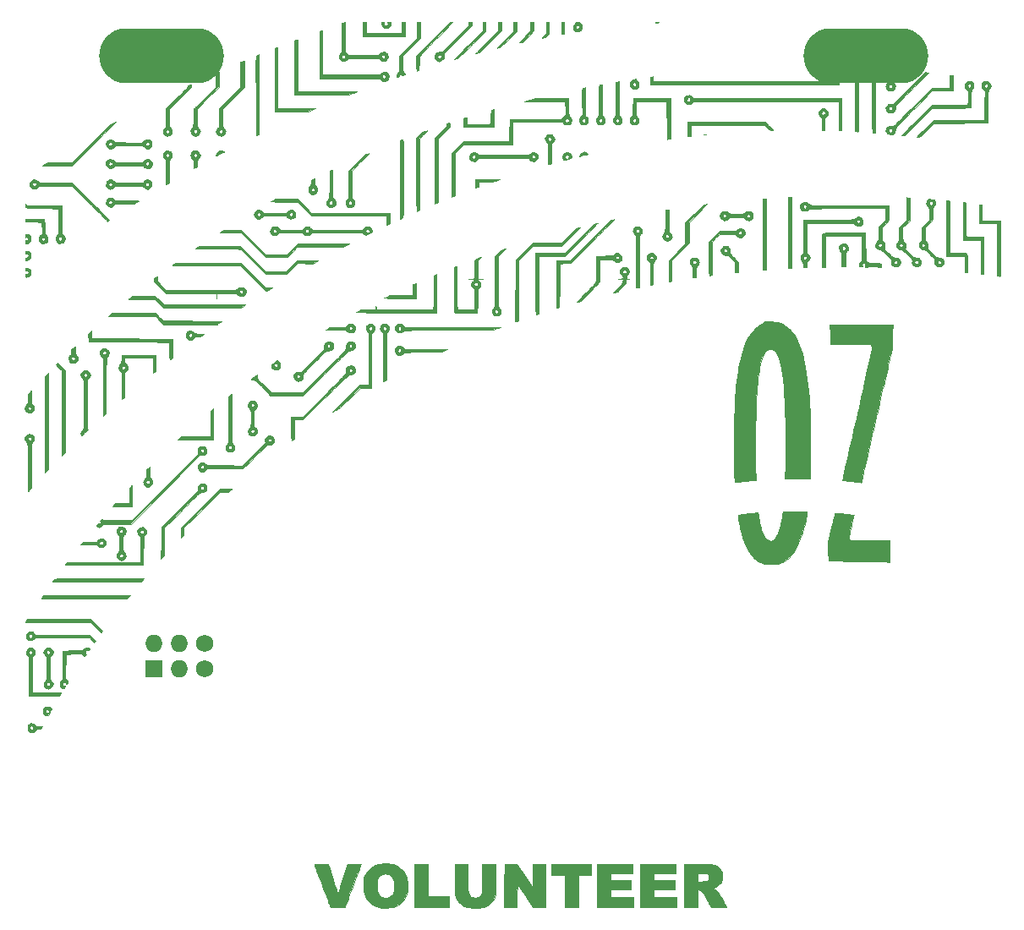
<source format=gbr>
%TF.GenerationSoftware,KiCad,Pcbnew,(5.1.10)-1*%
%TF.CreationDate,2021-10-02T23:47:55-05:00*%
%TF.ProjectId,OzSec 2021 - Volunteer,4f7a5365-6320-4323-9032-31202d20566f,rev?*%
%TF.SameCoordinates,Original*%
%TF.FileFunction,Copper,L1,Top*%
%TF.FilePolarity,Positive*%
%FSLAX46Y46*%
G04 Gerber Fmt 4.6, Leading zero omitted, Abs format (unit mm)*
G04 Created by KiCad (PCBNEW (5.1.10)-1) date 2021-10-02 23:47:55*
%MOMM*%
%LPD*%
G01*
G04 APERTURE LIST*
%TA.AperFunction,EtchedComponent*%
%ADD10C,0.010000*%
%TD*%
%TA.AperFunction,ComponentPad*%
%ADD11C,1.727200*%
%TD*%
%TA.AperFunction,ComponentPad*%
%ADD12O,1.727200X1.727200*%
%TD*%
%TA.AperFunction,ComponentPad*%
%ADD13R,1.727200X1.727200*%
%TD*%
%TA.AperFunction,ComponentPad*%
%ADD14O,12.500000X5.500000*%
%TD*%
G04 APERTURE END LIST*
D10*
%TO.C,G\u002A\u002A\u002A*%
G36*
X150441421Y-46409348D02*
G01*
X150485416Y-46412816D01*
X150487213Y-46418458D01*
X150446847Y-46426161D01*
X150364352Y-46435809D01*
X150346375Y-46437612D01*
X150261128Y-46442919D01*
X150213402Y-46438585D01*
X150203500Y-46429923D01*
X150223315Y-46418450D01*
X150277531Y-46410824D01*
X150355195Y-46408167D01*
X150441421Y-46409348D01*
G37*
X150441421Y-46409348D02*
X150485416Y-46412816D01*
X150487213Y-46418458D01*
X150446847Y-46426161D01*
X150364352Y-46435809D01*
X150346375Y-46437612D01*
X150261128Y-46442919D01*
X150213402Y-46438585D01*
X150203500Y-46429923D01*
X150223315Y-46418450D01*
X150277531Y-46410824D01*
X150355195Y-46408167D01*
X150441421Y-46409348D01*
G36*
X123014925Y-46458101D02*
G01*
X122994180Y-46513000D01*
X122997003Y-46548059D01*
X123038384Y-46623254D01*
X123099372Y-46693519D01*
X123165401Y-46742710D01*
X123177992Y-46748625D01*
X123219016Y-46762902D01*
X123248551Y-46759436D01*
X123280689Y-46732739D01*
X123313550Y-46695822D01*
X123374771Y-46606453D01*
X123399615Y-46524071D01*
X123386751Y-46453216D01*
X123385465Y-46450745D01*
X123374960Y-46427355D01*
X123380198Y-46414564D01*
X123408925Y-46409907D01*
X123468889Y-46410918D01*
X123505764Y-46412462D01*
X123649917Y-46418750D01*
X123656823Y-46514000D01*
X123647588Y-46651095D01*
X123602140Y-46772121D01*
X123525080Y-46872246D01*
X123421012Y-46946636D01*
X123294537Y-46990460D01*
X123193686Y-47000369D01*
X123106496Y-46994453D01*
X123035121Y-46971100D01*
X122979315Y-46939441D01*
X122889368Y-46858944D01*
X122818459Y-46747558D01*
X122771448Y-46614281D01*
X122756681Y-46527056D01*
X122744411Y-46408167D01*
X123047643Y-46408167D01*
X123014925Y-46458101D01*
G37*
X123014925Y-46458101D02*
X122994180Y-46513000D01*
X122997003Y-46548059D01*
X123038384Y-46623254D01*
X123099372Y-46693519D01*
X123165401Y-46742710D01*
X123177992Y-46748625D01*
X123219016Y-46762902D01*
X123248551Y-46759436D01*
X123280689Y-46732739D01*
X123313550Y-46695822D01*
X123374771Y-46606453D01*
X123399615Y-46524071D01*
X123386751Y-46453216D01*
X123385465Y-46450745D01*
X123374960Y-46427355D01*
X123380198Y-46414564D01*
X123408925Y-46409907D01*
X123468889Y-46410918D01*
X123505764Y-46412462D01*
X123649917Y-46418750D01*
X123656823Y-46514000D01*
X123647588Y-46651095D01*
X123602140Y-46772121D01*
X123525080Y-46872246D01*
X123421012Y-46946636D01*
X123294537Y-46990460D01*
X123193686Y-47000369D01*
X123106496Y-46994453D01*
X123035121Y-46971100D01*
X122979315Y-46939441D01*
X122889368Y-46858944D01*
X122818459Y-46747558D01*
X122771448Y-46614281D01*
X122756681Y-46527056D01*
X122744411Y-46408167D01*
X123047643Y-46408167D01*
X123014925Y-46458101D01*
G36*
X142707871Y-46525736D02*
G01*
X142791980Y-46634218D01*
X142839953Y-46740676D01*
X142855826Y-46856442D01*
X142852092Y-46930598D01*
X142826692Y-47059159D01*
X142777992Y-47156785D01*
X142702307Y-47230059D01*
X142674412Y-47247912D01*
X142571341Y-47289578D01*
X142448539Y-47311314D01*
X142324040Y-47311517D01*
X142215989Y-47288624D01*
X142100161Y-47224912D01*
X142015131Y-47133532D01*
X141963712Y-47018580D01*
X141948500Y-46899267D01*
X141959130Y-46828780D01*
X142196267Y-46828780D01*
X142197741Y-46892356D01*
X142200659Y-46900742D01*
X142227104Y-46947502D01*
X142269938Y-47002430D01*
X142318924Y-47054563D01*
X142363819Y-47092936D01*
X142392993Y-47106667D01*
X142421165Y-47092621D01*
X142467354Y-47056124D01*
X142512202Y-47014202D01*
X142578720Y-46934145D01*
X142605659Y-46864337D01*
X142593389Y-46801026D01*
X142542283Y-46740461D01*
X142539543Y-46738132D01*
X142486095Y-46699881D01*
X142437611Y-46686781D01*
X142379620Y-46697939D01*
X142315333Y-46724332D01*
X142235206Y-46773170D01*
X142196267Y-46828780D01*
X141959130Y-46828780D01*
X141966205Y-46781874D01*
X142020441Y-46658761D01*
X142112891Y-46526258D01*
X142127607Y-46508386D01*
X142211465Y-46408167D01*
X142600419Y-46408167D01*
X142707871Y-46525736D01*
G37*
X142707871Y-46525736D02*
X142791980Y-46634218D01*
X142839953Y-46740676D01*
X142855826Y-46856442D01*
X142852092Y-46930598D01*
X142826692Y-47059159D01*
X142777992Y-47156785D01*
X142702307Y-47230059D01*
X142674412Y-47247912D01*
X142571341Y-47289578D01*
X142448539Y-47311314D01*
X142324040Y-47311517D01*
X142215989Y-47288624D01*
X142100161Y-47224912D01*
X142015131Y-47133532D01*
X141963712Y-47018580D01*
X141948500Y-46899267D01*
X141959130Y-46828780D01*
X142196267Y-46828780D01*
X142197741Y-46892356D01*
X142200659Y-46900742D01*
X142227104Y-46947502D01*
X142269938Y-47002430D01*
X142318924Y-47054563D01*
X142363819Y-47092936D01*
X142392993Y-47106667D01*
X142421165Y-47092621D01*
X142467354Y-47056124D01*
X142512202Y-47014202D01*
X142578720Y-46934145D01*
X142605659Y-46864337D01*
X142593389Y-46801026D01*
X142542283Y-46740461D01*
X142539543Y-46738132D01*
X142486095Y-46699881D01*
X142437611Y-46686781D01*
X142379620Y-46697939D01*
X142315333Y-46724332D01*
X142235206Y-46773170D01*
X142196267Y-46828780D01*
X141959130Y-46828780D01*
X141966205Y-46781874D01*
X142020441Y-46658761D01*
X142112891Y-46526258D01*
X142127607Y-46508386D01*
X142211465Y-46408167D01*
X142600419Y-46408167D01*
X142707871Y-46525736D01*
G36*
X141059500Y-47550360D02*
G01*
X141011875Y-47561647D01*
X140962148Y-47572253D01*
X140892853Y-47585709D01*
X140863709Y-47591067D01*
X140763167Y-47609201D01*
X140763167Y-46408167D01*
X141059500Y-46408167D01*
X141059500Y-47550360D01*
G37*
X141059500Y-47550360D02*
X141011875Y-47561647D01*
X140962148Y-47572253D01*
X140892853Y-47585709D01*
X140863709Y-47591067D01*
X140763167Y-47609201D01*
X140763167Y-46408167D01*
X141059500Y-46408167D01*
X141059500Y-47550360D01*
G36*
X121215750Y-47455917D02*
G01*
X124803500Y-47466739D01*
X124803500Y-46408167D01*
X125121000Y-46408167D01*
X125121000Y-47805167D01*
X120887667Y-47805167D01*
X120887434Y-47186042D01*
X120886932Y-47024186D01*
X120885628Y-46872601D01*
X120883640Y-46737459D01*
X120881087Y-46624934D01*
X120878085Y-46541199D01*
X120874755Y-46492427D01*
X120874081Y-46487542D01*
X120860961Y-46408167D01*
X121038356Y-46408158D01*
X121215750Y-46408150D01*
X121215750Y-47455917D01*
G37*
X121215750Y-47455917D02*
X124803500Y-47466739D01*
X124803500Y-46408167D01*
X125121000Y-46408167D01*
X125121000Y-47805167D01*
X120887667Y-47805167D01*
X120887434Y-47186042D01*
X120886932Y-47024186D01*
X120885628Y-46872601D01*
X120883640Y-46737459D01*
X120881087Y-46624934D01*
X120878085Y-46541199D01*
X120874755Y-46492427D01*
X120874081Y-46487542D01*
X120860961Y-46408167D01*
X121038356Y-46408158D01*
X121215750Y-46408150D01*
X121215750Y-47455917D01*
G36*
X139550120Y-46973295D02*
G01*
X139536816Y-47538424D01*
X139353619Y-47722474D01*
X139275135Y-47800369D01*
X139217382Y-47853581D01*
X139171701Y-47887897D01*
X139129431Y-47909100D01*
X139081911Y-47922975D01*
X139040752Y-47931451D01*
X138962185Y-47946777D01*
X138893223Y-47960607D01*
X138858167Y-47967939D01*
X138843991Y-47965441D01*
X138851939Y-47945335D01*
X138884273Y-47904746D01*
X138943257Y-47840801D01*
X139022209Y-47759680D01*
X139239167Y-47539861D01*
X139239167Y-46408167D01*
X139563425Y-46408167D01*
X139550120Y-46973295D01*
G37*
X139550120Y-46973295D02*
X139536816Y-47538424D01*
X139353619Y-47722474D01*
X139275135Y-47800369D01*
X139217382Y-47853581D01*
X139171701Y-47887897D01*
X139129431Y-47909100D01*
X139081911Y-47922975D01*
X139040752Y-47931451D01*
X138962185Y-47946777D01*
X138893223Y-47960607D01*
X138858167Y-47967939D01*
X138843991Y-47965441D01*
X138851939Y-47945335D01*
X138884273Y-47904746D01*
X138943257Y-47840801D01*
X139022209Y-47759680D01*
X139239167Y-47539861D01*
X139239167Y-46408167D01*
X139563425Y-46408167D01*
X139550120Y-46973295D01*
G36*
X138032667Y-47244544D02*
G01*
X137466459Y-47809952D01*
X136900250Y-48375359D01*
X136752084Y-48408750D01*
X136672959Y-48426943D01*
X136606692Y-48442825D01*
X136567358Y-48453021D01*
X136566875Y-48453164D01*
X136536129Y-48454567D01*
X136529834Y-48446741D01*
X136544316Y-48428402D01*
X136585609Y-48383562D01*
X136650483Y-48315547D01*
X136735707Y-48227683D01*
X136838051Y-48123295D01*
X136954284Y-48005709D01*
X137081176Y-47878250D01*
X137111917Y-47847500D01*
X137694000Y-47265705D01*
X137694000Y-46408167D01*
X138032667Y-46408167D01*
X138032667Y-47244544D01*
G37*
X138032667Y-47244544D02*
X137466459Y-47809952D01*
X136900250Y-48375359D01*
X136752084Y-48408750D01*
X136672959Y-48426943D01*
X136606692Y-48442825D01*
X136567358Y-48453021D01*
X136566875Y-48453164D01*
X136536129Y-48454567D01*
X136529834Y-48446741D01*
X136544316Y-48428402D01*
X136585609Y-48383562D01*
X136650483Y-48315547D01*
X136735707Y-48227683D01*
X136838051Y-48123295D01*
X136954284Y-48005709D01*
X137081176Y-47878250D01*
X137111917Y-47847500D01*
X137694000Y-47265705D01*
X137694000Y-46408167D01*
X138032667Y-46408167D01*
X138032667Y-47244544D01*
G36*
X136297000Y-47307962D02*
G01*
X135508542Y-48093715D01*
X134720084Y-48879467D01*
X134535641Y-48924400D01*
X134451881Y-48944389D01*
X134384022Y-48959806D01*
X134342356Y-48968347D01*
X134334914Y-48969334D01*
X134346389Y-48954834D01*
X134385234Y-48913113D01*
X134448839Y-48846835D01*
X134534592Y-48758666D01*
X134639885Y-48651271D01*
X134762105Y-48527316D01*
X134898642Y-48389465D01*
X135046885Y-48240384D01*
X135159648Y-48127343D01*
X136000667Y-47285353D01*
X136000667Y-46408167D01*
X136297000Y-46408167D01*
X136297000Y-47307962D01*
G37*
X136297000Y-47307962D02*
X135508542Y-48093715D01*
X134720084Y-48879467D01*
X134535641Y-48924400D01*
X134451881Y-48944389D01*
X134384022Y-48959806D01*
X134342356Y-48968347D01*
X134334914Y-48969334D01*
X134346389Y-48954834D01*
X134385234Y-48913113D01*
X134448839Y-48846835D01*
X134534592Y-48758666D01*
X134639885Y-48651271D01*
X134762105Y-48527316D01*
X134898642Y-48389465D01*
X135046885Y-48240384D01*
X135159648Y-48127343D01*
X136000667Y-47285353D01*
X136000667Y-46408167D01*
X136297000Y-46408167D01*
X136297000Y-47307962D01*
G36*
X134773000Y-47223236D02*
G01*
X133677371Y-48318713D01*
X132581742Y-49414191D01*
X132384677Y-49466929D01*
X132298570Y-49489599D01*
X132228356Y-49507387D01*
X132183708Y-49517877D01*
X132173339Y-49519667D01*
X132185612Y-49505104D01*
X132225586Y-49462951D01*
X132290983Y-49395513D01*
X132379531Y-49305094D01*
X132488953Y-49193999D01*
X132616975Y-49064531D01*
X132761322Y-48918995D01*
X132919719Y-48759696D01*
X133089891Y-48588937D01*
X133269564Y-48409024D01*
X133286116Y-48392468D01*
X134413167Y-47265270D01*
X134413167Y-46408167D01*
X134773000Y-46408167D01*
X134773000Y-47223236D01*
G37*
X134773000Y-47223236D02*
X133677371Y-48318713D01*
X132581742Y-49414191D01*
X132384677Y-49466929D01*
X132298570Y-49489599D01*
X132228356Y-49507387D01*
X132183708Y-49517877D01*
X132173339Y-49519667D01*
X132185612Y-49505104D01*
X132225586Y-49462951D01*
X132290983Y-49395513D01*
X132379531Y-49305094D01*
X132488953Y-49193999D01*
X132616975Y-49064531D01*
X132761322Y-48918995D01*
X132919719Y-48759696D01*
X133089891Y-48588937D01*
X133269564Y-48409024D01*
X133286116Y-48392468D01*
X134413167Y-47265270D01*
X134413167Y-46408167D01*
X134773000Y-46408167D01*
X134773000Y-47223236D01*
G36*
X133158785Y-47265417D02*
G01*
X133073408Y-47360667D01*
X133045571Y-47390225D01*
X132990366Y-47447472D01*
X132910174Y-47529976D01*
X132807376Y-47635309D01*
X132684354Y-47761039D01*
X132543489Y-47904737D01*
X132387163Y-48063973D01*
X132217755Y-48236317D01*
X132037648Y-48419338D01*
X131849224Y-48610607D01*
X131743958Y-48717374D01*
X130499884Y-49978831D01*
X130292234Y-50037728D01*
X130201449Y-50063628D01*
X130123962Y-50086013D01*
X130070147Y-50101870D01*
X130052834Y-50107230D01*
X130062900Y-50094138D01*
X130100939Y-50053147D01*
X130164966Y-49986274D01*
X130253001Y-49895533D01*
X130363060Y-49782941D01*
X130493163Y-49650513D01*
X130641326Y-49500265D01*
X130805567Y-49334213D01*
X130983904Y-49154372D01*
X131174355Y-48962760D01*
X131374938Y-48761390D01*
X131465709Y-48670402D01*
X132910334Y-47222968D01*
X132910334Y-46408167D01*
X133189217Y-46408167D01*
X133158785Y-47265417D01*
G37*
X133158785Y-47265417D02*
X133073408Y-47360667D01*
X133045571Y-47390225D01*
X132990366Y-47447472D01*
X132910174Y-47529976D01*
X132807376Y-47635309D01*
X132684354Y-47761039D01*
X132543489Y-47904737D01*
X132387163Y-48063973D01*
X132217755Y-48236317D01*
X132037648Y-48419338D01*
X131849224Y-48610607D01*
X131743958Y-48717374D01*
X130499884Y-49978831D01*
X130292234Y-50037728D01*
X130201449Y-50063628D01*
X130123962Y-50086013D01*
X130070147Y-50101870D01*
X130052834Y-50107230D01*
X130062900Y-50094138D01*
X130100939Y-50053147D01*
X130164966Y-49986274D01*
X130253001Y-49895533D01*
X130363060Y-49782941D01*
X130493163Y-49650513D01*
X130641326Y-49500265D01*
X130805567Y-49334213D01*
X130983904Y-49154372D01*
X131174355Y-48962760D01*
X131374938Y-48761390D01*
X131465709Y-48670402D01*
X132910334Y-47222968D01*
X132910334Y-46408167D01*
X133189217Y-46408167D01*
X133158785Y-47265417D01*
G36*
X131788500Y-46757538D02*
G01*
X129013868Y-49530250D01*
X129027814Y-49732912D01*
X129033308Y-49836337D01*
X129032394Y-49908354D01*
X129024301Y-49959512D01*
X129008259Y-50000359D01*
X129008257Y-50000364D01*
X128956807Y-50072934D01*
X128880753Y-50147810D01*
X128790547Y-50217640D01*
X128696641Y-50275070D01*
X128609488Y-50312745D01*
X128548609Y-50323745D01*
X128500334Y-50313274D01*
X128435705Y-50286946D01*
X128401834Y-50269255D01*
X128264940Y-50174222D01*
X128166079Y-50068298D01*
X128105975Y-49954342D01*
X128091063Y-49868174D01*
X128387831Y-49868174D01*
X128404015Y-49929097D01*
X128429884Y-49973608D01*
X128436225Y-49979299D01*
X128491126Y-50000125D01*
X128563933Y-50005576D01*
X128632851Y-49994968D01*
X128654322Y-49986142D01*
X128704005Y-49938184D01*
X128727977Y-49870205D01*
X128726950Y-49795259D01*
X128701637Y-49726400D01*
X128652750Y-49676680D01*
X128637001Y-49668800D01*
X128554253Y-49653962D01*
X128480039Y-49674867D01*
X128422595Y-49724927D01*
X128390154Y-49797553D01*
X128387831Y-49868174D01*
X128091063Y-49868174D01*
X128085358Y-49835211D01*
X128104954Y-49713762D01*
X128165491Y-49592851D01*
X128213796Y-49530680D01*
X128298649Y-49452378D01*
X128395046Y-49402506D01*
X128512849Y-49377182D01*
X128616695Y-49371965D01*
X128699121Y-49370673D01*
X128756274Y-49363842D01*
X128803775Y-49346177D01*
X128857247Y-49312380D01*
X128913028Y-49271504D01*
X128948937Y-49241037D01*
X129012212Y-49183095D01*
X129100301Y-49100154D01*
X129210653Y-48994690D01*
X129340715Y-48869177D01*
X129487935Y-48726090D01*
X129649761Y-48567906D01*
X129823641Y-48397100D01*
X130007022Y-48216147D01*
X130197354Y-48027522D01*
X130269792Y-47955521D01*
X131492167Y-46739535D01*
X131492167Y-46408167D01*
X131788500Y-46408167D01*
X131788500Y-46757538D01*
G37*
X131788500Y-46757538D02*
X129013868Y-49530250D01*
X129027814Y-49732912D01*
X129033308Y-49836337D01*
X129032394Y-49908354D01*
X129024301Y-49959512D01*
X129008259Y-50000359D01*
X129008257Y-50000364D01*
X128956807Y-50072934D01*
X128880753Y-50147810D01*
X128790547Y-50217640D01*
X128696641Y-50275070D01*
X128609488Y-50312745D01*
X128548609Y-50323745D01*
X128500334Y-50313274D01*
X128435705Y-50286946D01*
X128401834Y-50269255D01*
X128264940Y-50174222D01*
X128166079Y-50068298D01*
X128105975Y-49954342D01*
X128091063Y-49868174D01*
X128387831Y-49868174D01*
X128404015Y-49929097D01*
X128429884Y-49973608D01*
X128436225Y-49979299D01*
X128491126Y-50000125D01*
X128563933Y-50005576D01*
X128632851Y-49994968D01*
X128654322Y-49986142D01*
X128704005Y-49938184D01*
X128727977Y-49870205D01*
X128726950Y-49795259D01*
X128701637Y-49726400D01*
X128652750Y-49676680D01*
X128637001Y-49668800D01*
X128554253Y-49653962D01*
X128480039Y-49674867D01*
X128422595Y-49724927D01*
X128390154Y-49797553D01*
X128387831Y-49868174D01*
X128091063Y-49868174D01*
X128085358Y-49835211D01*
X128104954Y-49713762D01*
X128165491Y-49592851D01*
X128213796Y-49530680D01*
X128298649Y-49452378D01*
X128395046Y-49402506D01*
X128512849Y-49377182D01*
X128616695Y-49371965D01*
X128699121Y-49370673D01*
X128756274Y-49363842D01*
X128803775Y-49346177D01*
X128857247Y-49312380D01*
X128913028Y-49271504D01*
X128948937Y-49241037D01*
X129012212Y-49183095D01*
X129100301Y-49100154D01*
X129210653Y-48994690D01*
X129340715Y-48869177D01*
X129487935Y-48726090D01*
X129649761Y-48567906D01*
X129823641Y-48397100D01*
X130007022Y-48216147D01*
X130197354Y-48027522D01*
X130269792Y-47955521D01*
X131492167Y-46739535D01*
X131492167Y-46408167D01*
X131788500Y-46408167D01*
X131788500Y-46757538D01*
G36*
X119109667Y-49344399D02*
G01*
X119298187Y-49516700D01*
X119486707Y-49689000D01*
X122449732Y-49689000D01*
X122589035Y-49562758D01*
X122704546Y-49465575D01*
X122803511Y-49400757D01*
X122892952Y-49365499D01*
X122979887Y-49357000D01*
X123067981Y-49371540D01*
X123150709Y-49409119D01*
X123239003Y-49473643D01*
X123320045Y-49553923D01*
X123381020Y-49638770D01*
X123387118Y-49650164D01*
X123423728Y-49765782D01*
X123420175Y-49885834D01*
X123377696Y-50005917D01*
X123297529Y-50121627D01*
X123237660Y-50181953D01*
X123131460Y-50262836D01*
X123030970Y-50306183D01*
X122931124Y-50311754D01*
X122826855Y-50279309D01*
X122713093Y-50208609D01*
X122645272Y-50153872D01*
X122579052Y-50095836D01*
X122525274Y-50046760D01*
X122492028Y-50014115D01*
X122485861Y-50006680D01*
X122461713Y-50002017D01*
X122395658Y-49997915D01*
X122288118Y-49994380D01*
X122139517Y-49991417D01*
X121950277Y-49989033D01*
X121720821Y-49987234D01*
X121451572Y-49986026D01*
X121142953Y-49985414D01*
X120968490Y-49985334D01*
X119464311Y-49985334D01*
X119328890Y-50112014D01*
X119258994Y-50174396D01*
X119192610Y-50228513D01*
X119141351Y-50265040D01*
X119130766Y-50271118D01*
X119017261Y-50309393D01*
X118900233Y-50312944D01*
X118801874Y-50285373D01*
X118703425Y-50218748D01*
X118616199Y-50121328D01*
X118548254Y-50004535D01*
X118507652Y-49879789D01*
X118504976Y-49864678D01*
X118504755Y-49858864D01*
X118792167Y-49858864D01*
X118807865Y-49935229D01*
X118855280Y-49983913D01*
X118934896Y-50005330D01*
X118964674Y-50006500D01*
X119031401Y-49996313D01*
X119079652Y-49959621D01*
X119086964Y-49950729D01*
X119124785Y-49873160D01*
X119127071Y-49790708D01*
X119111292Y-49754916D01*
X122796681Y-49754916D01*
X122798044Y-49827885D01*
X122815204Y-49908274D01*
X122849336Y-49963590D01*
X122865848Y-49979343D01*
X122930704Y-50019576D01*
X122990908Y-50020191D01*
X123053761Y-49980703D01*
X123069462Y-49965795D01*
X123119782Y-49891498D01*
X123128677Y-49813177D01*
X123095848Y-49734892D01*
X123087464Y-49723605D01*
X123046977Y-49685322D01*
X122995040Y-49669670D01*
X122953926Y-49667834D01*
X122868673Y-49675668D01*
X122818051Y-49702854D01*
X122796681Y-49754916D01*
X119111292Y-49754916D01*
X119094233Y-49716222D01*
X119078879Y-49698621D01*
X119016903Y-49655933D01*
X118949210Y-49651214D01*
X118878347Y-49677634D01*
X118828974Y-49711579D01*
X118802462Y-49756952D01*
X118792732Y-49826538D01*
X118792167Y-49858864D01*
X118504755Y-49858864D01*
X118500990Y-49759950D01*
X118526704Y-49662644D01*
X118585393Y-49565169D01*
X118678972Y-49461263D01*
X118815726Y-49327174D01*
X118811971Y-47916387D01*
X118808216Y-46505599D01*
X118911316Y-46470563D01*
X118981396Y-46446957D01*
X119041853Y-46426943D01*
X119062042Y-46420421D01*
X119109667Y-46405314D01*
X119109667Y-49344399D01*
G37*
X119109667Y-49344399D02*
X119298187Y-49516700D01*
X119486707Y-49689000D01*
X122449732Y-49689000D01*
X122589035Y-49562758D01*
X122704546Y-49465575D01*
X122803511Y-49400757D01*
X122892952Y-49365499D01*
X122979887Y-49357000D01*
X123067981Y-49371540D01*
X123150709Y-49409119D01*
X123239003Y-49473643D01*
X123320045Y-49553923D01*
X123381020Y-49638770D01*
X123387118Y-49650164D01*
X123423728Y-49765782D01*
X123420175Y-49885834D01*
X123377696Y-50005917D01*
X123297529Y-50121627D01*
X123237660Y-50181953D01*
X123131460Y-50262836D01*
X123030970Y-50306183D01*
X122931124Y-50311754D01*
X122826855Y-50279309D01*
X122713093Y-50208609D01*
X122645272Y-50153872D01*
X122579052Y-50095836D01*
X122525274Y-50046760D01*
X122492028Y-50014115D01*
X122485861Y-50006680D01*
X122461713Y-50002017D01*
X122395658Y-49997915D01*
X122288118Y-49994380D01*
X122139517Y-49991417D01*
X121950277Y-49989033D01*
X121720821Y-49987234D01*
X121451572Y-49986026D01*
X121142953Y-49985414D01*
X120968490Y-49985334D01*
X119464311Y-49985334D01*
X119328890Y-50112014D01*
X119258994Y-50174396D01*
X119192610Y-50228513D01*
X119141351Y-50265040D01*
X119130766Y-50271118D01*
X119017261Y-50309393D01*
X118900233Y-50312944D01*
X118801874Y-50285373D01*
X118703425Y-50218748D01*
X118616199Y-50121328D01*
X118548254Y-50004535D01*
X118507652Y-49879789D01*
X118504976Y-49864678D01*
X118504755Y-49858864D01*
X118792167Y-49858864D01*
X118807865Y-49935229D01*
X118855280Y-49983913D01*
X118934896Y-50005330D01*
X118964674Y-50006500D01*
X119031401Y-49996313D01*
X119079652Y-49959621D01*
X119086964Y-49950729D01*
X119124785Y-49873160D01*
X119127071Y-49790708D01*
X119111292Y-49754916D01*
X122796681Y-49754916D01*
X122798044Y-49827885D01*
X122815204Y-49908274D01*
X122849336Y-49963590D01*
X122865848Y-49979343D01*
X122930704Y-50019576D01*
X122990908Y-50020191D01*
X123053761Y-49980703D01*
X123069462Y-49965795D01*
X123119782Y-49891498D01*
X123128677Y-49813177D01*
X123095848Y-49734892D01*
X123087464Y-49723605D01*
X123046977Y-49685322D01*
X122995040Y-49669670D01*
X122953926Y-49667834D01*
X122868673Y-49675668D01*
X122818051Y-49702854D01*
X122796681Y-49754916D01*
X119111292Y-49754916D01*
X119094233Y-49716222D01*
X119078879Y-49698621D01*
X119016903Y-49655933D01*
X118949210Y-49651214D01*
X118878347Y-49677634D01*
X118828974Y-49711579D01*
X118802462Y-49756952D01*
X118792732Y-49826538D01*
X118792167Y-49858864D01*
X118504755Y-49858864D01*
X118500990Y-49759950D01*
X118526704Y-49662644D01*
X118585393Y-49565169D01*
X118678972Y-49461263D01*
X118815726Y-49327174D01*
X118811971Y-47916387D01*
X118808216Y-46505599D01*
X118911316Y-46470563D01*
X118981396Y-46446957D01*
X119041853Y-46426943D01*
X119062042Y-46420421D01*
X119109667Y-46405314D01*
X119109667Y-49344399D01*
G36*
X128495386Y-47810541D02*
G01*
X128209827Y-48097738D01*
X127952908Y-48356566D01*
X127723229Y-48588483D01*
X127519391Y-48794946D01*
X127339995Y-48977414D01*
X127183640Y-49137345D01*
X127048927Y-49276198D01*
X126934455Y-49395431D01*
X126838826Y-49496501D01*
X126760640Y-49580867D01*
X126698496Y-49649988D01*
X126650995Y-49705322D01*
X126616738Y-49748326D01*
X126594324Y-49780459D01*
X126582354Y-49803179D01*
X126582140Y-49803733D01*
X126574327Y-49843168D01*
X126565866Y-49918288D01*
X126557121Y-50022457D01*
X126548457Y-50149040D01*
X126540238Y-50291400D01*
X126532827Y-50442902D01*
X126526589Y-50596910D01*
X126521888Y-50746787D01*
X126519088Y-50885898D01*
X126518466Y-50964292D01*
X126516900Y-51056727D01*
X126513021Y-51131143D01*
X126507449Y-51178885D01*
X126502125Y-51192063D01*
X126474086Y-51197900D01*
X126420535Y-51212496D01*
X126386437Y-51222581D01*
X126286623Y-51252870D01*
X126276182Y-51185310D01*
X126273375Y-51147983D01*
X126270336Y-51074004D01*
X126267207Y-50969052D01*
X126264130Y-50838809D01*
X126261245Y-50688954D01*
X126258694Y-50525166D01*
X126257556Y-50437098D01*
X126249371Y-49756447D01*
X129597849Y-46408167D01*
X129890689Y-46408167D01*
X128495386Y-47810541D01*
G37*
X128495386Y-47810541D02*
X128209827Y-48097738D01*
X127952908Y-48356566D01*
X127723229Y-48588483D01*
X127519391Y-48794946D01*
X127339995Y-48977414D01*
X127183640Y-49137345D01*
X127048927Y-49276198D01*
X126934455Y-49395431D01*
X126838826Y-49496501D01*
X126760640Y-49580867D01*
X126698496Y-49649988D01*
X126650995Y-49705322D01*
X126616738Y-49748326D01*
X126594324Y-49780459D01*
X126582354Y-49803179D01*
X126582140Y-49803733D01*
X126574327Y-49843168D01*
X126565866Y-49918288D01*
X126557121Y-50022457D01*
X126548457Y-50149040D01*
X126540238Y-50291400D01*
X126532827Y-50442902D01*
X126526589Y-50596910D01*
X126521888Y-50746787D01*
X126519088Y-50885898D01*
X126518466Y-50964292D01*
X126516900Y-51056727D01*
X126513021Y-51131143D01*
X126507449Y-51178885D01*
X126502125Y-51192063D01*
X126474086Y-51197900D01*
X126420535Y-51212496D01*
X126386437Y-51222581D01*
X126286623Y-51252870D01*
X126276182Y-51185310D01*
X126273375Y-51147983D01*
X126270336Y-51074004D01*
X126267207Y-50969052D01*
X126264130Y-50838809D01*
X126261245Y-50688954D01*
X126258694Y-50525166D01*
X126257556Y-50437098D01*
X126249371Y-49756447D01*
X129597849Y-46408167D01*
X129890689Y-46408167D01*
X128495386Y-47810541D01*
G36*
X126623834Y-47999290D02*
G01*
X124885874Y-49763084D01*
X124892312Y-50525084D01*
X124894010Y-50730328D01*
X124895788Y-50897990D01*
X124898389Y-51032814D01*
X124902556Y-51139547D01*
X124909033Y-51222934D01*
X124918563Y-51287720D01*
X124931890Y-51338651D01*
X124949758Y-51380472D01*
X124972908Y-51417929D01*
X125002086Y-51455767D01*
X125038034Y-51498732D01*
X125046409Y-51508726D01*
X125086965Y-51562322D01*
X125111522Y-51604749D01*
X125115262Y-51621797D01*
X125092634Y-51640209D01*
X125042080Y-51664451D01*
X124996634Y-51681553D01*
X124929933Y-51701995D01*
X124878368Y-51708666D01*
X124822180Y-51702028D01*
X124759386Y-51687132D01*
X124664645Y-51667650D01*
X124601229Y-51668400D01*
X124562185Y-51691540D01*
X124540556Y-51739229D01*
X124536876Y-51756183D01*
X124512592Y-51814152D01*
X124460883Y-51857527D01*
X124376023Y-51890104D01*
X124312655Y-51904894D01*
X124247393Y-51917947D01*
X124262879Y-51814678D01*
X124306854Y-51660892D01*
X124388842Y-51520239D01*
X124407927Y-51496285D01*
X124441459Y-51455897D01*
X124468719Y-51419949D01*
X124490356Y-51383708D01*
X124507020Y-51342445D01*
X124519359Y-51291427D01*
X124528022Y-51225925D01*
X124533659Y-51141206D01*
X124536918Y-51032540D01*
X124538448Y-50895195D01*
X124538898Y-50724442D01*
X124538917Y-50541388D01*
X124538917Y-49795692D01*
X125433209Y-48886829D01*
X126327500Y-47977966D01*
X126327500Y-46408167D01*
X126623834Y-46408167D01*
X126623834Y-47999290D01*
G37*
X126623834Y-47999290D02*
X124885874Y-49763084D01*
X124892312Y-50525084D01*
X124894010Y-50730328D01*
X124895788Y-50897990D01*
X124898389Y-51032814D01*
X124902556Y-51139547D01*
X124909033Y-51222934D01*
X124918563Y-51287720D01*
X124931890Y-51338651D01*
X124949758Y-51380472D01*
X124972908Y-51417929D01*
X125002086Y-51455767D01*
X125038034Y-51498732D01*
X125046409Y-51508726D01*
X125086965Y-51562322D01*
X125111522Y-51604749D01*
X125115262Y-51621797D01*
X125092634Y-51640209D01*
X125042080Y-51664451D01*
X124996634Y-51681553D01*
X124929933Y-51701995D01*
X124878368Y-51708666D01*
X124822180Y-51702028D01*
X124759386Y-51687132D01*
X124664645Y-51667650D01*
X124601229Y-51668400D01*
X124562185Y-51691540D01*
X124540556Y-51739229D01*
X124536876Y-51756183D01*
X124512592Y-51814152D01*
X124460883Y-51857527D01*
X124376023Y-51890104D01*
X124312655Y-51904894D01*
X124247393Y-51917947D01*
X124262879Y-51814678D01*
X124306854Y-51660892D01*
X124388842Y-51520239D01*
X124407927Y-51496285D01*
X124441459Y-51455897D01*
X124468719Y-51419949D01*
X124490356Y-51383708D01*
X124507020Y-51342445D01*
X124519359Y-51291427D01*
X124528022Y-51225925D01*
X124533659Y-51141206D01*
X124536918Y-51032540D01*
X124538448Y-50895195D01*
X124538898Y-50724442D01*
X124538917Y-50541388D01*
X124538917Y-49795692D01*
X125433209Y-48886829D01*
X126327500Y-47977966D01*
X126327500Y-46408167D01*
X126623834Y-46408167D01*
X126623834Y-47999290D01*
G36*
X175613460Y-51265262D02*
G01*
X175713078Y-51273202D01*
X175780614Y-51282291D01*
X175826288Y-51295199D01*
X175860325Y-51314599D01*
X175885897Y-51336449D01*
X175962166Y-51429607D01*
X176019242Y-51542090D01*
X176053030Y-51661409D01*
X176059433Y-51775076D01*
X176048941Y-51833644D01*
X176009715Y-51923507D01*
X175945879Y-51999581D01*
X175850915Y-52068281D01*
X175762847Y-52115215D01*
X175672028Y-52156743D01*
X175605240Y-52178097D01*
X175549701Y-52179995D01*
X175492624Y-52163157D01*
X175431815Y-52133853D01*
X175337830Y-52070694D01*
X175248272Y-51985759D01*
X175173680Y-51891019D01*
X175124593Y-51798444D01*
X175117489Y-51776854D01*
X175109623Y-51729955D01*
X175413000Y-51729955D01*
X175428738Y-51812421D01*
X175474018Y-51865259D01*
X175545938Y-51885913D01*
X175587703Y-51883831D01*
X175650117Y-51869075D01*
X175697205Y-51846955D01*
X175703713Y-51841525D01*
X175725208Y-51797284D01*
X175734602Y-51730638D01*
X175732338Y-51657625D01*
X175718858Y-51594282D01*
X175695880Y-51557534D01*
X175629148Y-51531716D01*
X175557819Y-51539708D01*
X175491721Y-51575519D01*
X175440680Y-51633159D01*
X175414527Y-51706638D01*
X175413000Y-51729955D01*
X175109623Y-51729955D01*
X175103742Y-51694898D01*
X175113610Y-51618496D01*
X175150319Y-51539537D01*
X175217090Y-51449909D01*
X175271643Y-51389006D01*
X175401170Y-51250542D01*
X175613460Y-51265262D01*
G37*
X175613460Y-51265262D02*
X175713078Y-51273202D01*
X175780614Y-51282291D01*
X175826288Y-51295199D01*
X175860325Y-51314599D01*
X175885897Y-51336449D01*
X175962166Y-51429607D01*
X176019242Y-51542090D01*
X176053030Y-51661409D01*
X176059433Y-51775076D01*
X176048941Y-51833644D01*
X176009715Y-51923507D01*
X175945879Y-51999581D01*
X175850915Y-52068281D01*
X175762847Y-52115215D01*
X175672028Y-52156743D01*
X175605240Y-52178097D01*
X175549701Y-52179995D01*
X175492624Y-52163157D01*
X175431815Y-52133853D01*
X175337830Y-52070694D01*
X175248272Y-51985759D01*
X175173680Y-51891019D01*
X175124593Y-51798444D01*
X175117489Y-51776854D01*
X175109623Y-51729955D01*
X175413000Y-51729955D01*
X175428738Y-51812421D01*
X175474018Y-51865259D01*
X175545938Y-51885913D01*
X175587703Y-51883831D01*
X175650117Y-51869075D01*
X175697205Y-51846955D01*
X175703713Y-51841525D01*
X175725208Y-51797284D01*
X175734602Y-51730638D01*
X175732338Y-51657625D01*
X175718858Y-51594282D01*
X175695880Y-51557534D01*
X175629148Y-51531716D01*
X175557819Y-51539708D01*
X175491721Y-51575519D01*
X175440680Y-51633159D01*
X175414527Y-51706638D01*
X175413000Y-51729955D01*
X175109623Y-51729955D01*
X175103742Y-51694898D01*
X175113610Y-51618496D01*
X175150319Y-51539537D01*
X175217090Y-51449909D01*
X175271643Y-51389006D01*
X175401170Y-51250542D01*
X175613460Y-51265262D01*
G36*
X116851268Y-47233206D02*
G01*
X116853498Y-47293479D01*
X116855615Y-47390555D01*
X116857595Y-47521668D01*
X116859418Y-47684051D01*
X116861063Y-47874941D01*
X116862508Y-48091570D01*
X116863733Y-48331175D01*
X116864715Y-48590988D01*
X116865435Y-48868245D01*
X116865869Y-49160180D01*
X116866000Y-49435000D01*
X116866000Y-51657500D01*
X122564759Y-51657500D01*
X122689768Y-51541763D01*
X122812300Y-51447399D01*
X122935045Y-51389406D01*
X123053490Y-51369586D01*
X123109209Y-51374466D01*
X123244239Y-51417902D01*
X123352167Y-51492767D01*
X123430748Y-51596223D01*
X123477735Y-51725430D01*
X123491167Y-51857257D01*
X123475671Y-51981714D01*
X123426929Y-52088815D01*
X123341562Y-52184268D01*
X123261705Y-52244875D01*
X123166788Y-52301699D01*
X123087400Y-52329004D01*
X123009934Y-52327636D01*
X122920783Y-52298439D01*
X122859852Y-52269834D01*
X122781558Y-52223978D01*
X122709899Y-52170686D01*
X122667969Y-52129851D01*
X122639556Y-52096851D01*
X122613006Y-52074655D01*
X122578928Y-52060275D01*
X122527931Y-52050725D01*
X122450625Y-52043016D01*
X122376623Y-52037179D01*
X122327252Y-52034995D01*
X122238295Y-52032872D01*
X122112499Y-52030827D01*
X121952610Y-52028878D01*
X121761377Y-52027042D01*
X121541546Y-52025334D01*
X121295864Y-52023774D01*
X121027079Y-52022377D01*
X120737937Y-52021161D01*
X120431185Y-52020143D01*
X120109571Y-52019340D01*
X119775842Y-52018768D01*
X119432745Y-52018446D01*
X119358375Y-52018411D01*
X116569667Y-52017334D01*
X116569667Y-51820177D01*
X122843253Y-51820177D01*
X122859320Y-51896996D01*
X122915238Y-51970694D01*
X122923118Y-51978224D01*
X122985507Y-52024011D01*
X123042375Y-52033749D01*
X123102485Y-52006758D01*
X123156899Y-51960121D01*
X123217220Y-51884488D01*
X123236557Y-51816982D01*
X123215743Y-51759144D01*
X123155612Y-51712514D01*
X123056999Y-51678635D01*
X122998692Y-51667718D01*
X122898357Y-51652672D01*
X122865139Y-51732176D01*
X122843253Y-51820177D01*
X116569667Y-51820177D01*
X116569667Y-47301053D01*
X116700777Y-47256777D01*
X116770603Y-47234021D01*
X116824292Y-47218043D01*
X116848943Y-47212500D01*
X116851268Y-47233206D01*
G37*
X116851268Y-47233206D02*
X116853498Y-47293479D01*
X116855615Y-47390555D01*
X116857595Y-47521668D01*
X116859418Y-47684051D01*
X116861063Y-47874941D01*
X116862508Y-48091570D01*
X116863733Y-48331175D01*
X116864715Y-48590988D01*
X116865435Y-48868245D01*
X116865869Y-49160180D01*
X116866000Y-49435000D01*
X116866000Y-51657500D01*
X122564759Y-51657500D01*
X122689768Y-51541763D01*
X122812300Y-51447399D01*
X122935045Y-51389406D01*
X123053490Y-51369586D01*
X123109209Y-51374466D01*
X123244239Y-51417902D01*
X123352167Y-51492767D01*
X123430748Y-51596223D01*
X123477735Y-51725430D01*
X123491167Y-51857257D01*
X123475671Y-51981714D01*
X123426929Y-52088815D01*
X123341562Y-52184268D01*
X123261705Y-52244875D01*
X123166788Y-52301699D01*
X123087400Y-52329004D01*
X123009934Y-52327636D01*
X122920783Y-52298439D01*
X122859852Y-52269834D01*
X122781558Y-52223978D01*
X122709899Y-52170686D01*
X122667969Y-52129851D01*
X122639556Y-52096851D01*
X122613006Y-52074655D01*
X122578928Y-52060275D01*
X122527931Y-52050725D01*
X122450625Y-52043016D01*
X122376623Y-52037179D01*
X122327252Y-52034995D01*
X122238295Y-52032872D01*
X122112499Y-52030827D01*
X121952610Y-52028878D01*
X121761377Y-52027042D01*
X121541546Y-52025334D01*
X121295864Y-52023774D01*
X121027079Y-52022377D01*
X120737937Y-52021161D01*
X120431185Y-52020143D01*
X120109571Y-52019340D01*
X119775842Y-52018768D01*
X119432745Y-52018446D01*
X119358375Y-52018411D01*
X116569667Y-52017334D01*
X116569667Y-51820177D01*
X122843253Y-51820177D01*
X122859320Y-51896996D01*
X122915238Y-51970694D01*
X122923118Y-51978224D01*
X122985507Y-52024011D01*
X123042375Y-52033749D01*
X123102485Y-52006758D01*
X123156899Y-51960121D01*
X123217220Y-51884488D01*
X123236557Y-51816982D01*
X123215743Y-51759144D01*
X123155612Y-51712514D01*
X123056999Y-51678635D01*
X122998692Y-51667718D01*
X122898357Y-51652672D01*
X122865139Y-51732176D01*
X122843253Y-51820177D01*
X116569667Y-51820177D01*
X116569667Y-47301053D01*
X116700777Y-47256777D01*
X116770603Y-47234021D01*
X116824292Y-47218043D01*
X116848943Y-47212500D01*
X116851268Y-47233206D01*
G36*
X168323837Y-50859302D02*
G01*
X168398789Y-50864423D01*
X168404789Y-50865002D01*
X168555000Y-50879803D01*
X168555000Y-52631167D01*
X149674334Y-52631167D01*
X149674334Y-51871761D01*
X149774875Y-51858494D01*
X149853687Y-51847367D01*
X149906511Y-51842923D01*
X149938689Y-51851522D01*
X149955560Y-51879522D01*
X149962465Y-51933282D01*
X149964743Y-52019160D01*
X149966047Y-52086125D01*
X149972010Y-52334834D01*
X154601547Y-52334828D01*
X155122732Y-52334747D01*
X155678838Y-52334510D01*
X156264431Y-52334125D01*
X156874078Y-52333602D01*
X157502346Y-52332948D01*
X158143803Y-52332172D01*
X158793014Y-52331282D01*
X159444547Y-52330287D01*
X160092969Y-52329194D01*
X160732847Y-52328014D01*
X161358748Y-52326752D01*
X161965238Y-52325420D01*
X162546885Y-52324023D01*
X163098256Y-52322572D01*
X163613918Y-52321074D01*
X163721642Y-52320740D01*
X168212201Y-52306657D01*
X168219559Y-51592249D01*
X168221700Y-51422391D01*
X168224421Y-51266164D01*
X168227577Y-51128570D01*
X168231022Y-51014614D01*
X168234610Y-50929301D01*
X168238195Y-50877635D01*
X168240747Y-50864020D01*
X168267206Y-50859144D01*
X168323837Y-50859302D01*
G37*
X168323837Y-50859302D02*
X168398789Y-50864423D01*
X168404789Y-50865002D01*
X168555000Y-50879803D01*
X168555000Y-52631167D01*
X149674334Y-52631167D01*
X149674334Y-51871761D01*
X149774875Y-51858494D01*
X149853687Y-51847367D01*
X149906511Y-51842923D01*
X149938689Y-51851522D01*
X149955560Y-51879522D01*
X149962465Y-51933282D01*
X149964743Y-52019160D01*
X149966047Y-52086125D01*
X149972010Y-52334834D01*
X154601547Y-52334828D01*
X155122732Y-52334747D01*
X155678838Y-52334510D01*
X156264431Y-52334125D01*
X156874078Y-52333602D01*
X157502346Y-52332948D01*
X158143803Y-52332172D01*
X158793014Y-52331282D01*
X159444547Y-52330287D01*
X160092969Y-52329194D01*
X160732847Y-52328014D01*
X161358748Y-52326752D01*
X161965238Y-52325420D01*
X162546885Y-52324023D01*
X163098256Y-52322572D01*
X163613918Y-52321074D01*
X163721642Y-52320740D01*
X168212201Y-52306657D01*
X168219559Y-51592249D01*
X168221700Y-51422391D01*
X168224421Y-51266164D01*
X168227577Y-51128570D01*
X168231022Y-51014614D01*
X168234610Y-50929301D01*
X168238195Y-50877635D01*
X168240747Y-50864020D01*
X168267206Y-50859144D01*
X168323837Y-50859302D01*
G36*
X148210350Y-52092680D02*
G01*
X148213834Y-52108817D01*
X148229323Y-52140308D01*
X148268961Y-52184300D01*
X148300698Y-52212128D01*
X148365928Y-52275197D01*
X148426413Y-52350568D01*
X148443573Y-52377167D01*
X148472114Y-52431361D01*
X148489033Y-52483291D01*
X148497218Y-52547148D01*
X148499558Y-52637118D01*
X148499584Y-52652334D01*
X148497760Y-52747447D01*
X148490562Y-52813640D01*
X148475393Y-52864235D01*
X148449661Y-52912554D01*
X148448570Y-52914314D01*
X148377741Y-52990660D01*
X148278112Y-53046757D01*
X148159450Y-53079814D01*
X148031522Y-53087038D01*
X147911599Y-53067795D01*
X147797706Y-53018338D01*
X147712129Y-52939278D01*
X147661173Y-52853417D01*
X147631869Y-52752879D01*
X147622632Y-52634095D01*
X147624787Y-52611276D01*
X147871610Y-52611276D01*
X147876584Y-52654735D01*
X147907807Y-52706618D01*
X147966773Y-52774042D01*
X148029870Y-52826548D01*
X148088999Y-52841119D01*
X148151506Y-52821039D01*
X148203942Y-52771944D01*
X148238991Y-52698950D01*
X148249292Y-52619287D01*
X148246737Y-52598121D01*
X148223987Y-52543883D01*
X148181982Y-52487628D01*
X148132522Y-52442091D01*
X148087406Y-52420007D01*
X148081228Y-52419500D01*
X148040396Y-52433798D01*
X147986012Y-52469530D01*
X147932031Y-52515956D01*
X147892411Y-52562334D01*
X147889463Y-52567082D01*
X147871610Y-52611276D01*
X147624787Y-52611276D01*
X147633761Y-52516253D01*
X147654816Y-52442093D01*
X147686361Y-52388132D01*
X147738942Y-52322655D01*
X147804107Y-52253731D01*
X147873403Y-52189429D01*
X147938379Y-52137819D01*
X147990583Y-52106969D01*
X148011277Y-52101767D01*
X148061594Y-52098169D01*
X148126592Y-52089682D01*
X148134459Y-52088414D01*
X148187531Y-52083121D01*
X148210350Y-52092680D01*
G37*
X148210350Y-52092680D02*
X148213834Y-52108817D01*
X148229323Y-52140308D01*
X148268961Y-52184300D01*
X148300698Y-52212128D01*
X148365928Y-52275197D01*
X148426413Y-52350568D01*
X148443573Y-52377167D01*
X148472114Y-52431361D01*
X148489033Y-52483291D01*
X148497218Y-52547148D01*
X148499558Y-52637118D01*
X148499584Y-52652334D01*
X148497760Y-52747447D01*
X148490562Y-52813640D01*
X148475393Y-52864235D01*
X148449661Y-52912554D01*
X148448570Y-52914314D01*
X148377741Y-52990660D01*
X148278112Y-53046757D01*
X148159450Y-53079814D01*
X148031522Y-53087038D01*
X147911599Y-53067795D01*
X147797706Y-53018338D01*
X147712129Y-52939278D01*
X147661173Y-52853417D01*
X147631869Y-52752879D01*
X147622632Y-52634095D01*
X147624787Y-52611276D01*
X147871610Y-52611276D01*
X147876584Y-52654735D01*
X147907807Y-52706618D01*
X147966773Y-52774042D01*
X148029870Y-52826548D01*
X148088999Y-52841119D01*
X148151506Y-52821039D01*
X148203942Y-52771944D01*
X148238991Y-52698950D01*
X148249292Y-52619287D01*
X148246737Y-52598121D01*
X148223987Y-52543883D01*
X148181982Y-52487628D01*
X148132522Y-52442091D01*
X148087406Y-52420007D01*
X148081228Y-52419500D01*
X148040396Y-52433798D01*
X147986012Y-52469530D01*
X147932031Y-52515956D01*
X147892411Y-52562334D01*
X147889463Y-52567082D01*
X147871610Y-52611276D01*
X147624787Y-52611276D01*
X147633761Y-52516253D01*
X147654816Y-52442093D01*
X147686361Y-52388132D01*
X147738942Y-52322655D01*
X147804107Y-52253731D01*
X147873403Y-52189429D01*
X147938379Y-52137819D01*
X147990583Y-52106969D01*
X148011277Y-52101767D01*
X148061594Y-52098169D01*
X148126592Y-52089682D01*
X148134459Y-52088414D01*
X148187531Y-52083121D01*
X148210350Y-52092680D01*
G36*
X173652228Y-51109304D02*
G01*
X173719444Y-51114842D01*
X173780062Y-51120765D01*
X173910167Y-51134364D01*
X173910167Y-52318315D01*
X174019354Y-52437699D01*
X174119648Y-52563343D01*
X174181156Y-52679493D01*
X174205486Y-52789324D01*
X174206035Y-52806472D01*
X174190578Y-52909937D01*
X174148097Y-53017048D01*
X174086125Y-53114508D01*
X174012192Y-53189015D01*
X173976520Y-53211775D01*
X173908681Y-53234304D01*
X173815599Y-53249535D01*
X173713969Y-53255969D01*
X173620482Y-53252104D01*
X173586586Y-53246829D01*
X173491353Y-53205805D01*
X173400562Y-53123575D01*
X173315572Y-53001584D01*
X173269227Y-52896641D01*
X173260726Y-52827660D01*
X173558567Y-52827660D01*
X173579283Y-52910198D01*
X173614315Y-52960014D01*
X173656759Y-52996843D01*
X173701631Y-53008543D01*
X173751201Y-53004874D01*
X173825385Y-52982912D01*
X173872909Y-52947655D01*
X173902882Y-52880875D01*
X173907575Y-52796657D01*
X173886568Y-52711827D01*
X173879200Y-52696181D01*
X173829143Y-52633333D01*
X173766571Y-52610060D01*
X173694863Y-52626699D01*
X173630523Y-52671334D01*
X173575832Y-52744765D01*
X173558567Y-52827660D01*
X173260726Y-52827660D01*
X173256875Y-52796423D01*
X173279814Y-52696333D01*
X173339340Y-52591774D01*
X173436752Y-52478152D01*
X173473618Y-52441551D01*
X173571500Y-52347186D01*
X173571500Y-51727176D01*
X173571621Y-51548908D01*
X173572171Y-51408477D01*
X173573437Y-51301385D01*
X173575703Y-51223138D01*
X173579252Y-51169237D01*
X173584370Y-51135187D01*
X173591340Y-51116492D01*
X173600448Y-51108654D01*
X173610729Y-51107167D01*
X173652228Y-51109304D01*
G37*
X173652228Y-51109304D02*
X173719444Y-51114842D01*
X173780062Y-51120765D01*
X173910167Y-51134364D01*
X173910167Y-52318315D01*
X174019354Y-52437699D01*
X174119648Y-52563343D01*
X174181156Y-52679493D01*
X174205486Y-52789324D01*
X174206035Y-52806472D01*
X174190578Y-52909937D01*
X174148097Y-53017048D01*
X174086125Y-53114508D01*
X174012192Y-53189015D01*
X173976520Y-53211775D01*
X173908681Y-53234304D01*
X173815599Y-53249535D01*
X173713969Y-53255969D01*
X173620482Y-53252104D01*
X173586586Y-53246829D01*
X173491353Y-53205805D01*
X173400562Y-53123575D01*
X173315572Y-53001584D01*
X173269227Y-52896641D01*
X173260726Y-52827660D01*
X173558567Y-52827660D01*
X173579283Y-52910198D01*
X173614315Y-52960014D01*
X173656759Y-52996843D01*
X173701631Y-53008543D01*
X173751201Y-53004874D01*
X173825385Y-52982912D01*
X173872909Y-52947655D01*
X173902882Y-52880875D01*
X173907575Y-52796657D01*
X173886568Y-52711827D01*
X173879200Y-52696181D01*
X173829143Y-52633333D01*
X173766571Y-52610060D01*
X173694863Y-52626699D01*
X173630523Y-52671334D01*
X173575832Y-52744765D01*
X173558567Y-52827660D01*
X173260726Y-52827660D01*
X173256875Y-52796423D01*
X173279814Y-52696333D01*
X173339340Y-52591774D01*
X173436752Y-52478152D01*
X173473618Y-52441551D01*
X173571500Y-52347186D01*
X173571500Y-51727176D01*
X173571621Y-51548908D01*
X173572171Y-51408477D01*
X173573437Y-51301385D01*
X173575703Y-51223138D01*
X173579252Y-51169237D01*
X173584370Y-51135187D01*
X173591340Y-51116492D01*
X173600448Y-51108654D01*
X173610729Y-51107167D01*
X173652228Y-51109304D01*
G36*
X114377123Y-48143408D02*
G01*
X114378843Y-48203927D01*
X114380485Y-48301668D01*
X114382033Y-48434078D01*
X114383475Y-48598601D01*
X114384797Y-48792681D01*
X114385983Y-49013763D01*
X114387021Y-49259292D01*
X114387897Y-49526714D01*
X114388597Y-49813472D01*
X114389106Y-50117012D01*
X114389411Y-50434779D01*
X114389500Y-50726167D01*
X114389500Y-53329667D01*
X117352834Y-53329667D01*
X117703380Y-53329778D01*
X118042119Y-53330103D01*
X118366656Y-53330630D01*
X118674596Y-53331344D01*
X118963543Y-53332234D01*
X119231105Y-53333287D01*
X119474887Y-53334489D01*
X119692493Y-53335829D01*
X119881530Y-53337293D01*
X120039602Y-53338867D01*
X120164316Y-53340541D01*
X120253276Y-53342300D01*
X120304089Y-53344132D01*
X120315724Y-53345542D01*
X120296719Y-53357417D01*
X120243787Y-53381746D01*
X120162642Y-53416133D01*
X120058998Y-53458182D01*
X119938572Y-53505494D01*
X119886715Y-53525459D01*
X119458150Y-53689500D01*
X118918783Y-53684310D01*
X118820116Y-53683515D01*
X118682943Y-53682646D01*
X118511093Y-53681716D01*
X118308393Y-53680742D01*
X118078672Y-53679737D01*
X117825758Y-53678719D01*
X117553478Y-53677701D01*
X117265660Y-53676700D01*
X116966133Y-53675729D01*
X116658724Y-53674805D01*
X116347261Y-53673942D01*
X116225709Y-53673626D01*
X114072000Y-53668133D01*
X114072000Y-52285307D01*
X114071740Y-51992961D01*
X114070994Y-51670594D01*
X114069811Y-51328080D01*
X114068242Y-50975296D01*
X114066337Y-50622120D01*
X114064146Y-50278428D01*
X114061719Y-49954096D01*
X114059107Y-49659001D01*
X114058224Y-49570782D01*
X114044447Y-48239084D01*
X114202810Y-48180875D01*
X114278729Y-48153582D01*
X114338740Y-48133148D01*
X114372302Y-48123128D01*
X114375337Y-48122667D01*
X114377123Y-48143408D01*
G37*
X114377123Y-48143408D02*
X114378843Y-48203927D01*
X114380485Y-48301668D01*
X114382033Y-48434078D01*
X114383475Y-48598601D01*
X114384797Y-48792681D01*
X114385983Y-49013763D01*
X114387021Y-49259292D01*
X114387897Y-49526714D01*
X114388597Y-49813472D01*
X114389106Y-50117012D01*
X114389411Y-50434779D01*
X114389500Y-50726167D01*
X114389500Y-53329667D01*
X117352834Y-53329667D01*
X117703380Y-53329778D01*
X118042119Y-53330103D01*
X118366656Y-53330630D01*
X118674596Y-53331344D01*
X118963543Y-53332234D01*
X119231105Y-53333287D01*
X119474887Y-53334489D01*
X119692493Y-53335829D01*
X119881530Y-53337293D01*
X120039602Y-53338867D01*
X120164316Y-53340541D01*
X120253276Y-53342300D01*
X120304089Y-53344132D01*
X120315724Y-53345542D01*
X120296719Y-53357417D01*
X120243787Y-53381746D01*
X120162642Y-53416133D01*
X120058998Y-53458182D01*
X119938572Y-53505494D01*
X119886715Y-53525459D01*
X119458150Y-53689500D01*
X118918783Y-53684310D01*
X118820116Y-53683515D01*
X118682943Y-53682646D01*
X118511093Y-53681716D01*
X118308393Y-53680742D01*
X118078672Y-53679737D01*
X117825758Y-53678719D01*
X117553478Y-53677701D01*
X117265660Y-53676700D01*
X116966133Y-53675729D01*
X116658724Y-53674805D01*
X116347261Y-53673942D01*
X116225709Y-53673626D01*
X114072000Y-53668133D01*
X114072000Y-52285307D01*
X114071740Y-51992961D01*
X114070994Y-51670594D01*
X114069811Y-51328080D01*
X114068242Y-50975296D01*
X114066337Y-50622120D01*
X114064146Y-50278428D01*
X114061719Y-49954096D01*
X114059107Y-49659001D01*
X114058224Y-49570782D01*
X114044447Y-48239084D01*
X114202810Y-48180875D01*
X114278729Y-48153582D01*
X114338740Y-48133148D01*
X114372302Y-48123128D01*
X114375337Y-48122667D01*
X114377123Y-48143408D01*
G36*
X112356721Y-48914557D02*
G01*
X112360057Y-48941822D01*
X112363066Y-48989264D01*
X112365761Y-49058522D01*
X112368157Y-49151235D01*
X112370267Y-49269040D01*
X112372104Y-49413575D01*
X112373683Y-49586479D01*
X112375017Y-49789390D01*
X112376120Y-50023946D01*
X112377005Y-50291784D01*
X112377687Y-50594543D01*
X112378179Y-50933861D01*
X112378494Y-51311376D01*
X112378647Y-51728726D01*
X112378667Y-51964303D01*
X112378667Y-55022773D01*
X114267792Y-55028178D01*
X116156917Y-55033584D01*
X115394917Y-55372250D01*
X113738625Y-55377920D01*
X112082334Y-55383589D01*
X112082334Y-49000868D01*
X112204877Y-48953351D01*
X112273620Y-48928210D01*
X112328189Y-48910985D01*
X112353044Y-48905834D01*
X112356721Y-48914557D01*
G37*
X112356721Y-48914557D02*
X112360057Y-48941822D01*
X112363066Y-48989264D01*
X112365761Y-49058522D01*
X112368157Y-49151235D01*
X112370267Y-49269040D01*
X112372104Y-49413575D01*
X112373683Y-49586479D01*
X112375017Y-49789390D01*
X112376120Y-50023946D01*
X112377005Y-50291784D01*
X112377687Y-50594543D01*
X112378179Y-50933861D01*
X112378494Y-51311376D01*
X112378647Y-51728726D01*
X112378667Y-51964303D01*
X112378667Y-55022773D01*
X114267792Y-55028178D01*
X116156917Y-55033584D01*
X115394917Y-55372250D01*
X113738625Y-55377920D01*
X112082334Y-55383589D01*
X112082334Y-49000868D01*
X112204877Y-48953351D01*
X112273620Y-48928210D01*
X112328189Y-48910985D01*
X112353044Y-48905834D01*
X112356721Y-48914557D01*
G36*
X177379705Y-51435070D02*
G01*
X177452593Y-51444477D01*
X177504497Y-51455196D01*
X177525463Y-51465099D01*
X177525389Y-51466235D01*
X177509354Y-51483948D01*
X177466134Y-51528015D01*
X177398903Y-51595291D01*
X177310839Y-51682632D01*
X177205117Y-51786892D01*
X177084916Y-51904927D01*
X176953410Y-52033591D01*
X176880974Y-52104277D01*
X176736525Y-52245750D01*
X176577262Y-52402871D01*
X176406093Y-52572694D01*
X176225926Y-52752271D01*
X176039668Y-52938655D01*
X175850227Y-53128901D01*
X175660513Y-53320060D01*
X175473432Y-53509186D01*
X175291893Y-53693333D01*
X175118804Y-53869552D01*
X174957073Y-54034898D01*
X174809608Y-54186423D01*
X174679316Y-54321180D01*
X174569107Y-54436223D01*
X174481888Y-54528605D01*
X174420567Y-54595379D01*
X174402949Y-54615410D01*
X174324853Y-54708934D01*
X174271089Y-54782467D01*
X174236553Y-54846438D01*
X174216138Y-54911278D01*
X174204739Y-54987417D01*
X174201243Y-55027466D01*
X174178047Y-55167347D01*
X174130248Y-55277492D01*
X174054361Y-55364853D01*
X174018073Y-55393073D01*
X173960671Y-55428703D01*
X173903888Y-55449444D01*
X173830993Y-55460184D01*
X173776541Y-55463671D01*
X173689532Y-55465611D01*
X173626033Y-55458705D01*
X173567536Y-55439267D01*
X173508000Y-55410179D01*
X173424286Y-55357689D01*
X173361785Y-55293742D01*
X173321312Y-55233747D01*
X173281533Y-55162954D01*
X173261752Y-55106986D01*
X173256841Y-55046597D01*
X173258455Y-55010471D01*
X173571500Y-55010471D01*
X173588437Y-55093286D01*
X173633061Y-55154345D01*
X173696098Y-55189297D01*
X173768270Y-55193793D01*
X173840299Y-55163481D01*
X173861178Y-55146311D01*
X173903649Y-55080829D01*
X173913392Y-55004828D01*
X173892144Y-54931523D01*
X173841645Y-54874128D01*
X173823986Y-54863467D01*
X173733824Y-54833105D01*
X173659562Y-54840357D01*
X173605475Y-54882736D01*
X173575835Y-54957754D01*
X173571500Y-55010471D01*
X173258455Y-55010471D01*
X173258943Y-54999576D01*
X173287388Y-54874465D01*
X173351123Y-54760039D01*
X173443104Y-54666867D01*
X173507808Y-54626125D01*
X173556689Y-54604304D01*
X173607309Y-54590247D01*
X173670717Y-54582348D01*
X173757966Y-54578999D01*
X173835224Y-54578500D01*
X174068812Y-54578500D01*
X177227716Y-51419806D01*
X177379705Y-51435070D01*
G37*
X177379705Y-51435070D02*
X177452593Y-51444477D01*
X177504497Y-51455196D01*
X177525463Y-51465099D01*
X177525389Y-51466235D01*
X177509354Y-51483948D01*
X177466134Y-51528015D01*
X177398903Y-51595291D01*
X177310839Y-51682632D01*
X177205117Y-51786892D01*
X177084916Y-51904927D01*
X176953410Y-52033591D01*
X176880974Y-52104277D01*
X176736525Y-52245750D01*
X176577262Y-52402871D01*
X176406093Y-52572694D01*
X176225926Y-52752271D01*
X176039668Y-52938655D01*
X175850227Y-53128901D01*
X175660513Y-53320060D01*
X175473432Y-53509186D01*
X175291893Y-53693333D01*
X175118804Y-53869552D01*
X174957073Y-54034898D01*
X174809608Y-54186423D01*
X174679316Y-54321180D01*
X174569107Y-54436223D01*
X174481888Y-54528605D01*
X174420567Y-54595379D01*
X174402949Y-54615410D01*
X174324853Y-54708934D01*
X174271089Y-54782467D01*
X174236553Y-54846438D01*
X174216138Y-54911278D01*
X174204739Y-54987417D01*
X174201243Y-55027466D01*
X174178047Y-55167347D01*
X174130248Y-55277492D01*
X174054361Y-55364853D01*
X174018073Y-55393073D01*
X173960671Y-55428703D01*
X173903888Y-55449444D01*
X173830993Y-55460184D01*
X173776541Y-55463671D01*
X173689532Y-55465611D01*
X173626033Y-55458705D01*
X173567536Y-55439267D01*
X173508000Y-55410179D01*
X173424286Y-55357689D01*
X173361785Y-55293742D01*
X173321312Y-55233747D01*
X173281533Y-55162954D01*
X173261752Y-55106986D01*
X173256841Y-55046597D01*
X173258455Y-55010471D01*
X173571500Y-55010471D01*
X173588437Y-55093286D01*
X173633061Y-55154345D01*
X173696098Y-55189297D01*
X173768270Y-55193793D01*
X173840299Y-55163481D01*
X173861178Y-55146311D01*
X173903649Y-55080829D01*
X173913392Y-55004828D01*
X173892144Y-54931523D01*
X173841645Y-54874128D01*
X173823986Y-54863467D01*
X173733824Y-54833105D01*
X173659562Y-54840357D01*
X173605475Y-54882736D01*
X173575835Y-54957754D01*
X173571500Y-55010471D01*
X173258455Y-55010471D01*
X173258943Y-54999576D01*
X173287388Y-54874465D01*
X173351123Y-54760039D01*
X173443104Y-54666867D01*
X173507808Y-54626125D01*
X173556689Y-54604304D01*
X173607309Y-54590247D01*
X173670717Y-54582348D01*
X173757966Y-54578999D01*
X173835224Y-54578500D01*
X174068812Y-54578500D01*
X177227716Y-51419806D01*
X177379705Y-51435070D01*
G36*
X144848334Y-55726746D02*
G01*
X144941050Y-55808358D01*
X145037477Y-55913659D01*
X145098826Y-56032197D01*
X145128533Y-56171906D01*
X145132580Y-56250667D01*
X145124176Y-56379657D01*
X145094047Y-56477681D01*
X145038993Y-56551841D01*
X144975930Y-56598129D01*
X144908014Y-56623414D01*
X144813470Y-56640667D01*
X144706908Y-56649124D01*
X144602936Y-56648019D01*
X144516165Y-56636588D01*
X144477917Y-56624214D01*
X144380477Y-56556533D01*
X144309436Y-56458555D01*
X144267316Y-56334944D01*
X144256160Y-56214597D01*
X144531812Y-56214597D01*
X144542036Y-56291080D01*
X144582394Y-56364218D01*
X144592242Y-56375428D01*
X144656532Y-56426878D01*
X144716595Y-56436837D01*
X144775706Y-56405479D01*
X144795462Y-56386201D01*
X144838404Y-56325967D01*
X144870680Y-56257669D01*
X144870915Y-56256964D01*
X144880569Y-56172774D01*
X144850431Y-56102379D01*
X144781371Y-56047795D01*
X144780473Y-56047329D01*
X144705267Y-56026826D01*
X144638449Y-56040882D01*
X144584367Y-56081917D01*
X144547372Y-56142348D01*
X144531812Y-56214597D01*
X144256160Y-56214597D01*
X144256132Y-56214305D01*
X144271439Y-56081227D01*
X144319066Y-55967010D01*
X144403223Y-55862949D01*
X144444316Y-55825404D01*
X144553379Y-55732084D01*
X144550563Y-54210115D01*
X144550126Y-53912460D01*
X144550024Y-53654480D01*
X144550301Y-53433515D01*
X144551002Y-53246907D01*
X144552170Y-53092000D01*
X144553852Y-52966133D01*
X144556091Y-52866650D01*
X144558931Y-52790891D01*
X144562418Y-52736198D01*
X144566596Y-52699914D01*
X144571509Y-52679380D01*
X144576332Y-52672305D01*
X144612122Y-52661118D01*
X144674337Y-52648939D01*
X144726625Y-52641376D01*
X144848334Y-52626289D01*
X144848334Y-55726746D01*
G37*
X144848334Y-55726746D02*
X144941050Y-55808358D01*
X145037477Y-55913659D01*
X145098826Y-56032197D01*
X145128533Y-56171906D01*
X145132580Y-56250667D01*
X145124176Y-56379657D01*
X145094047Y-56477681D01*
X145038993Y-56551841D01*
X144975930Y-56598129D01*
X144908014Y-56623414D01*
X144813470Y-56640667D01*
X144706908Y-56649124D01*
X144602936Y-56648019D01*
X144516165Y-56636588D01*
X144477917Y-56624214D01*
X144380477Y-56556533D01*
X144309436Y-56458555D01*
X144267316Y-56334944D01*
X144256160Y-56214597D01*
X144531812Y-56214597D01*
X144542036Y-56291080D01*
X144582394Y-56364218D01*
X144592242Y-56375428D01*
X144656532Y-56426878D01*
X144716595Y-56436837D01*
X144775706Y-56405479D01*
X144795462Y-56386201D01*
X144838404Y-56325967D01*
X144870680Y-56257669D01*
X144870915Y-56256964D01*
X144880569Y-56172774D01*
X144850431Y-56102379D01*
X144781371Y-56047795D01*
X144780473Y-56047329D01*
X144705267Y-56026826D01*
X144638449Y-56040882D01*
X144584367Y-56081917D01*
X144547372Y-56142348D01*
X144531812Y-56214597D01*
X144256160Y-56214597D01*
X144256132Y-56214305D01*
X144271439Y-56081227D01*
X144319066Y-55967010D01*
X144403223Y-55862949D01*
X144444316Y-55825404D01*
X144553379Y-55732084D01*
X144550563Y-54210115D01*
X144550126Y-53912460D01*
X144550024Y-53654480D01*
X144550301Y-53433515D01*
X144551002Y-53246907D01*
X144552170Y-53092000D01*
X144553852Y-52966133D01*
X144556091Y-52866650D01*
X144558931Y-52790891D01*
X144562418Y-52736198D01*
X144566596Y-52699914D01*
X144571509Y-52679380D01*
X144576332Y-52672305D01*
X144612122Y-52661118D01*
X144674337Y-52648939D01*
X144726625Y-52641376D01*
X144848334Y-52626289D01*
X144848334Y-55726746D01*
G36*
X143152963Y-52937260D02*
G01*
X143158003Y-52953328D01*
X143162303Y-52985066D01*
X143165921Y-53035220D01*
X143168917Y-53106537D01*
X143171351Y-53201764D01*
X143173280Y-53323646D01*
X143174765Y-53474932D01*
X143175864Y-53658367D01*
X143176637Y-53876697D01*
X143177143Y-54132670D01*
X143177372Y-54338111D01*
X143178578Y-55753250D01*
X143285013Y-55834367D01*
X143365467Y-55905602D01*
X143416550Y-55979349D01*
X143442644Y-56066526D01*
X143448127Y-56178052D01*
X143445380Y-56234161D01*
X143426178Y-56378161D01*
X143387914Y-56486645D01*
X143326280Y-56563773D01*
X143236970Y-56613708D01*
X143115679Y-56640610D01*
X143017417Y-56647724D01*
X142897192Y-56646236D01*
X142809975Y-56633281D01*
X142783534Y-56624116D01*
X142688718Y-56559052D01*
X142618625Y-56464285D01*
X142576648Y-56346681D01*
X142568260Y-56239641D01*
X142820364Y-56239641D01*
X142838425Y-56295543D01*
X142892875Y-56357122D01*
X142901061Y-56364620D01*
X142972243Y-56419008D01*
X143030968Y-56437351D01*
X143086058Y-56420204D01*
X143135462Y-56379295D01*
X143181839Y-56306855D01*
X143195261Y-56224338D01*
X143177612Y-56143498D01*
X143130780Y-56076087D01*
X143081508Y-56043121D01*
X143025519Y-56022786D01*
X142982373Y-56025348D01*
X142939341Y-56055053D01*
X142892066Y-56106310D01*
X142838356Y-56179777D01*
X142820364Y-56239641D01*
X142568260Y-56239641D01*
X142566180Y-56213104D01*
X142567909Y-56187840D01*
X142598440Y-56043024D01*
X142662994Y-55921954D01*
X142764036Y-55820156D01*
X142775481Y-55811432D01*
X142881907Y-55732084D01*
X142870210Y-55118250D01*
X142864514Y-54791441D01*
X142860227Y-54484638D01*
X142857334Y-54200064D01*
X142855821Y-53939942D01*
X142855677Y-53706496D01*
X142856886Y-53501949D01*
X142859437Y-53328525D01*
X142863314Y-53188446D01*
X142868506Y-53083935D01*
X142874998Y-53017217D01*
X142882777Y-52990515D01*
X142883063Y-52990337D01*
X142919974Y-52978438D01*
X142981102Y-52965615D01*
X143014831Y-52960181D01*
X143081457Y-52949203D01*
X143132838Y-52938353D01*
X143147123Y-52934116D01*
X143152963Y-52937260D01*
G37*
X143152963Y-52937260D02*
X143158003Y-52953328D01*
X143162303Y-52985066D01*
X143165921Y-53035220D01*
X143168917Y-53106537D01*
X143171351Y-53201764D01*
X143173280Y-53323646D01*
X143174765Y-53474932D01*
X143175864Y-53658367D01*
X143176637Y-53876697D01*
X143177143Y-54132670D01*
X143177372Y-54338111D01*
X143178578Y-55753250D01*
X143285013Y-55834367D01*
X143365467Y-55905602D01*
X143416550Y-55979349D01*
X143442644Y-56066526D01*
X143448127Y-56178052D01*
X143445380Y-56234161D01*
X143426178Y-56378161D01*
X143387914Y-56486645D01*
X143326280Y-56563773D01*
X143236970Y-56613708D01*
X143115679Y-56640610D01*
X143017417Y-56647724D01*
X142897192Y-56646236D01*
X142809975Y-56633281D01*
X142783534Y-56624116D01*
X142688718Y-56559052D01*
X142618625Y-56464285D01*
X142576648Y-56346681D01*
X142568260Y-56239641D01*
X142820364Y-56239641D01*
X142838425Y-56295543D01*
X142892875Y-56357122D01*
X142901061Y-56364620D01*
X142972243Y-56419008D01*
X143030968Y-56437351D01*
X143086058Y-56420204D01*
X143135462Y-56379295D01*
X143181839Y-56306855D01*
X143195261Y-56224338D01*
X143177612Y-56143498D01*
X143130780Y-56076087D01*
X143081508Y-56043121D01*
X143025519Y-56022786D01*
X142982373Y-56025348D01*
X142939341Y-56055053D01*
X142892066Y-56106310D01*
X142838356Y-56179777D01*
X142820364Y-56239641D01*
X142568260Y-56239641D01*
X142566180Y-56213104D01*
X142567909Y-56187840D01*
X142598440Y-56043024D01*
X142662994Y-55921954D01*
X142764036Y-55820156D01*
X142775481Y-55811432D01*
X142881907Y-55732084D01*
X142870210Y-55118250D01*
X142864514Y-54791441D01*
X142860227Y-54484638D01*
X142857334Y-54200064D01*
X142855821Y-53939942D01*
X142855677Y-53706496D01*
X142856886Y-53501949D01*
X142859437Y-53328525D01*
X142863314Y-53188446D01*
X142868506Y-53083935D01*
X142874998Y-53017217D01*
X142882777Y-52990515D01*
X142883063Y-52990337D01*
X142919974Y-52978438D01*
X142981102Y-52965615D01*
X143014831Y-52960181D01*
X143081457Y-52949203D01*
X143132838Y-52938353D01*
X143147123Y-52934116D01*
X143152963Y-52937260D01*
G36*
X146541667Y-55720628D02*
G01*
X146640124Y-55811023D01*
X146737747Y-55923642D01*
X146802588Y-56048173D01*
X146833841Y-56177915D01*
X146830699Y-56306165D01*
X146792355Y-56426221D01*
X146725865Y-56523054D01*
X146633612Y-56595776D01*
X146518936Y-56645082D01*
X146394831Y-56668058D01*
X146274292Y-56661789D01*
X146203151Y-56640282D01*
X146088892Y-56569551D01*
X146005928Y-56471092D01*
X145955589Y-56347083D01*
X145943542Y-56245092D01*
X146181834Y-56245092D01*
X146198248Y-56286017D01*
X146239580Y-56336991D01*
X146293965Y-56387109D01*
X146349536Y-56425466D01*
X146394428Y-56441159D01*
X146395189Y-56441167D01*
X146437556Y-56426826D01*
X146488243Y-56391193D01*
X146500962Y-56379295D01*
X146553101Y-56301290D01*
X146566266Y-56216469D01*
X146540572Y-56133632D01*
X146497095Y-56079242D01*
X146431962Y-56031325D01*
X146374066Y-56020985D01*
X146316393Y-56049122D01*
X146257334Y-56109972D01*
X146215262Y-56168657D01*
X146187853Y-56220974D01*
X146181834Y-56245092D01*
X145943542Y-56245092D01*
X145939200Y-56208334D01*
X145955937Y-56069540D01*
X146009157Y-55949451D01*
X146100818Y-55844323D01*
X146150713Y-55804124D01*
X146248616Y-55732084D01*
X146234749Y-54057593D01*
X146220882Y-52383103D01*
X146312483Y-52368984D01*
X146388761Y-52356799D01*
X146460760Y-52344643D01*
X146472875Y-52342494D01*
X146541667Y-52330122D01*
X146541667Y-55720628D01*
G37*
X146541667Y-55720628D02*
X146640124Y-55811023D01*
X146737747Y-55923642D01*
X146802588Y-56048173D01*
X146833841Y-56177915D01*
X146830699Y-56306165D01*
X146792355Y-56426221D01*
X146725865Y-56523054D01*
X146633612Y-56595776D01*
X146518936Y-56645082D01*
X146394831Y-56668058D01*
X146274292Y-56661789D01*
X146203151Y-56640282D01*
X146088892Y-56569551D01*
X146005928Y-56471092D01*
X145955589Y-56347083D01*
X145943542Y-56245092D01*
X146181834Y-56245092D01*
X146198248Y-56286017D01*
X146239580Y-56336991D01*
X146293965Y-56387109D01*
X146349536Y-56425466D01*
X146394428Y-56441159D01*
X146395189Y-56441167D01*
X146437556Y-56426826D01*
X146488243Y-56391193D01*
X146500962Y-56379295D01*
X146553101Y-56301290D01*
X146566266Y-56216469D01*
X146540572Y-56133632D01*
X146497095Y-56079242D01*
X146431962Y-56031325D01*
X146374066Y-56020985D01*
X146316393Y-56049122D01*
X146257334Y-56109972D01*
X146215262Y-56168657D01*
X146187853Y-56220974D01*
X146181834Y-56245092D01*
X145943542Y-56245092D01*
X145939200Y-56208334D01*
X145955937Y-56069540D01*
X146009157Y-55949451D01*
X146100818Y-55844323D01*
X146150713Y-55804124D01*
X146248616Y-55732084D01*
X146234749Y-54057593D01*
X146220882Y-52383103D01*
X146312483Y-52368984D01*
X146388761Y-52356799D01*
X146460760Y-52344643D01*
X146472875Y-52342494D01*
X146541667Y-52330122D01*
X146541667Y-55720628D01*
G36*
X134012411Y-55116412D02*
G01*
X134017960Y-55144001D01*
X134022446Y-55193808D01*
X134025959Y-55268918D01*
X134028590Y-55372417D01*
X134030430Y-55507390D01*
X134031571Y-55676924D01*
X134032101Y-55884105D01*
X134032167Y-56007250D01*
X134032167Y-56906834D01*
X133338959Y-56901789D01*
X133148177Y-56900413D01*
X132925990Y-56898831D01*
X132683321Y-56897119D01*
X132431098Y-56895355D01*
X132180247Y-56893614D01*
X131941692Y-56891973D01*
X131793792Y-56890965D01*
X130941834Y-56885187D01*
X130941834Y-56019534D01*
X131081646Y-55976351D01*
X131156374Y-55954528D01*
X131217316Y-55939002D01*
X131250980Y-55933167D01*
X131262344Y-55940356D01*
X131270491Y-55965536D01*
X131275895Y-56014128D01*
X131279027Y-56091552D01*
X131280360Y-56203229D01*
X131280500Y-56271834D01*
X131280500Y-56610500D01*
X132280625Y-56610124D01*
X132576612Y-56609419D01*
X132832401Y-56607480D01*
X133050110Y-56604210D01*
X133231859Y-56599514D01*
X133379768Y-56593296D01*
X133495955Y-56585461D01*
X133582540Y-56575912D01*
X133641642Y-56564554D01*
X133675380Y-56551292D01*
X133680894Y-56546907D01*
X133688788Y-56517514D01*
X133695900Y-56446097D01*
X133702215Y-56332961D01*
X133707718Y-56178408D01*
X133712393Y-55982741D01*
X133714667Y-55853961D01*
X133725250Y-55184204D01*
X133852250Y-55146223D01*
X133923276Y-55126137D01*
X133979721Y-55112261D01*
X134005709Y-55107954D01*
X134012411Y-55116412D01*
G37*
X134012411Y-55116412D02*
X134017960Y-55144001D01*
X134022446Y-55193808D01*
X134025959Y-55268918D01*
X134028590Y-55372417D01*
X134030430Y-55507390D01*
X134031571Y-55676924D01*
X134032101Y-55884105D01*
X134032167Y-56007250D01*
X134032167Y-56906834D01*
X133338959Y-56901789D01*
X133148177Y-56900413D01*
X132925990Y-56898831D01*
X132683321Y-56897119D01*
X132431098Y-56895355D01*
X132180247Y-56893614D01*
X131941692Y-56891973D01*
X131793792Y-56890965D01*
X130941834Y-56885187D01*
X130941834Y-56019534D01*
X131081646Y-55976351D01*
X131156374Y-55954528D01*
X131217316Y-55939002D01*
X131250980Y-55933167D01*
X131262344Y-55940356D01*
X131270491Y-55965536D01*
X131275895Y-56014128D01*
X131279027Y-56091552D01*
X131280360Y-56203229D01*
X131280500Y-56271834D01*
X131280500Y-56610500D01*
X132280625Y-56610124D01*
X132576612Y-56609419D01*
X132832401Y-56607480D01*
X133050110Y-56604210D01*
X133231859Y-56599514D01*
X133379768Y-56593296D01*
X133495955Y-56585461D01*
X133582540Y-56575912D01*
X133641642Y-56564554D01*
X133675380Y-56551292D01*
X133680894Y-56546907D01*
X133688788Y-56517514D01*
X133695900Y-56446097D01*
X133702215Y-56332961D01*
X133707718Y-56178408D01*
X133712393Y-55982741D01*
X133714667Y-55853961D01*
X133725250Y-55184204D01*
X133852250Y-55146223D01*
X133923276Y-55126137D01*
X133979721Y-55112261D01*
X134005709Y-55107954D01*
X134012411Y-55116412D01*
G36*
X167107316Y-55042967D02*
G01*
X167226990Y-55098628D01*
X167332767Y-55183622D01*
X167415279Y-55291586D01*
X167435225Y-55329917D01*
X167469022Y-55434746D01*
X167469650Y-55537711D01*
X167435653Y-55643628D01*
X167365571Y-55757314D01*
X167272175Y-55868382D01*
X167147417Y-56003099D01*
X167134415Y-57203167D01*
X167066833Y-57199609D01*
X166997077Y-57194761D01*
X166922009Y-57187970D01*
X166919875Y-57187748D01*
X166840500Y-57179445D01*
X166840500Y-55989368D01*
X166733866Y-55866767D01*
X166629489Y-55735817D01*
X166560549Y-55621355D01*
X166525919Y-55518534D01*
X166525548Y-55493931D01*
X166821593Y-55493931D01*
X166829089Y-55572563D01*
X166872265Y-55634067D01*
X166925167Y-55664936D01*
X166992283Y-55671680D01*
X167066297Y-55650734D01*
X167128040Y-55607765D01*
X167131542Y-55603926D01*
X167168979Y-55536126D01*
X167176735Y-55461356D01*
X167158408Y-55390250D01*
X167117596Y-55333441D01*
X167057899Y-55301563D01*
X167028072Y-55298167D01*
X166941013Y-55313485D01*
X166877835Y-55362089D01*
X166851303Y-55403577D01*
X166821593Y-55493931D01*
X166525548Y-55493931D01*
X166524470Y-55422511D01*
X166555075Y-55328439D01*
X166593397Y-55263436D01*
X166674425Y-55170041D01*
X166773293Y-55094166D01*
X166878629Y-55042825D01*
X166979060Y-55023036D01*
X166983119Y-55023000D01*
X167107316Y-55042967D01*
G37*
X167107316Y-55042967D02*
X167226990Y-55098628D01*
X167332767Y-55183622D01*
X167415279Y-55291586D01*
X167435225Y-55329917D01*
X167469022Y-55434746D01*
X167469650Y-55537711D01*
X167435653Y-55643628D01*
X167365571Y-55757314D01*
X167272175Y-55868382D01*
X167147417Y-56003099D01*
X167134415Y-57203167D01*
X167066833Y-57199609D01*
X166997077Y-57194761D01*
X166922009Y-57187970D01*
X166919875Y-57187748D01*
X166840500Y-57179445D01*
X166840500Y-55989368D01*
X166733866Y-55866767D01*
X166629489Y-55735817D01*
X166560549Y-55621355D01*
X166525919Y-55518534D01*
X166525548Y-55493931D01*
X166821593Y-55493931D01*
X166829089Y-55572563D01*
X166872265Y-55634067D01*
X166925167Y-55664936D01*
X166992283Y-55671680D01*
X167066297Y-55650734D01*
X167128040Y-55607765D01*
X167131542Y-55603926D01*
X167168979Y-55536126D01*
X167176735Y-55461356D01*
X167158408Y-55390250D01*
X167117596Y-55333441D01*
X167057899Y-55301563D01*
X167028072Y-55298167D01*
X166941013Y-55313485D01*
X166877835Y-55362089D01*
X166851303Y-55403577D01*
X166821593Y-55493931D01*
X166525548Y-55493931D01*
X166524470Y-55422511D01*
X166555075Y-55328439D01*
X166593397Y-55263436D01*
X166674425Y-55170041D01*
X166773293Y-55094166D01*
X166878629Y-55042825D01*
X166979060Y-55023036D01*
X166983119Y-55023000D01*
X167107316Y-55042967D01*
G36*
X153662526Y-53706527D02*
G01*
X153735657Y-53737579D01*
X153812203Y-53796887D01*
X153865529Y-53848449D01*
X153980304Y-53964667D01*
X157293610Y-53965698D01*
X157711714Y-53965929D01*
X158144749Y-53966358D01*
X158590826Y-53966977D01*
X159048056Y-53967776D01*
X159514550Y-53968746D01*
X159988421Y-53969877D01*
X160467780Y-53971159D01*
X160950737Y-53972583D01*
X161435404Y-53974140D01*
X161919894Y-53975819D01*
X162402316Y-53977613D01*
X162880782Y-53979510D01*
X163353405Y-53981501D01*
X163818295Y-53983577D01*
X164273563Y-53985729D01*
X164717321Y-53987946D01*
X165147681Y-53990220D01*
X165562753Y-53992540D01*
X165960650Y-53994898D01*
X166339482Y-53997283D01*
X166697361Y-53999687D01*
X167032398Y-54002099D01*
X167342705Y-54004510D01*
X167626393Y-54006911D01*
X167881574Y-54009293D01*
X168106358Y-54011645D01*
X168298857Y-54013957D01*
X168457183Y-54016222D01*
X168579448Y-54018428D01*
X168663761Y-54020567D01*
X168708235Y-54022629D01*
X168713750Y-54023273D01*
X168798417Y-54039409D01*
X168814049Y-54705830D01*
X168817437Y-54879964D01*
X168820308Y-55087055D01*
X168822601Y-55317728D01*
X168824255Y-55562608D01*
X168825208Y-55812320D01*
X168825397Y-56057491D01*
X168824762Y-56288745D01*
X168824633Y-56314167D01*
X168819584Y-57256084D01*
X168533834Y-57243566D01*
X168533834Y-54324500D01*
X154032133Y-54324500D01*
X153920753Y-54429838D01*
X153822799Y-54512688D01*
X153731301Y-54564662D01*
X153631775Y-54591680D01*
X153509738Y-54599660D01*
X153505129Y-54599667D01*
X153391245Y-54593373D01*
X153307236Y-54571131D01*
X153242072Y-54527900D01*
X153184723Y-54458637D01*
X153179478Y-54450818D01*
X153103714Y-54307876D01*
X153067850Y-54172008D01*
X153067873Y-54170919D01*
X153350697Y-54170919D01*
X153362592Y-54243692D01*
X153412849Y-54303385D01*
X153424207Y-54311781D01*
X153495070Y-54342360D01*
X153566020Y-54332401D01*
X153630876Y-54290869D01*
X153684289Y-54222357D01*
X153698687Y-54144063D01*
X153673982Y-54062851D01*
X153634591Y-54009239D01*
X153567349Y-53957249D01*
X153503243Y-53947102D01*
X153443943Y-53978335D01*
X153391118Y-54050484D01*
X153376333Y-54081053D01*
X153350697Y-54170919D01*
X153067873Y-54170919D01*
X153070502Y-54046657D01*
X153110286Y-53935265D01*
X153185815Y-53841276D01*
X153295707Y-53768132D01*
X153438575Y-53719276D01*
X153476767Y-53711695D01*
X153580375Y-53699357D01*
X153662526Y-53706527D01*
G37*
X153662526Y-53706527D02*
X153735657Y-53737579D01*
X153812203Y-53796887D01*
X153865529Y-53848449D01*
X153980304Y-53964667D01*
X157293610Y-53965698D01*
X157711714Y-53965929D01*
X158144749Y-53966358D01*
X158590826Y-53966977D01*
X159048056Y-53967776D01*
X159514550Y-53968746D01*
X159988421Y-53969877D01*
X160467780Y-53971159D01*
X160950737Y-53972583D01*
X161435404Y-53974140D01*
X161919894Y-53975819D01*
X162402316Y-53977613D01*
X162880782Y-53979510D01*
X163353405Y-53981501D01*
X163818295Y-53983577D01*
X164273563Y-53985729D01*
X164717321Y-53987946D01*
X165147681Y-53990220D01*
X165562753Y-53992540D01*
X165960650Y-53994898D01*
X166339482Y-53997283D01*
X166697361Y-53999687D01*
X167032398Y-54002099D01*
X167342705Y-54004510D01*
X167626393Y-54006911D01*
X167881574Y-54009293D01*
X168106358Y-54011645D01*
X168298857Y-54013957D01*
X168457183Y-54016222D01*
X168579448Y-54018428D01*
X168663761Y-54020567D01*
X168708235Y-54022629D01*
X168713750Y-54023273D01*
X168798417Y-54039409D01*
X168814049Y-54705830D01*
X168817437Y-54879964D01*
X168820308Y-55087055D01*
X168822601Y-55317728D01*
X168824255Y-55562608D01*
X168825208Y-55812320D01*
X168825397Y-56057491D01*
X168824762Y-56288745D01*
X168824633Y-56314167D01*
X168819584Y-57256084D01*
X168533834Y-57243566D01*
X168533834Y-54324500D01*
X154032133Y-54324500D01*
X153920753Y-54429838D01*
X153822799Y-54512688D01*
X153731301Y-54564662D01*
X153631775Y-54591680D01*
X153509738Y-54599660D01*
X153505129Y-54599667D01*
X153391245Y-54593373D01*
X153307236Y-54571131D01*
X153242072Y-54527900D01*
X153184723Y-54458637D01*
X153179478Y-54450818D01*
X153103714Y-54307876D01*
X153067850Y-54172008D01*
X153067873Y-54170919D01*
X153350697Y-54170919D01*
X153362592Y-54243692D01*
X153412849Y-54303385D01*
X153424207Y-54311781D01*
X153495070Y-54342360D01*
X153566020Y-54332401D01*
X153630876Y-54290869D01*
X153684289Y-54222357D01*
X153698687Y-54144063D01*
X153673982Y-54062851D01*
X153634591Y-54009239D01*
X153567349Y-53957249D01*
X153503243Y-53947102D01*
X153443943Y-53978335D01*
X153391118Y-54050484D01*
X153376333Y-54081053D01*
X153350697Y-54170919D01*
X153067873Y-54170919D01*
X153070502Y-54046657D01*
X153110286Y-53935265D01*
X153185815Y-53841276D01*
X153295707Y-53768132D01*
X153438575Y-53719276D01*
X153476767Y-53711695D01*
X153580375Y-53699357D01*
X153662526Y-53706527D01*
G36*
X170308168Y-50927439D02*
G01*
X170370739Y-50931781D01*
X170502334Y-50943713D01*
X170502334Y-54147523D01*
X170502316Y-54578383D01*
X170502247Y-54968884D01*
X170502104Y-55321001D01*
X170501865Y-55636708D01*
X170501506Y-55917979D01*
X170501004Y-56166790D01*
X170500338Y-56385114D01*
X170499483Y-56574927D01*
X170498417Y-56738202D01*
X170497117Y-56876915D01*
X170495561Y-56993039D01*
X170493725Y-57088549D01*
X170491587Y-57165420D01*
X170489123Y-57225627D01*
X170486312Y-57271142D01*
X170483129Y-57303943D01*
X170479552Y-57326002D01*
X170475559Y-57339294D01*
X170471126Y-57345793D01*
X170466231Y-57347475D01*
X170465292Y-57347418D01*
X170423415Y-57343724D01*
X170357747Y-57338652D01*
X170317125Y-57335729D01*
X170206000Y-57327955D01*
X170206000Y-54134143D01*
X170206108Y-53769806D01*
X170206424Y-53417064D01*
X170206935Y-53078234D01*
X170207631Y-52755633D01*
X170208498Y-52451577D01*
X170209525Y-52168384D01*
X170210701Y-51908371D01*
X170212012Y-51673853D01*
X170213447Y-51467149D01*
X170214994Y-51290574D01*
X170216641Y-51146446D01*
X170218376Y-51037082D01*
X170220187Y-50964798D01*
X170222062Y-50931911D01*
X170222572Y-50930090D01*
X170250948Y-50926503D01*
X170308168Y-50927439D01*
G37*
X170308168Y-50927439D02*
X170370739Y-50931781D01*
X170502334Y-50943713D01*
X170502334Y-54147523D01*
X170502316Y-54578383D01*
X170502247Y-54968884D01*
X170502104Y-55321001D01*
X170501865Y-55636708D01*
X170501506Y-55917979D01*
X170501004Y-56166790D01*
X170500338Y-56385114D01*
X170499483Y-56574927D01*
X170498417Y-56738202D01*
X170497117Y-56876915D01*
X170495561Y-56993039D01*
X170493725Y-57088549D01*
X170491587Y-57165420D01*
X170489123Y-57225627D01*
X170486312Y-57271142D01*
X170483129Y-57303943D01*
X170479552Y-57326002D01*
X170475559Y-57339294D01*
X170471126Y-57345793D01*
X170466231Y-57347475D01*
X170465292Y-57347418D01*
X170423415Y-57343724D01*
X170357747Y-57338652D01*
X170317125Y-57335729D01*
X170206000Y-57327955D01*
X170206000Y-54134143D01*
X170206108Y-53769806D01*
X170206424Y-53417064D01*
X170206935Y-53078234D01*
X170207631Y-52755633D01*
X170208498Y-52451577D01*
X170209525Y-52168384D01*
X170210701Y-51908371D01*
X170212012Y-51673853D01*
X170213447Y-51467149D01*
X170214994Y-51290574D01*
X170216641Y-51146446D01*
X170218376Y-51037082D01*
X170220187Y-50964798D01*
X170222062Y-50931911D01*
X170222572Y-50930090D01*
X170250948Y-50926503D01*
X170308168Y-50927439D01*
G36*
X172001094Y-51004213D02*
G01*
X172071382Y-51011436D01*
X172097463Y-51014794D01*
X172195667Y-51028254D01*
X172195667Y-57457167D01*
X172061611Y-57457167D01*
X171989758Y-57455091D01*
X171935864Y-57449681D01*
X171913445Y-57443056D01*
X171911840Y-57420648D01*
X171910287Y-57358219D01*
X171908795Y-57258084D01*
X171907375Y-57122556D01*
X171906037Y-56953947D01*
X171904790Y-56754571D01*
X171903646Y-56526742D01*
X171902614Y-56272772D01*
X171901704Y-55994975D01*
X171900927Y-55695664D01*
X171900292Y-55377152D01*
X171899809Y-55041753D01*
X171899489Y-54691780D01*
X171899342Y-54329546D01*
X171899334Y-54215139D01*
X171899334Y-51001334D01*
X171949296Y-51001334D01*
X172001094Y-51004213D01*
G37*
X172001094Y-51004213D02*
X172071382Y-51011436D01*
X172097463Y-51014794D01*
X172195667Y-51028254D01*
X172195667Y-57457167D01*
X172061611Y-57457167D01*
X171989758Y-57455091D01*
X171935864Y-57449681D01*
X171913445Y-57443056D01*
X171911840Y-57420648D01*
X171910287Y-57358219D01*
X171908795Y-57258084D01*
X171907375Y-57122556D01*
X171906037Y-56953947D01*
X171904790Y-56754571D01*
X171903646Y-56526742D01*
X171902614Y-56272772D01*
X171901704Y-55994975D01*
X171900927Y-55695664D01*
X171900292Y-55377152D01*
X171899809Y-55041753D01*
X171899489Y-54691780D01*
X171899342Y-54329546D01*
X171899334Y-54215139D01*
X171899334Y-51001334D01*
X171949296Y-51001334D01*
X172001094Y-51004213D01*
G36*
X179778625Y-51712324D02*
G01*
X179857146Y-51722952D01*
X179924670Y-51735493D01*
X179958813Y-51744705D01*
X180006709Y-51762492D01*
X180001146Y-52509038D01*
X179995584Y-53255584D01*
X178946825Y-53261070D01*
X177898067Y-53266557D01*
X176257316Y-54912070D01*
X175967082Y-55203319D01*
X175705433Y-55466276D01*
X175470901Y-55702461D01*
X175262014Y-55913394D01*
X175077303Y-56100596D01*
X174915299Y-56265585D01*
X174774530Y-56409883D01*
X174653527Y-56535010D01*
X174550821Y-56642486D01*
X174464942Y-56733831D01*
X174394419Y-56810564D01*
X174337782Y-56874208D01*
X174293563Y-56926280D01*
X174260290Y-56968302D01*
X174236494Y-57001794D01*
X174236121Y-57002362D01*
X174207176Y-57076676D01*
X174194164Y-57183940D01*
X174193947Y-57190464D01*
X174177662Y-57327768D01*
X174134303Y-57442617D01*
X174058789Y-57548665D01*
X174030860Y-57579930D01*
X174005832Y-57601886D01*
X173976505Y-57615357D01*
X173935679Y-57621166D01*
X173876155Y-57620134D01*
X173790734Y-57613086D01*
X173672216Y-57600844D01*
X173635908Y-57596998D01*
X173414565Y-57573584D01*
X173357242Y-57489007D01*
X173290111Y-57363409D01*
X173258171Y-57239821D01*
X173258890Y-57220117D01*
X173552172Y-57220117D01*
X173578938Y-57302850D01*
X173581294Y-57307473D01*
X173613272Y-57349677D01*
X173662402Y-57396033D01*
X173714872Y-57435209D01*
X173756869Y-57455873D01*
X173763332Y-57456810D01*
X173784097Y-57443180D01*
X173821357Y-57408731D01*
X173834542Y-57395276D01*
X173886282Y-57315417D01*
X173904574Y-57238135D01*
X173907741Y-57173100D01*
X173894872Y-57129525D01*
X173860784Y-57088359D01*
X173790098Y-57042746D01*
X173712993Y-57038141D01*
X173633541Y-57074540D01*
X173615458Y-57088632D01*
X173564047Y-57150620D01*
X173552172Y-57220117D01*
X173258890Y-57220117D01*
X173262384Y-57124463D01*
X173289030Y-57048657D01*
X173341923Y-56955443D01*
X173395077Y-56887569D01*
X173456793Y-56840517D01*
X173535375Y-56809770D01*
X173639129Y-56790812D01*
X173776356Y-56779124D01*
X173785527Y-56778574D01*
X173885893Y-56771267D01*
X173972552Y-56762410D01*
X174035655Y-56753172D01*
X174064188Y-56745484D01*
X174083045Y-56728490D01*
X174130058Y-56683421D01*
X174203395Y-56612085D01*
X174301228Y-56516289D01*
X174421724Y-56397841D01*
X174563055Y-56258548D01*
X174723388Y-56100218D01*
X174900895Y-55924658D01*
X175093745Y-55733676D01*
X175300106Y-55529080D01*
X175518150Y-55312677D01*
X175746044Y-55086275D01*
X175981960Y-54851681D01*
X175985283Y-54848375D01*
X177873494Y-52969834D01*
X179646334Y-52969834D01*
X179646334Y-51697731D01*
X179778625Y-51712324D01*
G37*
X179778625Y-51712324D02*
X179857146Y-51722952D01*
X179924670Y-51735493D01*
X179958813Y-51744705D01*
X180006709Y-51762492D01*
X180001146Y-52509038D01*
X179995584Y-53255584D01*
X178946825Y-53261070D01*
X177898067Y-53266557D01*
X176257316Y-54912070D01*
X175967082Y-55203319D01*
X175705433Y-55466276D01*
X175470901Y-55702461D01*
X175262014Y-55913394D01*
X175077303Y-56100596D01*
X174915299Y-56265585D01*
X174774530Y-56409883D01*
X174653527Y-56535010D01*
X174550821Y-56642486D01*
X174464942Y-56733831D01*
X174394419Y-56810564D01*
X174337782Y-56874208D01*
X174293563Y-56926280D01*
X174260290Y-56968302D01*
X174236494Y-57001794D01*
X174236121Y-57002362D01*
X174207176Y-57076676D01*
X174194164Y-57183940D01*
X174193947Y-57190464D01*
X174177662Y-57327768D01*
X174134303Y-57442617D01*
X174058789Y-57548665D01*
X174030860Y-57579930D01*
X174005832Y-57601886D01*
X173976505Y-57615357D01*
X173935679Y-57621166D01*
X173876155Y-57620134D01*
X173790734Y-57613086D01*
X173672216Y-57600844D01*
X173635908Y-57596998D01*
X173414565Y-57573584D01*
X173357242Y-57489007D01*
X173290111Y-57363409D01*
X173258171Y-57239821D01*
X173258890Y-57220117D01*
X173552172Y-57220117D01*
X173578938Y-57302850D01*
X173581294Y-57307473D01*
X173613272Y-57349677D01*
X173662402Y-57396033D01*
X173714872Y-57435209D01*
X173756869Y-57455873D01*
X173763332Y-57456810D01*
X173784097Y-57443180D01*
X173821357Y-57408731D01*
X173834542Y-57395276D01*
X173886282Y-57315417D01*
X173904574Y-57238135D01*
X173907741Y-57173100D01*
X173894872Y-57129525D01*
X173860784Y-57088359D01*
X173790098Y-57042746D01*
X173712993Y-57038141D01*
X173633541Y-57074540D01*
X173615458Y-57088632D01*
X173564047Y-57150620D01*
X173552172Y-57220117D01*
X173258890Y-57220117D01*
X173262384Y-57124463D01*
X173289030Y-57048657D01*
X173341923Y-56955443D01*
X173395077Y-56887569D01*
X173456793Y-56840517D01*
X173535375Y-56809770D01*
X173639129Y-56790812D01*
X173776356Y-56779124D01*
X173785527Y-56778574D01*
X173885893Y-56771267D01*
X173972552Y-56762410D01*
X174035655Y-56753172D01*
X174064188Y-56745484D01*
X174083045Y-56728490D01*
X174130058Y-56683421D01*
X174203395Y-56612085D01*
X174301228Y-56516289D01*
X174421724Y-56397841D01*
X174563055Y-56258548D01*
X174723388Y-56100218D01*
X174900895Y-55924658D01*
X175093745Y-55733676D01*
X175300106Y-55529080D01*
X175518150Y-55312677D01*
X175746044Y-55086275D01*
X175981960Y-54851681D01*
X175985283Y-54848375D01*
X177873494Y-52969834D01*
X179646334Y-52969834D01*
X179646334Y-51697731D01*
X179778625Y-51712324D01*
G36*
X155208405Y-57628100D02*
G01*
X155234796Y-57632640D01*
X155219581Y-57639730D01*
X155163057Y-57648983D01*
X155118776Y-57654368D01*
X155053255Y-57658669D01*
X155020977Y-57653667D01*
X155019483Y-57646750D01*
X155046173Y-57635175D01*
X155100629Y-57627845D01*
X155140110Y-57626500D01*
X155208405Y-57628100D01*
G37*
X155208405Y-57628100D02*
X155234796Y-57632640D01*
X155219581Y-57639730D01*
X155163057Y-57648983D01*
X155118776Y-57654368D01*
X155053255Y-57658669D01*
X155020977Y-57653667D01*
X155019483Y-57646750D01*
X155046173Y-57635175D01*
X155100629Y-57627845D01*
X155140110Y-57626500D01*
X155208405Y-57628100D01*
G36*
X181741899Y-52305374D02*
G01*
X181837977Y-52348254D01*
X181908460Y-52404923D01*
X181996249Y-52515327D01*
X182046192Y-52644681D01*
X182058869Y-52762081D01*
X182053870Y-52862016D01*
X182033930Y-52941958D01*
X181992969Y-53017860D01*
X181930433Y-53099103D01*
X181880564Y-53165854D01*
X181840681Y-53232053D01*
X181823927Y-53270562D01*
X181818551Y-53307179D01*
X181812565Y-53380938D01*
X181806222Y-53486655D01*
X181799771Y-53619147D01*
X181793466Y-53773230D01*
X181787555Y-53943721D01*
X181782292Y-54125437D01*
X181782069Y-54134000D01*
X181777234Y-54313691D01*
X181772401Y-54480316D01*
X181767737Y-54629076D01*
X181763407Y-54755168D01*
X181759578Y-54853792D01*
X181756414Y-54920147D01*
X181754081Y-54949432D01*
X181753911Y-54950106D01*
X181733624Y-54954696D01*
X181675540Y-54959315D01*
X181579155Y-54963973D01*
X181443961Y-54968684D01*
X181269453Y-54973460D01*
X181055125Y-54978314D01*
X180800472Y-54983259D01*
X180504987Y-54988306D01*
X180168165Y-54993469D01*
X179802031Y-54998591D01*
X177857750Y-55024721D01*
X176492440Y-56389111D01*
X176292517Y-56588519D01*
X176100722Y-56779082D01*
X175919211Y-56958700D01*
X175750138Y-57125274D01*
X175595658Y-57276706D01*
X175457927Y-57410896D01*
X175339100Y-57525744D01*
X175241332Y-57619153D01*
X175166777Y-57689022D01*
X175117592Y-57733252D01*
X175095932Y-57749745D01*
X175095440Y-57749802D01*
X175055653Y-57745776D01*
X174993554Y-57740076D01*
X174968500Y-57737883D01*
X174907424Y-57729610D01*
X174865156Y-57718399D01*
X174856999Y-57713688D01*
X174869405Y-57696863D01*
X174909896Y-57652242D01*
X174976497Y-57581836D01*
X175067232Y-57487654D01*
X175180127Y-57371708D01*
X175313204Y-57236007D01*
X175464490Y-57082563D01*
X175632007Y-56913387D01*
X175813782Y-56730487D01*
X176007837Y-56535876D01*
X176212197Y-56331563D01*
X176356096Y-56188061D01*
X177871444Y-54678407D01*
X178894038Y-54693927D01*
X179132868Y-54696917D01*
X179387569Y-54698970D01*
X179649055Y-54700088D01*
X179908241Y-54700269D01*
X180156039Y-54699515D01*
X180383364Y-54697826D01*
X180581130Y-54695202D01*
X180650696Y-54693874D01*
X180848619Y-54689498D01*
X181008569Y-54685438D01*
X181134901Y-54681399D01*
X181231970Y-54677085D01*
X181304132Y-54672199D01*
X181355743Y-54666446D01*
X181391158Y-54659531D01*
X181414732Y-54651157D01*
X181430820Y-54641029D01*
X181431005Y-54640880D01*
X181443933Y-54629342D01*
X181454250Y-54614868D01*
X181462304Y-54592829D01*
X181468446Y-54558596D01*
X181473025Y-54507540D01*
X181476391Y-54435034D01*
X181478893Y-54336447D01*
X181480880Y-54207153D01*
X181482702Y-54042521D01*
X181483683Y-53943214D01*
X181490115Y-53282970D01*
X181375206Y-53162499D01*
X181274401Y-53044889D01*
X181208167Y-52937176D01*
X181172619Y-52831551D01*
X181163630Y-52737000D01*
X181167937Y-52706505D01*
X181448320Y-52706505D01*
X181450344Y-52765095D01*
X181451211Y-52773009D01*
X181475752Y-52867015D01*
X181522259Y-52925629D01*
X181587650Y-52947302D01*
X181668844Y-52930483D01*
X181715903Y-52906245D01*
X181784413Y-52845795D01*
X181814999Y-52773752D01*
X181805533Y-52695382D01*
X181803386Y-52689966D01*
X181773259Y-52639694D01*
X181740322Y-52609191D01*
X181665138Y-52589611D01*
X181579918Y-52597239D01*
X181505122Y-52629923D01*
X181498902Y-52634567D01*
X181462407Y-52669090D01*
X181448320Y-52706505D01*
X181167937Y-52706505D01*
X181182708Y-52601942D01*
X181236968Y-52486015D01*
X181321955Y-52393493D01*
X181433211Y-52328649D01*
X181566279Y-52295758D01*
X181627197Y-52292500D01*
X181741899Y-52305374D01*
G37*
X181741899Y-52305374D02*
X181837977Y-52348254D01*
X181908460Y-52404923D01*
X181996249Y-52515327D01*
X182046192Y-52644681D01*
X182058869Y-52762081D01*
X182053870Y-52862016D01*
X182033930Y-52941958D01*
X181992969Y-53017860D01*
X181930433Y-53099103D01*
X181880564Y-53165854D01*
X181840681Y-53232053D01*
X181823927Y-53270562D01*
X181818551Y-53307179D01*
X181812565Y-53380938D01*
X181806222Y-53486655D01*
X181799771Y-53619147D01*
X181793466Y-53773230D01*
X181787555Y-53943721D01*
X181782292Y-54125437D01*
X181782069Y-54134000D01*
X181777234Y-54313691D01*
X181772401Y-54480316D01*
X181767737Y-54629076D01*
X181763407Y-54755168D01*
X181759578Y-54853792D01*
X181756414Y-54920147D01*
X181754081Y-54949432D01*
X181753911Y-54950106D01*
X181733624Y-54954696D01*
X181675540Y-54959315D01*
X181579155Y-54963973D01*
X181443961Y-54968684D01*
X181269453Y-54973460D01*
X181055125Y-54978314D01*
X180800472Y-54983259D01*
X180504987Y-54988306D01*
X180168165Y-54993469D01*
X179802031Y-54998591D01*
X177857750Y-55024721D01*
X176492440Y-56389111D01*
X176292517Y-56588519D01*
X176100722Y-56779082D01*
X175919211Y-56958700D01*
X175750138Y-57125274D01*
X175595658Y-57276706D01*
X175457927Y-57410896D01*
X175339100Y-57525744D01*
X175241332Y-57619153D01*
X175166777Y-57689022D01*
X175117592Y-57733252D01*
X175095932Y-57749745D01*
X175095440Y-57749802D01*
X175055653Y-57745776D01*
X174993554Y-57740076D01*
X174968500Y-57737883D01*
X174907424Y-57729610D01*
X174865156Y-57718399D01*
X174856999Y-57713688D01*
X174869405Y-57696863D01*
X174909896Y-57652242D01*
X174976497Y-57581836D01*
X175067232Y-57487654D01*
X175180127Y-57371708D01*
X175313204Y-57236007D01*
X175464490Y-57082563D01*
X175632007Y-56913387D01*
X175813782Y-56730487D01*
X176007837Y-56535876D01*
X176212197Y-56331563D01*
X176356096Y-56188061D01*
X177871444Y-54678407D01*
X178894038Y-54693927D01*
X179132868Y-54696917D01*
X179387569Y-54698970D01*
X179649055Y-54700088D01*
X179908241Y-54700269D01*
X180156039Y-54699515D01*
X180383364Y-54697826D01*
X180581130Y-54695202D01*
X180650696Y-54693874D01*
X180848619Y-54689498D01*
X181008569Y-54685438D01*
X181134901Y-54681399D01*
X181231970Y-54677085D01*
X181304132Y-54672199D01*
X181355743Y-54666446D01*
X181391158Y-54659531D01*
X181414732Y-54651157D01*
X181430820Y-54641029D01*
X181431005Y-54640880D01*
X181443933Y-54629342D01*
X181454250Y-54614868D01*
X181462304Y-54592829D01*
X181468446Y-54558596D01*
X181473025Y-54507540D01*
X181476391Y-54435034D01*
X181478893Y-54336447D01*
X181480880Y-54207153D01*
X181482702Y-54042521D01*
X181483683Y-53943214D01*
X181490115Y-53282970D01*
X181375206Y-53162499D01*
X181274401Y-53044889D01*
X181208167Y-52937176D01*
X181172619Y-52831551D01*
X181163630Y-52737000D01*
X181167937Y-52706505D01*
X181448320Y-52706505D01*
X181450344Y-52765095D01*
X181451211Y-52773009D01*
X181475752Y-52867015D01*
X181522259Y-52925629D01*
X181587650Y-52947302D01*
X181668844Y-52930483D01*
X181715903Y-52906245D01*
X181784413Y-52845795D01*
X181814999Y-52773752D01*
X181805533Y-52695382D01*
X181803386Y-52689966D01*
X181773259Y-52639694D01*
X181740322Y-52609191D01*
X181665138Y-52589611D01*
X181579918Y-52597239D01*
X181505122Y-52629923D01*
X181498902Y-52634567D01*
X181462407Y-52669090D01*
X181448320Y-52706505D01*
X181167937Y-52706505D01*
X181182708Y-52601942D01*
X181236968Y-52486015D01*
X181321955Y-52393493D01*
X181433211Y-52328649D01*
X181566279Y-52295758D01*
X181627197Y-52292500D01*
X181741899Y-52305374D01*
G36*
X110516000Y-57604620D02*
G01*
X110408845Y-57658920D01*
X110339847Y-57692805D01*
X110279131Y-57720806D01*
X110253126Y-57731684D01*
X110204563Y-57750147D01*
X110188857Y-53770348D01*
X110187333Y-53360009D01*
X110186040Y-52961498D01*
X110184976Y-52576865D01*
X110184141Y-52208162D01*
X110183533Y-51857437D01*
X110183150Y-51526743D01*
X110182993Y-51218129D01*
X110183058Y-50933645D01*
X110183346Y-50675343D01*
X110183855Y-50445273D01*
X110184584Y-50245484D01*
X110185532Y-50078029D01*
X110186696Y-49944956D01*
X110188077Y-49848317D01*
X110189673Y-49790161D01*
X110191248Y-49772452D01*
X110218424Y-49756189D01*
X110273972Y-49729529D01*
X110346913Y-49697683D01*
X110362672Y-49691128D01*
X110516000Y-49627901D01*
X110516000Y-57604620D01*
G37*
X110516000Y-57604620D02*
X110408845Y-57658920D01*
X110339847Y-57692805D01*
X110279131Y-57720806D01*
X110253126Y-57731684D01*
X110204563Y-57750147D01*
X110188857Y-53770348D01*
X110187333Y-53360009D01*
X110186040Y-52961498D01*
X110184976Y-52576865D01*
X110184141Y-52208162D01*
X110183533Y-51857437D01*
X110183150Y-51526743D01*
X110182993Y-51218129D01*
X110183058Y-50933645D01*
X110183346Y-50675343D01*
X110183855Y-50445273D01*
X110184584Y-50245484D01*
X110185532Y-50078029D01*
X110186696Y-49944956D01*
X110188077Y-49848317D01*
X110189673Y-49790161D01*
X110191248Y-49772452D01*
X110218424Y-49756189D01*
X110273972Y-49729529D01*
X110346913Y-49697683D01*
X110362672Y-49691128D01*
X110516000Y-49627901D01*
X110516000Y-57604620D01*
G36*
X109000091Y-50281069D02*
G01*
X109002724Y-50340382D01*
X109005157Y-50434852D01*
X109007349Y-50560890D01*
X109009254Y-50714909D01*
X109010831Y-50893318D01*
X109012037Y-51092532D01*
X109012827Y-51308960D01*
X109013159Y-51539015D01*
X109013167Y-51580614D01*
X109013167Y-52900728D01*
X107912500Y-53985427D01*
X106811834Y-55070127D01*
X106811834Y-56813030D01*
X106930666Y-56928723D01*
X107044124Y-57058331D01*
X107115559Y-57185242D01*
X107144917Y-57309292D01*
X107132147Y-57430319D01*
X107110287Y-57488917D01*
X107035892Y-57603418D01*
X106935687Y-57691218D01*
X106817521Y-57749429D01*
X106689244Y-57775162D01*
X106558705Y-57765526D01*
X106456312Y-57729620D01*
X106360792Y-57662348D01*
X106280746Y-57568298D01*
X106224067Y-57459696D01*
X106198647Y-57348765D01*
X106198609Y-57347631D01*
X106494301Y-57347631D01*
X106520416Y-57421698D01*
X106587297Y-57487820D01*
X106606809Y-57500554D01*
X106666906Y-57532589D01*
X106707361Y-57538261D01*
X106741408Y-57517878D01*
X106754829Y-57504017D01*
X106792926Y-57448354D01*
X106824336Y-57379268D01*
X106843066Y-57312865D01*
X106843385Y-57266043D01*
X106817009Y-57223415D01*
X106770560Y-57176489D01*
X106718414Y-57137531D01*
X106674943Y-57118808D01*
X106670509Y-57118500D01*
X106637316Y-57132589D01*
X106590051Y-57168292D01*
X106566300Y-57190467D01*
X106509435Y-57269321D01*
X106494301Y-57347631D01*
X106198609Y-57347631D01*
X106198000Y-57329536D01*
X106211853Y-57252592D01*
X106248920Y-57158968D01*
X106302461Y-57061900D01*
X106365739Y-56974625D01*
X106394896Y-56942771D01*
X106465300Y-56854056D01*
X106496890Y-56771064D01*
X106500681Y-56730741D01*
X106504221Y-56653320D01*
X106507406Y-56544037D01*
X106510134Y-56408128D01*
X106512301Y-56250828D01*
X106513806Y-56077372D01*
X106514545Y-55892997D01*
X106514578Y-55869588D01*
X106515500Y-55054593D01*
X107584417Y-53985834D01*
X108653334Y-52917074D01*
X108653886Y-50398084D01*
X108817661Y-50329292D01*
X108894501Y-50297762D01*
X108956188Y-50273838D01*
X108992552Y-50261413D01*
X108997302Y-50260500D01*
X109000091Y-50281069D01*
G37*
X109000091Y-50281069D02*
X109002724Y-50340382D01*
X109005157Y-50434852D01*
X109007349Y-50560890D01*
X109009254Y-50714909D01*
X109010831Y-50893318D01*
X109012037Y-51092532D01*
X109012827Y-51308960D01*
X109013159Y-51539015D01*
X109013167Y-51580614D01*
X109013167Y-52900728D01*
X107912500Y-53985427D01*
X106811834Y-55070127D01*
X106811834Y-56813030D01*
X106930666Y-56928723D01*
X107044124Y-57058331D01*
X107115559Y-57185242D01*
X107144917Y-57309292D01*
X107132147Y-57430319D01*
X107110287Y-57488917D01*
X107035892Y-57603418D01*
X106935687Y-57691218D01*
X106817521Y-57749429D01*
X106689244Y-57775162D01*
X106558705Y-57765526D01*
X106456312Y-57729620D01*
X106360792Y-57662348D01*
X106280746Y-57568298D01*
X106224067Y-57459696D01*
X106198647Y-57348765D01*
X106198609Y-57347631D01*
X106494301Y-57347631D01*
X106520416Y-57421698D01*
X106587297Y-57487820D01*
X106606809Y-57500554D01*
X106666906Y-57532589D01*
X106707361Y-57538261D01*
X106741408Y-57517878D01*
X106754829Y-57504017D01*
X106792926Y-57448354D01*
X106824336Y-57379268D01*
X106843066Y-57312865D01*
X106843385Y-57266043D01*
X106817009Y-57223415D01*
X106770560Y-57176489D01*
X106718414Y-57137531D01*
X106674943Y-57118808D01*
X106670509Y-57118500D01*
X106637316Y-57132589D01*
X106590051Y-57168292D01*
X106566300Y-57190467D01*
X106509435Y-57269321D01*
X106494301Y-57347631D01*
X106198609Y-57347631D01*
X106198000Y-57329536D01*
X106211853Y-57252592D01*
X106248920Y-57158968D01*
X106302461Y-57061900D01*
X106365739Y-56974625D01*
X106394896Y-56942771D01*
X106465300Y-56854056D01*
X106496890Y-56771064D01*
X106500681Y-56730741D01*
X106504221Y-56653320D01*
X106507406Y-56544037D01*
X106510134Y-56408128D01*
X106512301Y-56250828D01*
X106513806Y-56077372D01*
X106514545Y-55892997D01*
X106514578Y-55869588D01*
X106515500Y-55054593D01*
X107584417Y-53985834D01*
X108653334Y-52917074D01*
X108653886Y-50398084D01*
X108817661Y-50329292D01*
X108894501Y-50297762D01*
X108956188Y-50273838D01*
X108992552Y-50261413D01*
X108997302Y-50260500D01*
X109000091Y-50281069D01*
G36*
X106467046Y-51360381D02*
G01*
X106468719Y-51418378D01*
X106470196Y-51509275D01*
X106471429Y-51628355D01*
X106472367Y-51770901D01*
X106472963Y-51932197D01*
X106473167Y-52104039D01*
X106473167Y-52868078D01*
X105423005Y-53929664D01*
X105248350Y-54106604D01*
X105082297Y-54275577D01*
X104927281Y-54434058D01*
X104785738Y-54579520D01*
X104660104Y-54709438D01*
X104552816Y-54821287D01*
X104466309Y-54912540D01*
X104403019Y-54980671D01*
X104365383Y-55023156D01*
X104355516Y-55036499D01*
X104341213Y-55095758D01*
X104328403Y-55190937D01*
X104317241Y-55315642D01*
X104307876Y-55463480D01*
X104300463Y-55628059D01*
X104295152Y-55802985D01*
X104292097Y-55981865D01*
X104291449Y-56158307D01*
X104293362Y-56325918D01*
X104297987Y-56478304D01*
X104305476Y-56609073D01*
X104315661Y-56709510D01*
X104329536Y-56797318D01*
X104345920Y-56857138D01*
X104370702Y-56903180D01*
X104409769Y-56949654D01*
X104419336Y-56959750D01*
X104483650Y-57038727D01*
X104540970Y-57130117D01*
X104584695Y-57221319D01*
X104608223Y-57299730D01*
X104610500Y-57324653D01*
X104596619Y-57386723D01*
X104559985Y-57466426D01*
X104508116Y-57551798D01*
X104448528Y-57630874D01*
X104388738Y-57691693D01*
X104371716Y-57704707D01*
X104259281Y-57757893D01*
X104133693Y-57774611D01*
X104003706Y-57754621D01*
X103912327Y-57717375D01*
X103801446Y-57637667D01*
X103721984Y-57535940D01*
X103675254Y-57419441D01*
X103664513Y-57314423D01*
X103959714Y-57314423D01*
X103963577Y-57394681D01*
X103987321Y-57464998D01*
X104029913Y-57512728D01*
X104043984Y-57519893D01*
X104106340Y-57537662D01*
X104156477Y-57529149D01*
X104210013Y-57490413D01*
X104227836Y-57473521D01*
X104295082Y-57393797D01*
X104323364Y-57322760D01*
X104316072Y-57261375D01*
X104271306Y-57192175D01*
X104206013Y-57147476D01*
X104131504Y-57130543D01*
X104059089Y-57144643D01*
X104015766Y-57174661D01*
X103976766Y-57236868D01*
X103959714Y-57314423D01*
X103664513Y-57314423D01*
X103662568Y-57295415D01*
X103685240Y-57171106D01*
X103744583Y-57053761D01*
X103783328Y-57005457D01*
X103817243Y-56968383D01*
X103845092Y-56935671D01*
X103867550Y-56902863D01*
X103885293Y-56865501D01*
X103898995Y-56819127D01*
X103909331Y-56759283D01*
X103916975Y-56681511D01*
X103922604Y-56581354D01*
X103926891Y-56454354D01*
X103930511Y-56296053D01*
X103934140Y-56101993D01*
X103936049Y-55996667D01*
X103940539Y-55783179D01*
X103945739Y-55592170D01*
X103951496Y-55427185D01*
X103957657Y-55291772D01*
X103964071Y-55189478D01*
X103970583Y-55123850D01*
X103974461Y-55103595D01*
X104001066Y-55051541D01*
X104047593Y-54990750D01*
X104104146Y-54931246D01*
X104160833Y-54883052D01*
X104207758Y-54856194D01*
X104221152Y-54853667D01*
X104251321Y-54836782D01*
X104274016Y-54806042D01*
X104293070Y-54782874D01*
X104339423Y-54732521D01*
X104410420Y-54657712D01*
X104503406Y-54561177D01*
X104615728Y-54445646D01*
X104744731Y-54313849D01*
X104887760Y-54168514D01*
X105042160Y-54012372D01*
X105205278Y-53848153D01*
X105216678Y-53836703D01*
X106134500Y-52914990D01*
X106134500Y-51487098D01*
X106295893Y-51413549D01*
X106370488Y-51379957D01*
X106428882Y-51354417D01*
X106461601Y-51341044D01*
X106465226Y-51340000D01*
X106467046Y-51360381D01*
G37*
X106467046Y-51360381D02*
X106468719Y-51418378D01*
X106470196Y-51509275D01*
X106471429Y-51628355D01*
X106472367Y-51770901D01*
X106472963Y-51932197D01*
X106473167Y-52104039D01*
X106473167Y-52868078D01*
X105423005Y-53929664D01*
X105248350Y-54106604D01*
X105082297Y-54275577D01*
X104927281Y-54434058D01*
X104785738Y-54579520D01*
X104660104Y-54709438D01*
X104552816Y-54821287D01*
X104466309Y-54912540D01*
X104403019Y-54980671D01*
X104365383Y-55023156D01*
X104355516Y-55036499D01*
X104341213Y-55095758D01*
X104328403Y-55190937D01*
X104317241Y-55315642D01*
X104307876Y-55463480D01*
X104300463Y-55628059D01*
X104295152Y-55802985D01*
X104292097Y-55981865D01*
X104291449Y-56158307D01*
X104293362Y-56325918D01*
X104297987Y-56478304D01*
X104305476Y-56609073D01*
X104315661Y-56709510D01*
X104329536Y-56797318D01*
X104345920Y-56857138D01*
X104370702Y-56903180D01*
X104409769Y-56949654D01*
X104419336Y-56959750D01*
X104483650Y-57038727D01*
X104540970Y-57130117D01*
X104584695Y-57221319D01*
X104608223Y-57299730D01*
X104610500Y-57324653D01*
X104596619Y-57386723D01*
X104559985Y-57466426D01*
X104508116Y-57551798D01*
X104448528Y-57630874D01*
X104388738Y-57691693D01*
X104371716Y-57704707D01*
X104259281Y-57757893D01*
X104133693Y-57774611D01*
X104003706Y-57754621D01*
X103912327Y-57717375D01*
X103801446Y-57637667D01*
X103721984Y-57535940D01*
X103675254Y-57419441D01*
X103664513Y-57314423D01*
X103959714Y-57314423D01*
X103963577Y-57394681D01*
X103987321Y-57464998D01*
X104029913Y-57512728D01*
X104043984Y-57519893D01*
X104106340Y-57537662D01*
X104156477Y-57529149D01*
X104210013Y-57490413D01*
X104227836Y-57473521D01*
X104295082Y-57393797D01*
X104323364Y-57322760D01*
X104316072Y-57261375D01*
X104271306Y-57192175D01*
X104206013Y-57147476D01*
X104131504Y-57130543D01*
X104059089Y-57144643D01*
X104015766Y-57174661D01*
X103976766Y-57236868D01*
X103959714Y-57314423D01*
X103664513Y-57314423D01*
X103662568Y-57295415D01*
X103685240Y-57171106D01*
X103744583Y-57053761D01*
X103783328Y-57005457D01*
X103817243Y-56968383D01*
X103845092Y-56935671D01*
X103867550Y-56902863D01*
X103885293Y-56865501D01*
X103898995Y-56819127D01*
X103909331Y-56759283D01*
X103916975Y-56681511D01*
X103922604Y-56581354D01*
X103926891Y-56454354D01*
X103930511Y-56296053D01*
X103934140Y-56101993D01*
X103936049Y-55996667D01*
X103940539Y-55783179D01*
X103945739Y-55592170D01*
X103951496Y-55427185D01*
X103957657Y-55291772D01*
X103964071Y-55189478D01*
X103970583Y-55123850D01*
X103974461Y-55103595D01*
X104001066Y-55051541D01*
X104047593Y-54990750D01*
X104104146Y-54931246D01*
X104160833Y-54883052D01*
X104207758Y-54856194D01*
X104221152Y-54853667D01*
X104251321Y-54836782D01*
X104274016Y-54806042D01*
X104293070Y-54782874D01*
X104339423Y-54732521D01*
X104410420Y-54657712D01*
X104503406Y-54561177D01*
X104615728Y-54445646D01*
X104744731Y-54313849D01*
X104887760Y-54168514D01*
X105042160Y-54012372D01*
X105205278Y-53848153D01*
X105216678Y-53836703D01*
X106134500Y-52914990D01*
X106134500Y-51487098D01*
X106295893Y-51413549D01*
X106370488Y-51379957D01*
X106428882Y-51354417D01*
X106461601Y-51341044D01*
X106465226Y-51340000D01*
X106467046Y-51360381D01*
G36*
X103669055Y-52629710D02*
G01*
X103676731Y-52683182D01*
X103679167Y-52752951D01*
X103679167Y-52895903D01*
X102578500Y-53996417D01*
X101477834Y-55096931D01*
X101477834Y-56815841D01*
X101594491Y-56922690D01*
X101700939Y-57042544D01*
X101767136Y-57167603D01*
X101793276Y-57294086D01*
X101779555Y-57418211D01*
X101726166Y-57536198D01*
X101633305Y-57644266D01*
X101554146Y-57705875D01*
X101437023Y-57761077D01*
X101314130Y-57775065D01*
X101190526Y-57747551D01*
X101149750Y-57728956D01*
X101028890Y-57648665D01*
X100946004Y-57551206D01*
X100899125Y-57433449D01*
X100889627Y-57342712D01*
X101160334Y-57342712D01*
X101177545Y-57415589D01*
X101221903Y-57481063D01*
X101282496Y-57527059D01*
X101340250Y-57541834D01*
X101398443Y-57524643D01*
X101458295Y-57479962D01*
X101505415Y-57416727D01*
X101520133Y-57346954D01*
X101520167Y-57342712D01*
X101503594Y-57266486D01*
X101460548Y-57198652D01*
X101401035Y-57150796D01*
X101340250Y-57134375D01*
X101274423Y-57153566D01*
X101215842Y-57203412D01*
X101174514Y-57272326D01*
X101160334Y-57342712D01*
X100889627Y-57342712D01*
X100886097Y-57309000D01*
X100904450Y-57168816D01*
X100960329Y-57047742D01*
X101053476Y-56944371D01*
X101126149Y-56866205D01*
X101161679Y-56786802D01*
X101165890Y-56747860D01*
X101169797Y-56671735D01*
X101173293Y-56563578D01*
X101176267Y-56428541D01*
X101178609Y-56271772D01*
X101180210Y-56098423D01*
X101180959Y-55913645D01*
X101180995Y-55880174D01*
X101181500Y-55054598D01*
X102282167Y-53954084D01*
X102495027Y-53741038D01*
X102679626Y-53555758D01*
X102837833Y-53396273D01*
X102971519Y-53260614D01*
X103082557Y-53146811D01*
X103172816Y-53052896D01*
X103244168Y-52976899D01*
X103298483Y-52916852D01*
X103337633Y-52870783D01*
X103363488Y-52836726D01*
X103377920Y-52812709D01*
X103382799Y-52796764D01*
X103382834Y-52795590D01*
X103388214Y-52761114D01*
X103409958Y-52732480D01*
X103456471Y-52701591D01*
X103509230Y-52673805D01*
X103576734Y-52641275D01*
X103630281Y-52618288D01*
X103657397Y-52610000D01*
X103669055Y-52629710D01*
G37*
X103669055Y-52629710D02*
X103676731Y-52683182D01*
X103679167Y-52752951D01*
X103679167Y-52895903D01*
X102578500Y-53996417D01*
X101477834Y-55096931D01*
X101477834Y-56815841D01*
X101594491Y-56922690D01*
X101700939Y-57042544D01*
X101767136Y-57167603D01*
X101793276Y-57294086D01*
X101779555Y-57418211D01*
X101726166Y-57536198D01*
X101633305Y-57644266D01*
X101554146Y-57705875D01*
X101437023Y-57761077D01*
X101314130Y-57775065D01*
X101190526Y-57747551D01*
X101149750Y-57728956D01*
X101028890Y-57648665D01*
X100946004Y-57551206D01*
X100899125Y-57433449D01*
X100889627Y-57342712D01*
X101160334Y-57342712D01*
X101177545Y-57415589D01*
X101221903Y-57481063D01*
X101282496Y-57527059D01*
X101340250Y-57541834D01*
X101398443Y-57524643D01*
X101458295Y-57479962D01*
X101505415Y-57416727D01*
X101520133Y-57346954D01*
X101520167Y-57342712D01*
X101503594Y-57266486D01*
X101460548Y-57198652D01*
X101401035Y-57150796D01*
X101340250Y-57134375D01*
X101274423Y-57153566D01*
X101215842Y-57203412D01*
X101174514Y-57272326D01*
X101160334Y-57342712D01*
X100889627Y-57342712D01*
X100886097Y-57309000D01*
X100904450Y-57168816D01*
X100960329Y-57047742D01*
X101053476Y-56944371D01*
X101126149Y-56866205D01*
X101161679Y-56786802D01*
X101165890Y-56747860D01*
X101169797Y-56671735D01*
X101173293Y-56563578D01*
X101176267Y-56428541D01*
X101178609Y-56271772D01*
X101180210Y-56098423D01*
X101180959Y-55913645D01*
X101180995Y-55880174D01*
X101181500Y-55054598D01*
X102282167Y-53954084D01*
X102495027Y-53741038D01*
X102679626Y-53555758D01*
X102837833Y-53396273D01*
X102971519Y-53260614D01*
X103082557Y-53146811D01*
X103172816Y-53052896D01*
X103244168Y-52976899D01*
X103298483Y-52916852D01*
X103337633Y-52870783D01*
X103363488Y-52836726D01*
X103377920Y-52812709D01*
X103382799Y-52796764D01*
X103382834Y-52795590D01*
X103388214Y-52761114D01*
X103409958Y-52732480D01*
X103456471Y-52701591D01*
X103509230Y-52673805D01*
X103576734Y-52641275D01*
X103630281Y-52618288D01*
X103657397Y-52610000D01*
X103669055Y-52629710D01*
G36*
X161574025Y-56773810D02*
G01*
X161680036Y-56879891D01*
X161775421Y-56976492D01*
X161856253Y-57059543D01*
X161918603Y-57124972D01*
X161958546Y-57168708D01*
X161972167Y-57186560D01*
X161952761Y-57194626D01*
X161901565Y-57200530D01*
X161829109Y-57203131D01*
X161819014Y-57203167D01*
X161665861Y-57203167D01*
X161407282Y-56945208D01*
X161148702Y-56687249D01*
X158729393Y-56691294D01*
X158380286Y-56691990D01*
X158021030Y-56692915D01*
X157656549Y-56694047D01*
X157291767Y-56695362D01*
X156931606Y-56696836D01*
X156580992Y-56698447D01*
X156244849Y-56700170D01*
X155928099Y-56701983D01*
X155635667Y-56703861D01*
X155372477Y-56705782D01*
X155143452Y-56707721D01*
X155013625Y-56708998D01*
X153717167Y-56722656D01*
X153717167Y-57811104D01*
X153606042Y-57824451D01*
X153529677Y-57832319D01*
X153461376Y-57837211D01*
X153436709Y-57837983D01*
X153378500Y-57838167D01*
X153378500Y-56377667D01*
X161175882Y-56377667D01*
X161574025Y-56773810D01*
G37*
X161574025Y-56773810D02*
X161680036Y-56879891D01*
X161775421Y-56976492D01*
X161856253Y-57059543D01*
X161918603Y-57124972D01*
X161958546Y-57168708D01*
X161972167Y-57186560D01*
X161952761Y-57194626D01*
X161901565Y-57200530D01*
X161829109Y-57203131D01*
X161819014Y-57203167D01*
X161665861Y-57203167D01*
X161407282Y-56945208D01*
X161148702Y-56687249D01*
X158729393Y-56691294D01*
X158380286Y-56691990D01*
X158021030Y-56692915D01*
X157656549Y-56694047D01*
X157291767Y-56695362D01*
X156931606Y-56696836D01*
X156580992Y-56698447D01*
X156244849Y-56700170D01*
X155928099Y-56701983D01*
X155635667Y-56703861D01*
X155372477Y-56705782D01*
X155143452Y-56707721D01*
X155013625Y-56708998D01*
X153717167Y-56722656D01*
X153717167Y-57811104D01*
X153606042Y-57824451D01*
X153529677Y-57832319D01*
X153461376Y-57837211D01*
X153436709Y-57837983D01*
X153378500Y-57838167D01*
X153378500Y-56377667D01*
X161175882Y-56377667D01*
X161574025Y-56773810D01*
G36*
X183483321Y-52332688D02*
G01*
X183588301Y-52395913D01*
X183673326Y-52486123D01*
X183732553Y-52599516D01*
X183760138Y-52732289D01*
X183761406Y-52768750D01*
X183750967Y-52883727D01*
X183715356Y-52979138D01*
X183648349Y-53069167D01*
X183614256Y-53104049D01*
X183563947Y-53163332D01*
X183525859Y-53226540D01*
X183517383Y-53247910D01*
X183509739Y-53293409D01*
X183502282Y-53377820D01*
X183495099Y-53497721D01*
X183488282Y-53649689D01*
X183481917Y-53830303D01*
X183476096Y-54036142D01*
X183470906Y-54263783D01*
X183466437Y-54509804D01*
X183462778Y-54770785D01*
X183460018Y-55043302D01*
X183458247Y-55323935D01*
X183457612Y-55543414D01*
X183456334Y-56476577D01*
X182341601Y-56490622D01*
X182122799Y-56493072D01*
X181868837Y-56495386D01*
X181586890Y-56497527D01*
X181284130Y-56499457D01*
X180967732Y-56501140D01*
X180644868Y-56502539D01*
X180322714Y-56503615D01*
X180008441Y-56504332D01*
X179709225Y-56504653D01*
X179637441Y-56504667D01*
X178048013Y-56504667D01*
X177339167Y-57213750D01*
X177174371Y-57378804D01*
X177036694Y-57516610D01*
X176922993Y-57629523D01*
X176830124Y-57719896D01*
X176754946Y-57790086D01*
X176694315Y-57842445D01*
X176645087Y-57879330D01*
X176604121Y-57903095D01*
X176568272Y-57916095D01*
X176534399Y-57920683D01*
X176499357Y-57919216D01*
X176460004Y-57914047D01*
X176413198Y-57907531D01*
X176413125Y-57907522D01*
X176366314Y-57897778D01*
X176344533Y-57885490D01*
X176344334Y-57884350D01*
X176358882Y-57867080D01*
X176400729Y-57822682D01*
X176467177Y-57753902D01*
X176555529Y-57663483D01*
X176663085Y-57554172D01*
X176787149Y-57428712D01*
X176925023Y-57289848D01*
X177074009Y-57140325D01*
X177175224Y-57039025D01*
X178006115Y-56208334D01*
X179392433Y-56208313D01*
X179677864Y-56208053D01*
X179987528Y-56207315D01*
X180312504Y-56206146D01*
X180643868Y-56204596D01*
X180972702Y-56202713D01*
X181290081Y-56200545D01*
X181587086Y-56198141D01*
X181854793Y-56195549D01*
X181965934Y-56194304D01*
X183153117Y-56180316D01*
X183167298Y-54719188D01*
X183181478Y-53258059D01*
X183044597Y-53129821D01*
X182949589Y-53031290D01*
X182887634Y-52941304D01*
X182853650Y-52850033D01*
X182842552Y-52747647D01*
X182842500Y-52739058D01*
X182842906Y-52735558D01*
X183088228Y-52735558D01*
X183092090Y-52768328D01*
X183109544Y-52799438D01*
X183160645Y-52864301D01*
X183221091Y-52916286D01*
X183278347Y-52945480D01*
X183298165Y-52948562D01*
X183347266Y-52937125D01*
X183393415Y-52913820D01*
X183459170Y-52859856D01*
X183491535Y-52802855D01*
X183498667Y-52745074D01*
X183479542Y-52677039D01*
X183430304Y-52621928D01*
X183363154Y-52591490D01*
X183336382Y-52588834D01*
X183258028Y-52602698D01*
X183178999Y-52638115D01*
X183118729Y-52685821D01*
X183110186Y-52696660D01*
X183088228Y-52735558D01*
X182842906Y-52735558D01*
X182857654Y-52608655D01*
X182905057Y-52501983D01*
X182987622Y-52414682D01*
X183107084Y-52342946D01*
X183236869Y-52302402D01*
X183364229Y-52300250D01*
X183483321Y-52332688D01*
G37*
X183483321Y-52332688D02*
X183588301Y-52395913D01*
X183673326Y-52486123D01*
X183732553Y-52599516D01*
X183760138Y-52732289D01*
X183761406Y-52768750D01*
X183750967Y-52883727D01*
X183715356Y-52979138D01*
X183648349Y-53069167D01*
X183614256Y-53104049D01*
X183563947Y-53163332D01*
X183525859Y-53226540D01*
X183517383Y-53247910D01*
X183509739Y-53293409D01*
X183502282Y-53377820D01*
X183495099Y-53497721D01*
X183488282Y-53649689D01*
X183481917Y-53830303D01*
X183476096Y-54036142D01*
X183470906Y-54263783D01*
X183466437Y-54509804D01*
X183462778Y-54770785D01*
X183460018Y-55043302D01*
X183458247Y-55323935D01*
X183457612Y-55543414D01*
X183456334Y-56476577D01*
X182341601Y-56490622D01*
X182122799Y-56493072D01*
X181868837Y-56495386D01*
X181586890Y-56497527D01*
X181284130Y-56499457D01*
X180967732Y-56501140D01*
X180644868Y-56502539D01*
X180322714Y-56503615D01*
X180008441Y-56504332D01*
X179709225Y-56504653D01*
X179637441Y-56504667D01*
X178048013Y-56504667D01*
X177339167Y-57213750D01*
X177174371Y-57378804D01*
X177036694Y-57516610D01*
X176922993Y-57629523D01*
X176830124Y-57719896D01*
X176754946Y-57790086D01*
X176694315Y-57842445D01*
X176645087Y-57879330D01*
X176604121Y-57903095D01*
X176568272Y-57916095D01*
X176534399Y-57920683D01*
X176499357Y-57919216D01*
X176460004Y-57914047D01*
X176413198Y-57907531D01*
X176413125Y-57907522D01*
X176366314Y-57897778D01*
X176344533Y-57885490D01*
X176344334Y-57884350D01*
X176358882Y-57867080D01*
X176400729Y-57822682D01*
X176467177Y-57753902D01*
X176555529Y-57663483D01*
X176663085Y-57554172D01*
X176787149Y-57428712D01*
X176925023Y-57289848D01*
X177074009Y-57140325D01*
X177175224Y-57039025D01*
X178006115Y-56208334D01*
X179392433Y-56208313D01*
X179677864Y-56208053D01*
X179987528Y-56207315D01*
X180312504Y-56206146D01*
X180643868Y-56204596D01*
X180972702Y-56202713D01*
X181290081Y-56200545D01*
X181587086Y-56198141D01*
X181854793Y-56195549D01*
X181965934Y-56194304D01*
X183153117Y-56180316D01*
X183167298Y-54719188D01*
X183181478Y-53258059D01*
X183044597Y-53129821D01*
X182949589Y-53031290D01*
X182887634Y-52941304D01*
X182853650Y-52850033D01*
X182842552Y-52747647D01*
X182842500Y-52739058D01*
X182842906Y-52735558D01*
X183088228Y-52735558D01*
X183092090Y-52768328D01*
X183109544Y-52799438D01*
X183160645Y-52864301D01*
X183221091Y-52916286D01*
X183278347Y-52945480D01*
X183298165Y-52948562D01*
X183347266Y-52937125D01*
X183393415Y-52913820D01*
X183459170Y-52859856D01*
X183491535Y-52802855D01*
X183498667Y-52745074D01*
X183479542Y-52677039D01*
X183430304Y-52621928D01*
X183363154Y-52591490D01*
X183336382Y-52588834D01*
X183258028Y-52602698D01*
X183178999Y-52638115D01*
X183118729Y-52685821D01*
X183110186Y-52696660D01*
X183088228Y-52735558D01*
X182842906Y-52735558D01*
X182857654Y-52608655D01*
X182905057Y-52501983D01*
X182987622Y-52414682D01*
X183107084Y-52342946D01*
X183236869Y-52302402D01*
X183364229Y-52300250D01*
X183483321Y-52332688D01*
G36*
X150869750Y-53987565D02*
G01*
X151063662Y-53988698D01*
X151224520Y-53990471D01*
X151354180Y-53992901D01*
X151454496Y-53996007D01*
X151527322Y-53999806D01*
X151574516Y-54004314D01*
X151587365Y-54006470D01*
X151706334Y-54031168D01*
X151706334Y-58066289D01*
X151637542Y-58078490D01*
X151574216Y-58088602D01*
X151494462Y-58099922D01*
X151460977Y-58104294D01*
X151353203Y-58117898D01*
X151337358Y-56385241D01*
X151334724Y-56113886D01*
X151331886Y-55851701D01*
X151328898Y-55602211D01*
X151325816Y-55368943D01*
X151322696Y-55155423D01*
X151319594Y-54965177D01*
X151316565Y-54801732D01*
X151313664Y-54668612D01*
X151310947Y-54569345D01*
X151308470Y-54507456D01*
X151307548Y-54493834D01*
X151293584Y-54335084D01*
X148235000Y-54324222D01*
X148235000Y-54967298D01*
X148235437Y-55131433D01*
X148236675Y-55284607D01*
X148238600Y-55420934D01*
X148241100Y-55534528D01*
X148244065Y-55619499D01*
X148247381Y-55669962D01*
X148248530Y-55678022D01*
X148271390Y-55731533D01*
X148317443Y-55799602D01*
X148364826Y-55855293D01*
X148438826Y-55943587D01*
X148483929Y-56025791D01*
X148505096Y-56116229D01*
X148507289Y-56229228D01*
X148505528Y-56261525D01*
X148485200Y-56397152D01*
X148441880Y-56501464D01*
X148372556Y-56580471D01*
X148330643Y-56610258D01*
X148226181Y-56652766D01*
X148102993Y-56668876D01*
X147974922Y-56659230D01*
X147855813Y-56624472D01*
X147784257Y-56584888D01*
X147726203Y-56524180D01*
X147675013Y-56436491D01*
X147637773Y-56337173D01*
X147621568Y-56241578D01*
X147621538Y-56240084D01*
X147896334Y-56240084D01*
X147908673Y-56310684D01*
X147951555Y-56372492D01*
X147958205Y-56379295D01*
X148009205Y-56424211D01*
X148050318Y-56438145D01*
X148097490Y-56423652D01*
X148128324Y-56406548D01*
X148201749Y-56344033D01*
X148243369Y-56267173D01*
X148250709Y-56185157D01*
X148221294Y-56107174D01*
X148212297Y-56094771D01*
X148154783Y-56050254D01*
X148086803Y-56038889D01*
X148017663Y-56056396D01*
X147956667Y-56098497D01*
X147913123Y-56160911D01*
X147896335Y-56239359D01*
X147896334Y-56240084D01*
X147621538Y-56240084D01*
X147621374Y-56231956D01*
X147635368Y-56100440D01*
X147681042Y-55983621D01*
X147762982Y-55870296D01*
X147774740Y-55857198D01*
X147829964Y-55790203D01*
X147874644Y-55724119D01*
X147898452Y-55674906D01*
X147903724Y-55638231D01*
X147909561Y-55564426D01*
X147915720Y-55458684D01*
X147921958Y-55326201D01*
X147928030Y-55172170D01*
X147933693Y-55001786D01*
X147938703Y-54820244D01*
X147938862Y-54813839D01*
X147943599Y-54634899D01*
X147948615Y-54469431D01*
X147953716Y-54322174D01*
X147958713Y-54197862D01*
X147963412Y-54101232D01*
X147967622Y-54037020D01*
X147971151Y-54009962D01*
X147971433Y-54009506D01*
X147994124Y-54007407D01*
X148055992Y-54005238D01*
X148153884Y-54003035D01*
X148284643Y-54000835D01*
X148445115Y-53998674D01*
X148632145Y-53996589D01*
X148842577Y-53994617D01*
X149073256Y-53992794D01*
X149321028Y-53991157D01*
X149582737Y-53989743D01*
X149726457Y-53989095D01*
X150071137Y-53987838D01*
X150375342Y-53987153D01*
X150640928Y-53987056D01*
X150869750Y-53987565D01*
G37*
X150869750Y-53987565D02*
X151063662Y-53988698D01*
X151224520Y-53990471D01*
X151354180Y-53992901D01*
X151454496Y-53996007D01*
X151527322Y-53999806D01*
X151574516Y-54004314D01*
X151587365Y-54006470D01*
X151706334Y-54031168D01*
X151706334Y-58066289D01*
X151637542Y-58078490D01*
X151574216Y-58088602D01*
X151494462Y-58099922D01*
X151460977Y-58104294D01*
X151353203Y-58117898D01*
X151337358Y-56385241D01*
X151334724Y-56113886D01*
X151331886Y-55851701D01*
X151328898Y-55602211D01*
X151325816Y-55368943D01*
X151322696Y-55155423D01*
X151319594Y-54965177D01*
X151316565Y-54801732D01*
X151313664Y-54668612D01*
X151310947Y-54569345D01*
X151308470Y-54507456D01*
X151307548Y-54493834D01*
X151293584Y-54335084D01*
X148235000Y-54324222D01*
X148235000Y-54967298D01*
X148235437Y-55131433D01*
X148236675Y-55284607D01*
X148238600Y-55420934D01*
X148241100Y-55534528D01*
X148244065Y-55619499D01*
X148247381Y-55669962D01*
X148248530Y-55678022D01*
X148271390Y-55731533D01*
X148317443Y-55799602D01*
X148364826Y-55855293D01*
X148438826Y-55943587D01*
X148483929Y-56025791D01*
X148505096Y-56116229D01*
X148507289Y-56229228D01*
X148505528Y-56261525D01*
X148485200Y-56397152D01*
X148441880Y-56501464D01*
X148372556Y-56580471D01*
X148330643Y-56610258D01*
X148226181Y-56652766D01*
X148102993Y-56668876D01*
X147974922Y-56659230D01*
X147855813Y-56624472D01*
X147784257Y-56584888D01*
X147726203Y-56524180D01*
X147675013Y-56436491D01*
X147637773Y-56337173D01*
X147621568Y-56241578D01*
X147621538Y-56240084D01*
X147896334Y-56240084D01*
X147908673Y-56310684D01*
X147951555Y-56372492D01*
X147958205Y-56379295D01*
X148009205Y-56424211D01*
X148050318Y-56438145D01*
X148097490Y-56423652D01*
X148128324Y-56406548D01*
X148201749Y-56344033D01*
X148243369Y-56267173D01*
X148250709Y-56185157D01*
X148221294Y-56107174D01*
X148212297Y-56094771D01*
X148154783Y-56050254D01*
X148086803Y-56038889D01*
X148017663Y-56056396D01*
X147956667Y-56098497D01*
X147913123Y-56160911D01*
X147896335Y-56239359D01*
X147896334Y-56240084D01*
X147621538Y-56240084D01*
X147621374Y-56231956D01*
X147635368Y-56100440D01*
X147681042Y-55983621D01*
X147762982Y-55870296D01*
X147774740Y-55857198D01*
X147829964Y-55790203D01*
X147874644Y-55724119D01*
X147898452Y-55674906D01*
X147903724Y-55638231D01*
X147909561Y-55564426D01*
X147915720Y-55458684D01*
X147921958Y-55326201D01*
X147928030Y-55172170D01*
X147933693Y-55001786D01*
X147938703Y-54820244D01*
X147938862Y-54813839D01*
X147943599Y-54634899D01*
X147948615Y-54469431D01*
X147953716Y-54322174D01*
X147958713Y-54197862D01*
X147963412Y-54101232D01*
X147967622Y-54037020D01*
X147971151Y-54009962D01*
X147971433Y-54009506D01*
X147994124Y-54007407D01*
X148055992Y-54005238D01*
X148153884Y-54003035D01*
X148284643Y-54000835D01*
X148445115Y-53998674D01*
X148632145Y-53996589D01*
X148842577Y-53994617D01*
X149073256Y-53992794D01*
X149321028Y-53991157D01*
X149582737Y-53989743D01*
X149726457Y-53989095D01*
X150071137Y-53987838D01*
X150375342Y-53987153D01*
X150640928Y-53987056D01*
X150869750Y-53987565D01*
G36*
X99434652Y-58132445D02*
G01*
X99548253Y-58185822D01*
X99642538Y-58267298D01*
X99713442Y-58370510D01*
X99756906Y-58489096D01*
X99768865Y-58616691D01*
X99745260Y-58746933D01*
X99732288Y-58781662D01*
X99664922Y-58894749D01*
X99571336Y-58983746D01*
X99459932Y-59042717D01*
X99339109Y-59065723D01*
X99330234Y-59065834D01*
X99254479Y-59060280D01*
X99185272Y-59040521D01*
X99113612Y-59001910D01*
X99030492Y-58939802D01*
X98948084Y-58868632D01*
X98810625Y-58745515D01*
X97471937Y-58753881D01*
X97236545Y-58755606D01*
X97012852Y-58757736D01*
X96804591Y-58760203D01*
X96615498Y-58762940D01*
X96449305Y-58765880D01*
X96309749Y-58768955D01*
X96200562Y-58772097D01*
X96125480Y-58775239D01*
X96088236Y-58778314D01*
X96085625Y-58778926D01*
X96048734Y-58801198D01*
X96038000Y-58820925D01*
X96020237Y-58858425D01*
X95972597Y-58906691D01*
X95903550Y-58958565D01*
X95821569Y-59006884D01*
X95812676Y-59011399D01*
X95683832Y-59058549D01*
X95564136Y-59065269D01*
X95449777Y-59031429D01*
X95390081Y-58997042D01*
X95300865Y-58929441D01*
X95242188Y-58862026D01*
X95208305Y-58783385D01*
X95193477Y-58682104D01*
X95191342Y-58602275D01*
X95429084Y-58602275D01*
X95440140Y-58676862D01*
X95485613Y-58732942D01*
X95561815Y-58764618D01*
X95615329Y-58769500D01*
X95673110Y-58762645D01*
X95719859Y-58735921D01*
X95762282Y-58692812D01*
X95808776Y-58621244D01*
X99128334Y-58621244D01*
X99147596Y-58681476D01*
X99197786Y-58731863D01*
X99267502Y-58763386D01*
X99315679Y-58769500D01*
X99374804Y-58763345D01*
X99420890Y-58738660D01*
X99466448Y-58692812D01*
X99509249Y-58636278D01*
X99523902Y-58591304D01*
X99520761Y-58560520D01*
X99483948Y-58487152D01*
X99420175Y-58435649D01*
X99341485Y-58411410D01*
X99259917Y-58419837D01*
X99232994Y-58431461D01*
X99188367Y-58472982D01*
X99150299Y-58537085D01*
X99129565Y-58604231D01*
X99128334Y-58621244D01*
X95808776Y-58621244D01*
X95809681Y-58619852D01*
X95815806Y-58552933D01*
X95780439Y-58487770D01*
X95750273Y-58457292D01*
X95675739Y-58415543D01*
X95595733Y-58410740D01*
X95521077Y-58440756D01*
X95462596Y-58503464D01*
X95456136Y-58515077D01*
X95429084Y-58602275D01*
X95191342Y-58602275D01*
X95191334Y-58601998D01*
X95197044Y-58475962D01*
X95217247Y-58380781D01*
X95256548Y-58306147D01*
X95319555Y-58241751D01*
X95368717Y-58205072D01*
X95488244Y-58142111D01*
X95607526Y-58119465D01*
X95729057Y-58137406D01*
X95855333Y-58196204D01*
X95956492Y-58268775D01*
X96021593Y-58319731D01*
X96081578Y-58363024D01*
X96117039Y-58385516D01*
X96155927Y-58399133D01*
X96220564Y-58410977D01*
X96312876Y-58421125D01*
X96434788Y-58429652D01*
X96588226Y-58436638D01*
X96775114Y-58442157D01*
X96997379Y-58446288D01*
X97256947Y-58449107D01*
X97555741Y-58450692D01*
X97756560Y-58451084D01*
X98787203Y-58452000D01*
X98910143Y-58343935D01*
X99020239Y-58254921D01*
X99125591Y-58184170D01*
X99218973Y-58135888D01*
X99293157Y-58114286D01*
X99305794Y-58113532D01*
X99434652Y-58132445D01*
G37*
X99434652Y-58132445D02*
X99548253Y-58185822D01*
X99642538Y-58267298D01*
X99713442Y-58370510D01*
X99756906Y-58489096D01*
X99768865Y-58616691D01*
X99745260Y-58746933D01*
X99732288Y-58781662D01*
X99664922Y-58894749D01*
X99571336Y-58983746D01*
X99459932Y-59042717D01*
X99339109Y-59065723D01*
X99330234Y-59065834D01*
X99254479Y-59060280D01*
X99185272Y-59040521D01*
X99113612Y-59001910D01*
X99030492Y-58939802D01*
X98948084Y-58868632D01*
X98810625Y-58745515D01*
X97471937Y-58753881D01*
X97236545Y-58755606D01*
X97012852Y-58757736D01*
X96804591Y-58760203D01*
X96615498Y-58762940D01*
X96449305Y-58765880D01*
X96309749Y-58768955D01*
X96200562Y-58772097D01*
X96125480Y-58775239D01*
X96088236Y-58778314D01*
X96085625Y-58778926D01*
X96048734Y-58801198D01*
X96038000Y-58820925D01*
X96020237Y-58858425D01*
X95972597Y-58906691D01*
X95903550Y-58958565D01*
X95821569Y-59006884D01*
X95812676Y-59011399D01*
X95683832Y-59058549D01*
X95564136Y-59065269D01*
X95449777Y-59031429D01*
X95390081Y-58997042D01*
X95300865Y-58929441D01*
X95242188Y-58862026D01*
X95208305Y-58783385D01*
X95193477Y-58682104D01*
X95191342Y-58602275D01*
X95429084Y-58602275D01*
X95440140Y-58676862D01*
X95485613Y-58732942D01*
X95561815Y-58764618D01*
X95615329Y-58769500D01*
X95673110Y-58762645D01*
X95719859Y-58735921D01*
X95762282Y-58692812D01*
X95808776Y-58621244D01*
X99128334Y-58621244D01*
X99147596Y-58681476D01*
X99197786Y-58731863D01*
X99267502Y-58763386D01*
X99315679Y-58769500D01*
X99374804Y-58763345D01*
X99420890Y-58738660D01*
X99466448Y-58692812D01*
X99509249Y-58636278D01*
X99523902Y-58591304D01*
X99520761Y-58560520D01*
X99483948Y-58487152D01*
X99420175Y-58435649D01*
X99341485Y-58411410D01*
X99259917Y-58419837D01*
X99232994Y-58431461D01*
X99188367Y-58472982D01*
X99150299Y-58537085D01*
X99129565Y-58604231D01*
X99128334Y-58621244D01*
X95808776Y-58621244D01*
X95809681Y-58619852D01*
X95815806Y-58552933D01*
X95780439Y-58487770D01*
X95750273Y-58457292D01*
X95675739Y-58415543D01*
X95595733Y-58410740D01*
X95521077Y-58440756D01*
X95462596Y-58503464D01*
X95456136Y-58515077D01*
X95429084Y-58602275D01*
X95191342Y-58602275D01*
X95191334Y-58601998D01*
X95197044Y-58475962D01*
X95217247Y-58380781D01*
X95256548Y-58306147D01*
X95319555Y-58241751D01*
X95368717Y-58205072D01*
X95488244Y-58142111D01*
X95607526Y-58119465D01*
X95729057Y-58137406D01*
X95855333Y-58196204D01*
X95956492Y-58268775D01*
X96021593Y-58319731D01*
X96081578Y-58363024D01*
X96117039Y-58385516D01*
X96155927Y-58399133D01*
X96220564Y-58410977D01*
X96312876Y-58421125D01*
X96434788Y-58429652D01*
X96588226Y-58436638D01*
X96775114Y-58442157D01*
X96997379Y-58446288D01*
X97256947Y-58449107D01*
X97555741Y-58450692D01*
X97756560Y-58451084D01*
X98787203Y-58452000D01*
X98910143Y-58343935D01*
X99020239Y-58254921D01*
X99125591Y-58184170D01*
X99218973Y-58135888D01*
X99293157Y-58114286D01*
X99305794Y-58113532D01*
X99434652Y-58132445D01*
G36*
X106731286Y-59253013D02*
G01*
X106817667Y-59274500D01*
X106894698Y-59303764D01*
X106952210Y-59337491D01*
X106980035Y-59372366D01*
X106981167Y-59380327D01*
X106963109Y-59398406D01*
X106915947Y-59426475D01*
X106850194Y-59459613D01*
X106776368Y-59492900D01*
X106704982Y-59521414D01*
X106646553Y-59540234D01*
X106632946Y-59543287D01*
X106574533Y-59563415D01*
X106533333Y-59593633D01*
X106529912Y-59598424D01*
X106499358Y-59628650D01*
X106443085Y-59669244D01*
X106373169Y-59711508D01*
X106371897Y-59712210D01*
X106300436Y-59751483D01*
X106257461Y-59773809D01*
X106234243Y-59782423D01*
X106222054Y-59780556D01*
X106212164Y-59771442D01*
X106212111Y-59771389D01*
X106202795Y-59742655D01*
X106198126Y-59690224D01*
X106198000Y-59679768D01*
X106215577Y-59597095D01*
X106262684Y-59505488D01*
X106330886Y-59414737D01*
X106411747Y-59334634D01*
X106496830Y-59274972D01*
X106571142Y-59246635D01*
X106645721Y-59242620D01*
X106731286Y-59253013D01*
G37*
X106731286Y-59253013D02*
X106817667Y-59274500D01*
X106894698Y-59303764D01*
X106952210Y-59337491D01*
X106980035Y-59372366D01*
X106981167Y-59380327D01*
X106963109Y-59398406D01*
X106915947Y-59426475D01*
X106850194Y-59459613D01*
X106776368Y-59492900D01*
X106704982Y-59521414D01*
X106646553Y-59540234D01*
X106632946Y-59543287D01*
X106574533Y-59563415D01*
X106533333Y-59593633D01*
X106529912Y-59598424D01*
X106499358Y-59628650D01*
X106443085Y-59669244D01*
X106373169Y-59711508D01*
X106371897Y-59712210D01*
X106300436Y-59751483D01*
X106257461Y-59773809D01*
X106234243Y-59782423D01*
X106222054Y-59780556D01*
X106212164Y-59771442D01*
X106212111Y-59771389D01*
X106202795Y-59742655D01*
X106198126Y-59690224D01*
X106198000Y-59679768D01*
X106215577Y-59597095D01*
X106262684Y-59505488D01*
X106330886Y-59414737D01*
X106411747Y-59334634D01*
X106496830Y-59274972D01*
X106571142Y-59246635D01*
X106645721Y-59242620D01*
X106731286Y-59253013D01*
G36*
X143114275Y-59374423D02*
G01*
X143153923Y-59389832D01*
X143160858Y-59393093D01*
X143213860Y-59425094D01*
X143270599Y-59469842D01*
X143323703Y-59519747D01*
X143365801Y-59567224D01*
X143389519Y-59604682D01*
X143387487Y-59624535D01*
X143386217Y-59625060D01*
X143274141Y-59658422D01*
X143174654Y-59678120D01*
X143097095Y-59682731D01*
X143058032Y-59675032D01*
X143019253Y-59664575D01*
X142978859Y-59675091D01*
X142927910Y-59705658D01*
X142856489Y-59743752D01*
X142771993Y-59775785D01*
X142742250Y-59783890D01*
X142673380Y-59800415D01*
X142617390Y-59814641D01*
X142599375Y-59819634D01*
X142568626Y-59816589D01*
X142562334Y-59793609D01*
X142577134Y-59728557D01*
X142615655Y-59650858D01*
X142669073Y-59574942D01*
X142728566Y-59515239D01*
X142735944Y-59509669D01*
X142802317Y-59469994D01*
X142888117Y-59429594D01*
X142954477Y-59404314D01*
X143028682Y-59380896D01*
X143077238Y-59371188D01*
X143114275Y-59374423D01*
G37*
X143114275Y-59374423D02*
X143153923Y-59389832D01*
X143160858Y-59393093D01*
X143213860Y-59425094D01*
X143270599Y-59469842D01*
X143323703Y-59519747D01*
X143365801Y-59567224D01*
X143389519Y-59604682D01*
X143387487Y-59624535D01*
X143386217Y-59625060D01*
X143274141Y-59658422D01*
X143174654Y-59678120D01*
X143097095Y-59682731D01*
X143058032Y-59675032D01*
X143019253Y-59664575D01*
X142978859Y-59675091D01*
X142927910Y-59705658D01*
X142856489Y-59743752D01*
X142771993Y-59775785D01*
X142742250Y-59783890D01*
X142673380Y-59800415D01*
X142617390Y-59814641D01*
X142599375Y-59819634D01*
X142568626Y-59816589D01*
X142562334Y-59793609D01*
X142577134Y-59728557D01*
X142615655Y-59650858D01*
X142669073Y-59574942D01*
X142728566Y-59515239D01*
X142735944Y-59509669D01*
X142802317Y-59469994D01*
X142888117Y-59429594D01*
X142954477Y-59404314D01*
X143028682Y-59380896D01*
X143077238Y-59371188D01*
X143114275Y-59374423D01*
G36*
X141473917Y-59451682D02*
G01*
X141595514Y-59496027D01*
X141687493Y-59569442D01*
X141748470Y-59670679D01*
X141777065Y-59798485D01*
X141779167Y-59849440D01*
X141774616Y-59921498D01*
X141762929Y-59979483D01*
X141752709Y-60001838D01*
X141726530Y-60015516D01*
X141667571Y-60036989D01*
X141584147Y-60063903D01*
X141484577Y-60093902D01*
X141377177Y-60124630D01*
X141270265Y-60153734D01*
X141172158Y-60178859D01*
X141091174Y-60197648D01*
X141035629Y-60207749D01*
X141021631Y-60208834D01*
X140997197Y-60192406D01*
X140964491Y-60151694D01*
X140956516Y-60139360D01*
X140913406Y-60045182D01*
X140885604Y-59935581D01*
X140880060Y-59864794D01*
X141127888Y-59864794D01*
X141143609Y-59904847D01*
X141155736Y-59927663D01*
X141217461Y-60014879D01*
X141286979Y-60065847D01*
X141359968Y-60078668D01*
X141432108Y-60051443D01*
X141434171Y-60050018D01*
X141472142Y-60007991D01*
X141502223Y-59949513D01*
X141503423Y-59946000D01*
X141512086Y-59857711D01*
X141484693Y-59773958D01*
X141426532Y-59707755D01*
X141399834Y-59691112D01*
X141350268Y-59670089D01*
X141311439Y-59672084D01*
X141272836Y-59689387D01*
X141217723Y-59729298D01*
X141167001Y-59783285D01*
X141163641Y-59787877D01*
X141134173Y-59832744D01*
X141127888Y-59864794D01*
X140880060Y-59864794D01*
X140877369Y-59830435D01*
X140881386Y-59788680D01*
X140922151Y-59657918D01*
X140992950Y-59556735D01*
X141092758Y-59485943D01*
X141220551Y-59446354D01*
X141324084Y-59437659D01*
X141473917Y-59451682D01*
G37*
X141473917Y-59451682D02*
X141595514Y-59496027D01*
X141687493Y-59569442D01*
X141748470Y-59670679D01*
X141777065Y-59798485D01*
X141779167Y-59849440D01*
X141774616Y-59921498D01*
X141762929Y-59979483D01*
X141752709Y-60001838D01*
X141726530Y-60015516D01*
X141667571Y-60036989D01*
X141584147Y-60063903D01*
X141484577Y-60093902D01*
X141377177Y-60124630D01*
X141270265Y-60153734D01*
X141172158Y-60178859D01*
X141091174Y-60197648D01*
X141035629Y-60207749D01*
X141021631Y-60208834D01*
X140997197Y-60192406D01*
X140964491Y-60151694D01*
X140956516Y-60139360D01*
X140913406Y-60045182D01*
X140885604Y-59935581D01*
X140880060Y-59864794D01*
X141127888Y-59864794D01*
X141143609Y-59904847D01*
X141155736Y-59927663D01*
X141217461Y-60014879D01*
X141286979Y-60065847D01*
X141359968Y-60078668D01*
X141432108Y-60051443D01*
X141434171Y-60050018D01*
X141472142Y-60007991D01*
X141502223Y-59949513D01*
X141503423Y-59946000D01*
X141512086Y-59857711D01*
X141484693Y-59773958D01*
X141426532Y-59707755D01*
X141399834Y-59691112D01*
X141350268Y-59670089D01*
X141311439Y-59672084D01*
X141272836Y-59689387D01*
X141217723Y-59729298D01*
X141167001Y-59783285D01*
X141163641Y-59787877D01*
X141134173Y-59832744D01*
X141127888Y-59864794D01*
X140880060Y-59864794D01*
X140877369Y-59830435D01*
X140881386Y-59788680D01*
X140922151Y-59657918D01*
X140992950Y-59556735D01*
X141092758Y-59485943D01*
X141220551Y-59446354D01*
X141324084Y-59437659D01*
X141473917Y-59451682D01*
G36*
X132136541Y-59424501D02*
G01*
X132253317Y-59481196D01*
X132334535Y-59547385D01*
X132413226Y-59613693D01*
X132494932Y-59652893D01*
X132535619Y-59664228D01*
X132571785Y-59667794D01*
X132646918Y-59671135D01*
X132757649Y-59674245D01*
X132900612Y-59677117D01*
X133072440Y-59679747D01*
X133269766Y-59682128D01*
X133489223Y-59684254D01*
X133727443Y-59686120D01*
X133981061Y-59687719D01*
X134246709Y-59689046D01*
X134521020Y-59690096D01*
X134800627Y-59690862D01*
X135082163Y-59691338D01*
X135362261Y-59691518D01*
X135637555Y-59691397D01*
X135904677Y-59690969D01*
X136160260Y-59690228D01*
X136400937Y-59689169D01*
X136623341Y-59687784D01*
X136824106Y-59686069D01*
X136999865Y-59684018D01*
X137147249Y-59681624D01*
X137262893Y-59678882D01*
X137343430Y-59675786D01*
X137383483Y-59672641D01*
X137456649Y-59658522D01*
X137513888Y-59635311D01*
X137571739Y-59594629D01*
X137619364Y-59553168D01*
X137736537Y-59467636D01*
X137856831Y-59422732D01*
X137985847Y-59416825D01*
X138051751Y-59427198D01*
X138192173Y-59475090D01*
X138302846Y-59550649D01*
X138381381Y-59651101D01*
X138425388Y-59773671D01*
X138434369Y-59871558D01*
X138415261Y-60011742D01*
X138361622Y-60130120D01*
X138277157Y-60223050D01*
X138165574Y-60286888D01*
X138030579Y-60317991D01*
X137977587Y-60320471D01*
X137853497Y-60300445D01*
X137726849Y-60241745D01*
X137603154Y-60147254D01*
X137555059Y-60099359D01*
X137459470Y-59997167D01*
X132516241Y-59997167D01*
X132413520Y-60116148D01*
X132312397Y-60213196D01*
X132201453Y-60285299D01*
X132090314Y-60327075D01*
X132021334Y-60335420D01*
X131958924Y-60326245D01*
X131881897Y-60302843D01*
X131840240Y-60285590D01*
X131744987Y-60226265D01*
X131658107Y-60145463D01*
X131590623Y-60055165D01*
X131555790Y-59976456D01*
X131549578Y-59888940D01*
X131843226Y-59888940D01*
X131856836Y-59964620D01*
X131897547Y-60029467D01*
X131921830Y-60050018D01*
X131977553Y-60077298D01*
X132029643Y-60072507D01*
X132087908Y-60033471D01*
X132115878Y-60007045D01*
X132167547Y-59944888D01*
X132184658Y-59898835D01*
X137799754Y-59898835D01*
X137831418Y-59971055D01*
X137864958Y-60005869D01*
X137939509Y-60050902D01*
X138009942Y-60054581D01*
X138080799Y-60016990D01*
X138089214Y-60009997D01*
X138130099Y-59964137D01*
X138146420Y-59909147D01*
X138148121Y-59870247D01*
X138141757Y-59804983D01*
X138115999Y-59756652D01*
X138078386Y-59718860D01*
X138016932Y-59676744D01*
X137961206Y-59670952D01*
X137902884Y-59702479D01*
X137858042Y-59745156D01*
X137808582Y-59821757D01*
X137799754Y-59898835D01*
X132184658Y-59898835D01*
X132188924Y-59887355D01*
X132190667Y-59861764D01*
X132171673Y-59785023D01*
X132121953Y-59722532D01*
X132052400Y-59685342D01*
X132011144Y-59679667D01*
X131940677Y-59697791D01*
X131887580Y-59745437D01*
X131854285Y-59812516D01*
X131843226Y-59888940D01*
X131549578Y-59888940D01*
X131549050Y-59881510D01*
X131571009Y-59772864D01*
X131617138Y-59663054D01*
X131682913Y-59564616D01*
X131718070Y-59527031D01*
X131790688Y-59475687D01*
X131883361Y-59433281D01*
X131975993Y-59408074D01*
X132016247Y-59404500D01*
X132136541Y-59424501D01*
G37*
X132136541Y-59424501D02*
X132253317Y-59481196D01*
X132334535Y-59547385D01*
X132413226Y-59613693D01*
X132494932Y-59652893D01*
X132535619Y-59664228D01*
X132571785Y-59667794D01*
X132646918Y-59671135D01*
X132757649Y-59674245D01*
X132900612Y-59677117D01*
X133072440Y-59679747D01*
X133269766Y-59682128D01*
X133489223Y-59684254D01*
X133727443Y-59686120D01*
X133981061Y-59687719D01*
X134246709Y-59689046D01*
X134521020Y-59690096D01*
X134800627Y-59690862D01*
X135082163Y-59691338D01*
X135362261Y-59691518D01*
X135637555Y-59691397D01*
X135904677Y-59690969D01*
X136160260Y-59690228D01*
X136400937Y-59689169D01*
X136623341Y-59687784D01*
X136824106Y-59686069D01*
X136999865Y-59684018D01*
X137147249Y-59681624D01*
X137262893Y-59678882D01*
X137343430Y-59675786D01*
X137383483Y-59672641D01*
X137456649Y-59658522D01*
X137513888Y-59635311D01*
X137571739Y-59594629D01*
X137619364Y-59553168D01*
X137736537Y-59467636D01*
X137856831Y-59422732D01*
X137985847Y-59416825D01*
X138051751Y-59427198D01*
X138192173Y-59475090D01*
X138302846Y-59550649D01*
X138381381Y-59651101D01*
X138425388Y-59773671D01*
X138434369Y-59871558D01*
X138415261Y-60011742D01*
X138361622Y-60130120D01*
X138277157Y-60223050D01*
X138165574Y-60286888D01*
X138030579Y-60317991D01*
X137977587Y-60320471D01*
X137853497Y-60300445D01*
X137726849Y-60241745D01*
X137603154Y-60147254D01*
X137555059Y-60099359D01*
X137459470Y-59997167D01*
X132516241Y-59997167D01*
X132413520Y-60116148D01*
X132312397Y-60213196D01*
X132201453Y-60285299D01*
X132090314Y-60327075D01*
X132021334Y-60335420D01*
X131958924Y-60326245D01*
X131881897Y-60302843D01*
X131840240Y-60285590D01*
X131744987Y-60226265D01*
X131658107Y-60145463D01*
X131590623Y-60055165D01*
X131555790Y-59976456D01*
X131549578Y-59888940D01*
X131843226Y-59888940D01*
X131856836Y-59964620D01*
X131897547Y-60029467D01*
X131921830Y-60050018D01*
X131977553Y-60077298D01*
X132029643Y-60072507D01*
X132087908Y-60033471D01*
X132115878Y-60007045D01*
X132167547Y-59944888D01*
X132184658Y-59898835D01*
X137799754Y-59898835D01*
X137831418Y-59971055D01*
X137864958Y-60005869D01*
X137939509Y-60050902D01*
X138009942Y-60054581D01*
X138080799Y-60016990D01*
X138089214Y-60009997D01*
X138130099Y-59964137D01*
X138146420Y-59909147D01*
X138148121Y-59870247D01*
X138141757Y-59804983D01*
X138115999Y-59756652D01*
X138078386Y-59718860D01*
X138016932Y-59676744D01*
X137961206Y-59670952D01*
X137902884Y-59702479D01*
X137858042Y-59745156D01*
X137808582Y-59821757D01*
X137799754Y-59898835D01*
X132184658Y-59898835D01*
X132188924Y-59887355D01*
X132190667Y-59861764D01*
X132171673Y-59785023D01*
X132121953Y-59722532D01*
X132052400Y-59685342D01*
X132011144Y-59679667D01*
X131940677Y-59697791D01*
X131887580Y-59745437D01*
X131854285Y-59812516D01*
X131843226Y-59888940D01*
X131549578Y-59888940D01*
X131549050Y-59881510D01*
X131571009Y-59772864D01*
X131617138Y-59663054D01*
X131682913Y-59564616D01*
X131718070Y-59527031D01*
X131790688Y-59475687D01*
X131883361Y-59433281D01*
X131975993Y-59408074D01*
X132016247Y-59404500D01*
X132136541Y-59424501D01*
G36*
X139695581Y-57630349D02*
G01*
X139792412Y-57648545D01*
X139823255Y-57660620D01*
X139898507Y-57714119D01*
X139968407Y-57794894D01*
X140026419Y-57891197D01*
X140066004Y-57991278D01*
X140080626Y-58083389D01*
X140077593Y-58117712D01*
X140050943Y-58199752D01*
X140004947Y-58289376D01*
X139948435Y-58372619D01*
X139890232Y-58435520D01*
X139865014Y-58453961D01*
X139832767Y-58474278D01*
X139811762Y-58495562D01*
X139798851Y-58527205D01*
X139790881Y-58578596D01*
X139784701Y-58659126D01*
X139782049Y-58701211D01*
X139778779Y-58769465D01*
X139775071Y-58873882D01*
X139771085Y-59008298D01*
X139766981Y-59166547D01*
X139762917Y-59342465D01*
X139759054Y-59529887D01*
X139755551Y-59722647D01*
X139755356Y-59734204D01*
X139741496Y-60561325D01*
X139608565Y-60596746D01*
X139538496Y-60614944D01*
X139485897Y-60627725D01*
X139463234Y-60632167D01*
X139460758Y-60611682D01*
X139458447Y-60552954D01*
X139456351Y-60460072D01*
X139454519Y-60337127D01*
X139453001Y-60188208D01*
X139451848Y-60017405D01*
X139451109Y-59828808D01*
X139450834Y-59626507D01*
X139450834Y-58599799D01*
X139332280Y-58470842D01*
X139234393Y-58352175D01*
X139171809Y-58245333D01*
X139141635Y-58143877D01*
X139141228Y-58103010D01*
X139422265Y-58103010D01*
X139452922Y-58188407D01*
X139485165Y-58230535D01*
X139549212Y-58274674D01*
X139617262Y-58278847D01*
X139682294Y-58243964D01*
X139720033Y-58200162D01*
X139760738Y-58110970D01*
X139764607Y-58024908D01*
X139731749Y-57949963D01*
X139716379Y-57932455D01*
X139646837Y-57888283D01*
X139572120Y-57883264D01*
X139501735Y-57917288D01*
X139482816Y-57935167D01*
X139432213Y-58016468D01*
X139422265Y-58103010D01*
X139141228Y-58103010D01*
X139140642Y-58044174D01*
X139171102Y-57927319D01*
X139229447Y-57811963D01*
X139305534Y-57718133D01*
X139305944Y-57717749D01*
X139376384Y-57674888D01*
X139473909Y-57645028D01*
X139584860Y-57629679D01*
X139695581Y-57630349D01*
G37*
X139695581Y-57630349D02*
X139792412Y-57648545D01*
X139823255Y-57660620D01*
X139898507Y-57714119D01*
X139968407Y-57794894D01*
X140026419Y-57891197D01*
X140066004Y-57991278D01*
X140080626Y-58083389D01*
X140077593Y-58117712D01*
X140050943Y-58199752D01*
X140004947Y-58289376D01*
X139948435Y-58372619D01*
X139890232Y-58435520D01*
X139865014Y-58453961D01*
X139832767Y-58474278D01*
X139811762Y-58495562D01*
X139798851Y-58527205D01*
X139790881Y-58578596D01*
X139784701Y-58659126D01*
X139782049Y-58701211D01*
X139778779Y-58769465D01*
X139775071Y-58873882D01*
X139771085Y-59008298D01*
X139766981Y-59166547D01*
X139762917Y-59342465D01*
X139759054Y-59529887D01*
X139755551Y-59722647D01*
X139755356Y-59734204D01*
X139741496Y-60561325D01*
X139608565Y-60596746D01*
X139538496Y-60614944D01*
X139485897Y-60627725D01*
X139463234Y-60632167D01*
X139460758Y-60611682D01*
X139458447Y-60552954D01*
X139456351Y-60460072D01*
X139454519Y-60337127D01*
X139453001Y-60188208D01*
X139451848Y-60017405D01*
X139451109Y-59828808D01*
X139450834Y-59626507D01*
X139450834Y-58599799D01*
X139332280Y-58470842D01*
X139234393Y-58352175D01*
X139171809Y-58245333D01*
X139141635Y-58143877D01*
X139141228Y-58103010D01*
X139422265Y-58103010D01*
X139452922Y-58188407D01*
X139485165Y-58230535D01*
X139549212Y-58274674D01*
X139617262Y-58278847D01*
X139682294Y-58243964D01*
X139720033Y-58200162D01*
X139760738Y-58110970D01*
X139764607Y-58024908D01*
X139731749Y-57949963D01*
X139716379Y-57932455D01*
X139646837Y-57888283D01*
X139572120Y-57883264D01*
X139501735Y-57917288D01*
X139482816Y-57935167D01*
X139432213Y-58016468D01*
X139422265Y-58103010D01*
X139141228Y-58103010D01*
X139140642Y-58044174D01*
X139171102Y-57927319D01*
X139229447Y-57811963D01*
X139305534Y-57718133D01*
X139305944Y-57717749D01*
X139376384Y-57674888D01*
X139473909Y-57645028D01*
X139584860Y-57629679D01*
X139695581Y-57630349D01*
G36*
X96128348Y-56392349D02*
G01*
X96086838Y-56435291D01*
X96018666Y-56504840D01*
X95925475Y-56599339D01*
X95808911Y-56717135D01*
X95670619Y-56856573D01*
X95512243Y-57015998D01*
X95335429Y-57193756D01*
X95141823Y-57388191D01*
X94933067Y-57597650D01*
X94710809Y-57820476D01*
X94476692Y-58055017D01*
X94232361Y-58299616D01*
X93979463Y-58552620D01*
X93963667Y-58568417D01*
X91772994Y-60759167D01*
X88831002Y-60759167D01*
X89095879Y-60582260D01*
X89360757Y-60405352D01*
X90574097Y-60415966D01*
X91787438Y-60426579D01*
X93642844Y-58573561D01*
X95498250Y-56720542D01*
X95813504Y-56549105D01*
X95918152Y-56492587D01*
X96009640Y-56443918D01*
X96081609Y-56406419D01*
X96127702Y-56383414D01*
X96141549Y-56377667D01*
X96128348Y-56392349D01*
G37*
X96128348Y-56392349D02*
X96086838Y-56435291D01*
X96018666Y-56504840D01*
X95925475Y-56599339D01*
X95808911Y-56717135D01*
X95670619Y-56856573D01*
X95512243Y-57015998D01*
X95335429Y-57193756D01*
X95141823Y-57388191D01*
X94933067Y-57597650D01*
X94710809Y-57820476D01*
X94476692Y-58055017D01*
X94232361Y-58299616D01*
X93979463Y-58552620D01*
X93963667Y-58568417D01*
X91772994Y-60759167D01*
X88831002Y-60759167D01*
X89095879Y-60582260D01*
X89360757Y-60405352D01*
X90574097Y-60415966D01*
X91787438Y-60426579D01*
X93642844Y-58573561D01*
X95498250Y-56720542D01*
X95813504Y-56549105D01*
X95918152Y-56492587D01*
X96009640Y-56443918D01*
X96081609Y-56406419D01*
X96127702Y-56383414D01*
X96141549Y-56377667D01*
X96128348Y-56392349D01*
G36*
X104308513Y-59279518D02*
G01*
X104364181Y-59313035D01*
X104435899Y-59378760D01*
X104505681Y-59468556D01*
X104563392Y-59567053D01*
X104598894Y-59658879D01*
X104602237Y-59674005D01*
X104599851Y-59768574D01*
X104562097Y-59874947D01*
X104491745Y-59986565D01*
X104447908Y-60039303D01*
X104393534Y-60105867D01*
X104356004Y-60170498D01*
X104332266Y-60243530D01*
X104319269Y-60335297D01*
X104313959Y-60456134D01*
X104313452Y-60494584D01*
X104311489Y-60621821D01*
X104305951Y-60714867D01*
X104293374Y-60781866D01*
X104270292Y-60830959D01*
X104233240Y-60870289D01*
X104178752Y-60907998D01*
X104123667Y-60940515D01*
X104050242Y-60982042D01*
X103990792Y-61014031D01*
X103954731Y-61031482D01*
X103949042Y-61033267D01*
X103944236Y-61013487D01*
X103940014Y-60957666D01*
X103936612Y-60872095D01*
X103934263Y-60763066D01*
X103933204Y-60636869D01*
X103933167Y-60607754D01*
X103933167Y-60181174D01*
X103826347Y-60068228D01*
X103739388Y-59964431D01*
X103685952Y-59869171D01*
X103661379Y-59772708D01*
X103658465Y-59717388D01*
X103658856Y-59715080D01*
X103954646Y-59715080D01*
X103969151Y-59797219D01*
X104007355Y-59860070D01*
X104060336Y-59892048D01*
X104138182Y-59893106D01*
X104213324Y-59864612D01*
X104261581Y-59820938D01*
X104291458Y-59745430D01*
X104281049Y-59667295D01*
X104231291Y-59593535D01*
X104231128Y-59593372D01*
X104180985Y-59553825D01*
X104133471Y-59532631D01*
X104123667Y-59531500D01*
X104070036Y-59549423D01*
X104015786Y-59594267D01*
X103973240Y-59652649D01*
X103954723Y-59711183D01*
X103954646Y-59715080D01*
X103658856Y-59715080D01*
X103679996Y-59590561D01*
X103742394Y-59470049D01*
X103831211Y-59370259D01*
X103947309Y-59286845D01*
X104067956Y-59243659D01*
X104189555Y-59241088D01*
X104308513Y-59279518D01*
G37*
X104308513Y-59279518D02*
X104364181Y-59313035D01*
X104435899Y-59378760D01*
X104505681Y-59468556D01*
X104563392Y-59567053D01*
X104598894Y-59658879D01*
X104602237Y-59674005D01*
X104599851Y-59768574D01*
X104562097Y-59874947D01*
X104491745Y-59986565D01*
X104447908Y-60039303D01*
X104393534Y-60105867D01*
X104356004Y-60170498D01*
X104332266Y-60243530D01*
X104319269Y-60335297D01*
X104313959Y-60456134D01*
X104313452Y-60494584D01*
X104311489Y-60621821D01*
X104305951Y-60714867D01*
X104293374Y-60781866D01*
X104270292Y-60830959D01*
X104233240Y-60870289D01*
X104178752Y-60907998D01*
X104123667Y-60940515D01*
X104050242Y-60982042D01*
X103990792Y-61014031D01*
X103954731Y-61031482D01*
X103949042Y-61033267D01*
X103944236Y-61013487D01*
X103940014Y-60957666D01*
X103936612Y-60872095D01*
X103934263Y-60763066D01*
X103933204Y-60636869D01*
X103933167Y-60607754D01*
X103933167Y-60181174D01*
X103826347Y-60068228D01*
X103739388Y-59964431D01*
X103685952Y-59869171D01*
X103661379Y-59772708D01*
X103658465Y-59717388D01*
X103658856Y-59715080D01*
X103954646Y-59715080D01*
X103969151Y-59797219D01*
X104007355Y-59860070D01*
X104060336Y-59892048D01*
X104138182Y-59893106D01*
X104213324Y-59864612D01*
X104261581Y-59820938D01*
X104291458Y-59745430D01*
X104281049Y-59667295D01*
X104231291Y-59593535D01*
X104231128Y-59593372D01*
X104180985Y-59553825D01*
X104133471Y-59532631D01*
X104123667Y-59531500D01*
X104070036Y-59549423D01*
X104015786Y-59594267D01*
X103973240Y-59652649D01*
X103954723Y-59711183D01*
X103954646Y-59715080D01*
X103658856Y-59715080D01*
X103679996Y-59590561D01*
X103742394Y-59470049D01*
X103831211Y-59370259D01*
X103947309Y-59286845D01*
X104067956Y-59243659D01*
X104189555Y-59241088D01*
X104308513Y-59279518D01*
G36*
X99368229Y-60106554D02*
G01*
X99469576Y-60135182D01*
X99568839Y-60188988D01*
X99656713Y-60265183D01*
X99667090Y-60276910D01*
X99736975Y-60386721D01*
X99771634Y-60505183D01*
X99773843Y-60625744D01*
X99746381Y-60741854D01*
X99692025Y-60846965D01*
X99613553Y-60934526D01*
X99513743Y-60997987D01*
X99395371Y-61030799D01*
X99346086Y-61033869D01*
X99237535Y-61019633D01*
X99118587Y-60980553D01*
X99006780Y-60923594D01*
X98935182Y-60870670D01*
X98853401Y-60796786D01*
X98424659Y-60779054D01*
X98308713Y-60775172D01*
X98157649Y-60771530D01*
X97978684Y-60768229D01*
X97779033Y-60765366D01*
X97565913Y-60763039D01*
X97346539Y-60761349D01*
X97128127Y-60760392D01*
X97048933Y-60760244D01*
X96101948Y-60759167D01*
X95982677Y-60867179D01*
X95849941Y-60968544D01*
X95721588Y-61028060D01*
X95597077Y-61045924D01*
X95519417Y-61035653D01*
X95390461Y-60983906D01*
X95285955Y-60899086D01*
X95209471Y-60784943D01*
X95169125Y-60667530D01*
X95166053Y-60624504D01*
X95426198Y-60624504D01*
X95443202Y-60686525D01*
X95457421Y-60704730D01*
X95505285Y-60727873D01*
X95577278Y-60736494D01*
X95658098Y-60731481D01*
X95732444Y-60713725D01*
X95783207Y-60685801D01*
X95820136Y-60628649D01*
X95821961Y-60597241D01*
X99149226Y-60597241D01*
X99173273Y-60676753D01*
X99181436Y-60689509D01*
X99235143Y-60733202D01*
X99305023Y-60747124D01*
X99377654Y-60731775D01*
X99439613Y-60687654D01*
X99446310Y-60679670D01*
X99482518Y-60606176D01*
X99487816Y-60526985D01*
X99462955Y-60456034D01*
X99432396Y-60422036D01*
X99359101Y-60383944D01*
X99288130Y-60387850D01*
X99217668Y-60433904D01*
X99211372Y-60440039D01*
X99162388Y-60514482D01*
X99149226Y-60597241D01*
X95821961Y-60597241D01*
X95823948Y-60563077D01*
X95800356Y-60497532D01*
X95755073Y-60440458D01*
X95693812Y-60400301D01*
X95622285Y-60385506D01*
X95583455Y-60390506D01*
X95519584Y-60423871D01*
X95469006Y-60481666D01*
X95436338Y-60552381D01*
X95426198Y-60624504D01*
X95166053Y-60624504D01*
X95159611Y-60534310D01*
X95189319Y-60408257D01*
X95255151Y-60295498D01*
X95354011Y-60202160D01*
X95426384Y-60158776D01*
X95552545Y-60113139D01*
X95671727Y-60106896D01*
X95786831Y-60140778D01*
X95900757Y-60215518D01*
X95988912Y-60300722D01*
X96098382Y-60420500D01*
X98818028Y-60420500D01*
X98962131Y-60281380D01*
X99026483Y-60222626D01*
X99080920Y-60179131D01*
X99117745Y-60156737D01*
X99127830Y-60155606D01*
X99159288Y-60154634D01*
X99196506Y-60135976D01*
X99274104Y-60105890D01*
X99368229Y-60106554D01*
G37*
X99368229Y-60106554D02*
X99469576Y-60135182D01*
X99568839Y-60188988D01*
X99656713Y-60265183D01*
X99667090Y-60276910D01*
X99736975Y-60386721D01*
X99771634Y-60505183D01*
X99773843Y-60625744D01*
X99746381Y-60741854D01*
X99692025Y-60846965D01*
X99613553Y-60934526D01*
X99513743Y-60997987D01*
X99395371Y-61030799D01*
X99346086Y-61033869D01*
X99237535Y-61019633D01*
X99118587Y-60980553D01*
X99006780Y-60923594D01*
X98935182Y-60870670D01*
X98853401Y-60796786D01*
X98424659Y-60779054D01*
X98308713Y-60775172D01*
X98157649Y-60771530D01*
X97978684Y-60768229D01*
X97779033Y-60765366D01*
X97565913Y-60763039D01*
X97346539Y-60761349D01*
X97128127Y-60760392D01*
X97048933Y-60760244D01*
X96101948Y-60759167D01*
X95982677Y-60867179D01*
X95849941Y-60968544D01*
X95721588Y-61028060D01*
X95597077Y-61045924D01*
X95519417Y-61035653D01*
X95390461Y-60983906D01*
X95285955Y-60899086D01*
X95209471Y-60784943D01*
X95169125Y-60667530D01*
X95166053Y-60624504D01*
X95426198Y-60624504D01*
X95443202Y-60686525D01*
X95457421Y-60704730D01*
X95505285Y-60727873D01*
X95577278Y-60736494D01*
X95658098Y-60731481D01*
X95732444Y-60713725D01*
X95783207Y-60685801D01*
X95820136Y-60628649D01*
X95821961Y-60597241D01*
X99149226Y-60597241D01*
X99173273Y-60676753D01*
X99181436Y-60689509D01*
X99235143Y-60733202D01*
X99305023Y-60747124D01*
X99377654Y-60731775D01*
X99439613Y-60687654D01*
X99446310Y-60679670D01*
X99482518Y-60606176D01*
X99487816Y-60526985D01*
X99462955Y-60456034D01*
X99432396Y-60422036D01*
X99359101Y-60383944D01*
X99288130Y-60387850D01*
X99217668Y-60433904D01*
X99211372Y-60440039D01*
X99162388Y-60514482D01*
X99149226Y-60597241D01*
X95821961Y-60597241D01*
X95823948Y-60563077D01*
X95800356Y-60497532D01*
X95755073Y-60440458D01*
X95693812Y-60400301D01*
X95622285Y-60385506D01*
X95583455Y-60390506D01*
X95519584Y-60423871D01*
X95469006Y-60481666D01*
X95436338Y-60552381D01*
X95426198Y-60624504D01*
X95166053Y-60624504D01*
X95159611Y-60534310D01*
X95189319Y-60408257D01*
X95255151Y-60295498D01*
X95354011Y-60202160D01*
X95426384Y-60158776D01*
X95552545Y-60113139D01*
X95671727Y-60106896D01*
X95786831Y-60140778D01*
X95900757Y-60215518D01*
X95988912Y-60300722D01*
X96098382Y-60420500D01*
X98818028Y-60420500D01*
X98962131Y-60281380D01*
X99026483Y-60222626D01*
X99080920Y-60179131D01*
X99117745Y-60156737D01*
X99127830Y-60155606D01*
X99159288Y-60154634D01*
X99196506Y-60135976D01*
X99274104Y-60105890D01*
X99368229Y-60106554D01*
G36*
X101437255Y-59251515D02*
G01*
X101543582Y-59296078D01*
X101636822Y-59367163D01*
X101711108Y-59462254D01*
X101760576Y-59578837D01*
X101779362Y-59714396D01*
X101779382Y-59723723D01*
X101768834Y-59826796D01*
X101735456Y-59922941D01*
X101674665Y-60021715D01*
X101584663Y-60129631D01*
X101477834Y-60246519D01*
X101477834Y-62464871D01*
X101343672Y-62543352D01*
X101276646Y-62581520D01*
X101224234Y-62609434D01*
X101196667Y-62621675D01*
X101195505Y-62621834D01*
X101192928Y-62601294D01*
X101190505Y-62542181D01*
X101188279Y-62448255D01*
X101186293Y-62323276D01*
X101184593Y-62171005D01*
X101183221Y-61995202D01*
X101182221Y-61799626D01*
X101181638Y-61588038D01*
X101181500Y-61419629D01*
X101181500Y-60217425D01*
X101095095Y-60133754D01*
X100989207Y-60011566D01*
X100922406Y-59885962D01*
X100891525Y-59750929D01*
X100891084Y-59746261D01*
X100891927Y-59680011D01*
X101159675Y-59680011D01*
X101170811Y-59762414D01*
X101184150Y-59805171D01*
X101226282Y-59869919D01*
X101290367Y-59905434D01*
X101364697Y-59908156D01*
X101430183Y-59879975D01*
X101477374Y-59824061D01*
X101503635Y-59746942D01*
X101504935Y-59666228D01*
X101489922Y-59619078D01*
X101438286Y-59556265D01*
X101369756Y-59531341D01*
X101287339Y-59544831D01*
X101229125Y-59573602D01*
X101178667Y-59619370D01*
X101159675Y-59680011D01*
X100891927Y-59680011D01*
X100892817Y-59610073D01*
X100927039Y-59494714D01*
X100996557Y-59390831D01*
X100998351Y-59388779D01*
X101098387Y-59302105D01*
X101208792Y-59252014D01*
X101323703Y-59235989D01*
X101437255Y-59251515D01*
G37*
X101437255Y-59251515D02*
X101543582Y-59296078D01*
X101636822Y-59367163D01*
X101711108Y-59462254D01*
X101760576Y-59578837D01*
X101779362Y-59714396D01*
X101779382Y-59723723D01*
X101768834Y-59826796D01*
X101735456Y-59922941D01*
X101674665Y-60021715D01*
X101584663Y-60129631D01*
X101477834Y-60246519D01*
X101477834Y-62464871D01*
X101343672Y-62543352D01*
X101276646Y-62581520D01*
X101224234Y-62609434D01*
X101196667Y-62621675D01*
X101195505Y-62621834D01*
X101192928Y-62601294D01*
X101190505Y-62542181D01*
X101188279Y-62448255D01*
X101186293Y-62323276D01*
X101184593Y-62171005D01*
X101183221Y-61995202D01*
X101182221Y-61799626D01*
X101181638Y-61588038D01*
X101181500Y-61419629D01*
X101181500Y-60217425D01*
X101095095Y-60133754D01*
X100989207Y-60011566D01*
X100922406Y-59885962D01*
X100891525Y-59750929D01*
X100891084Y-59746261D01*
X100891927Y-59680011D01*
X101159675Y-59680011D01*
X101170811Y-59762414D01*
X101184150Y-59805171D01*
X101226282Y-59869919D01*
X101290367Y-59905434D01*
X101364697Y-59908156D01*
X101430183Y-59879975D01*
X101477374Y-59824061D01*
X101503635Y-59746942D01*
X101504935Y-59666228D01*
X101489922Y-59619078D01*
X101438286Y-59556265D01*
X101369756Y-59531341D01*
X101287339Y-59544831D01*
X101229125Y-59573602D01*
X101178667Y-59619370D01*
X101159675Y-59680011D01*
X100891927Y-59680011D01*
X100892817Y-59610073D01*
X100927039Y-59494714D01*
X100996557Y-59390831D01*
X100998351Y-59388779D01*
X101098387Y-59302105D01*
X101208792Y-59252014D01*
X101323703Y-59235989D01*
X101437255Y-59251515D01*
G36*
X133603048Y-62114019D02*
G01*
X133813126Y-62114555D01*
X134006091Y-62115406D01*
X134178271Y-62116540D01*
X134325997Y-62117922D01*
X134445597Y-62119519D01*
X134533400Y-62121298D01*
X134585736Y-62123225D01*
X134599560Y-62124996D01*
X134576969Y-62134793D01*
X134520358Y-62155692D01*
X134435905Y-62185518D01*
X134329787Y-62222097D01*
X134208181Y-62263254D01*
X134178601Y-62273163D01*
X133768804Y-62410167D01*
X132509599Y-62410167D01*
X132503591Y-62636176D01*
X132497584Y-62862185D01*
X132338834Y-62920826D01*
X132262547Y-62948446D01*
X132201874Y-62969374D01*
X132167473Y-62979962D01*
X132164209Y-62980567D01*
X132159441Y-62960785D01*
X132155246Y-62904909D01*
X132151853Y-62819176D01*
X132149490Y-62709823D01*
X132148386Y-62583088D01*
X132148334Y-62547750D01*
X132148334Y-62113834D01*
X133379528Y-62113834D01*
X133603048Y-62114019D01*
G37*
X133603048Y-62114019D02*
X133813126Y-62114555D01*
X134006091Y-62115406D01*
X134178271Y-62116540D01*
X134325997Y-62117922D01*
X134445597Y-62119519D01*
X134533400Y-62121298D01*
X134585736Y-62123225D01*
X134599560Y-62124996D01*
X134576969Y-62134793D01*
X134520358Y-62155692D01*
X134435905Y-62185518D01*
X134329787Y-62222097D01*
X134208181Y-62263254D01*
X134178601Y-62273163D01*
X133768804Y-62410167D01*
X132509599Y-62410167D01*
X132503591Y-62636176D01*
X132497584Y-62862185D01*
X132338834Y-62920826D01*
X132262547Y-62948446D01*
X132201874Y-62969374D01*
X132167473Y-62979962D01*
X132164209Y-62980567D01*
X132159441Y-62960785D01*
X132155246Y-62904909D01*
X132151853Y-62819176D01*
X132149490Y-62709823D01*
X132148386Y-62583088D01*
X132148334Y-62547750D01*
X132148334Y-62113834D01*
X133379528Y-62113834D01*
X133603048Y-62114019D01*
G36*
X95721837Y-62168303D02*
G01*
X95835727Y-62216017D01*
X95952603Y-62299634D01*
X95995577Y-62338047D01*
X96095307Y-62431334D01*
X98844575Y-62431334D01*
X98928246Y-62344137D01*
X99048181Y-62244463D01*
X99177516Y-62182584D01*
X99311264Y-62159132D01*
X99444441Y-62174742D01*
X99572059Y-62230048D01*
X99612179Y-62257174D01*
X99685027Y-62335877D01*
X99735477Y-62440915D01*
X99761405Y-62561462D01*
X99760686Y-62686691D01*
X99731196Y-62805775D01*
X99723410Y-62824098D01*
X99659783Y-62921355D01*
X99568535Y-63005746D01*
X99461413Y-63069379D01*
X99350162Y-63104364D01*
X99299823Y-63108667D01*
X99209260Y-63089202D01*
X99104984Y-63030626D01*
X98986521Y-62932663D01*
X98971825Y-62918724D01*
X98838988Y-62791167D01*
X96089148Y-62791167D01*
X95994782Y-62888919D01*
X95885879Y-62993630D01*
X95791598Y-63063644D01*
X95705265Y-63100851D01*
X95620207Y-63107144D01*
X95529751Y-63084413D01*
X95445334Y-63044609D01*
X95368569Y-62996671D01*
X95296019Y-62941288D01*
X95260125Y-62907720D01*
X95225775Y-62868470D01*
X95205301Y-62833162D01*
X95195124Y-62789112D01*
X95191669Y-62723637D01*
X95191334Y-62663798D01*
X95193999Y-62617843D01*
X95430866Y-62617843D01*
X95447675Y-62692823D01*
X95498149Y-62761240D01*
X95567203Y-62805974D01*
X95641598Y-62809370D01*
X95718618Y-62771651D01*
X95754367Y-62740367D01*
X95807662Y-62674757D01*
X95823338Y-62616947D01*
X95819147Y-62604999D01*
X99128334Y-62604999D01*
X99141736Y-62664758D01*
X99174555Y-62729840D01*
X99215713Y-62779914D01*
X99228875Y-62789471D01*
X99297184Y-62810174D01*
X99372870Y-62805952D01*
X99435969Y-62778597D01*
X99445834Y-62770000D01*
X99477998Y-62715740D01*
X99488165Y-62634344D01*
X99488167Y-62632905D01*
X99483442Y-62567825D01*
X99464774Y-62528070D01*
X99434803Y-62503178D01*
X99369551Y-62479147D01*
X99295061Y-62478902D01*
X99222892Y-62498601D01*
X99164605Y-62534404D01*
X99131761Y-62582470D01*
X99128334Y-62604999D01*
X95819147Y-62604999D01*
X95802629Y-62557921D01*
X95783083Y-62530225D01*
X95718385Y-62478777D01*
X95638769Y-62458837D01*
X95556866Y-62469774D01*
X95485310Y-62510956D01*
X95454690Y-62546651D01*
X95430866Y-62617843D01*
X95193999Y-62617843D01*
X95199418Y-62524427D01*
X95225744Y-62414770D01*
X95273425Y-62325004D01*
X95314165Y-62275985D01*
X95403783Y-62201572D01*
X95502915Y-62162615D01*
X95603836Y-62153143D01*
X95721837Y-62168303D01*
G37*
X95721837Y-62168303D02*
X95835727Y-62216017D01*
X95952603Y-62299634D01*
X95995577Y-62338047D01*
X96095307Y-62431334D01*
X98844575Y-62431334D01*
X98928246Y-62344137D01*
X99048181Y-62244463D01*
X99177516Y-62182584D01*
X99311264Y-62159132D01*
X99444441Y-62174742D01*
X99572059Y-62230048D01*
X99612179Y-62257174D01*
X99685027Y-62335877D01*
X99735477Y-62440915D01*
X99761405Y-62561462D01*
X99760686Y-62686691D01*
X99731196Y-62805775D01*
X99723410Y-62824098D01*
X99659783Y-62921355D01*
X99568535Y-63005746D01*
X99461413Y-63069379D01*
X99350162Y-63104364D01*
X99299823Y-63108667D01*
X99209260Y-63089202D01*
X99104984Y-63030626D01*
X98986521Y-62932663D01*
X98971825Y-62918724D01*
X98838988Y-62791167D01*
X96089148Y-62791167D01*
X95994782Y-62888919D01*
X95885879Y-62993630D01*
X95791598Y-63063644D01*
X95705265Y-63100851D01*
X95620207Y-63107144D01*
X95529751Y-63084413D01*
X95445334Y-63044609D01*
X95368569Y-62996671D01*
X95296019Y-62941288D01*
X95260125Y-62907720D01*
X95225775Y-62868470D01*
X95205301Y-62833162D01*
X95195124Y-62789112D01*
X95191669Y-62723637D01*
X95191334Y-62663798D01*
X95193999Y-62617843D01*
X95430866Y-62617843D01*
X95447675Y-62692823D01*
X95498149Y-62761240D01*
X95567203Y-62805974D01*
X95641598Y-62809370D01*
X95718618Y-62771651D01*
X95754367Y-62740367D01*
X95807662Y-62674757D01*
X95823338Y-62616947D01*
X95819147Y-62604999D01*
X99128334Y-62604999D01*
X99141736Y-62664758D01*
X99174555Y-62729840D01*
X99215713Y-62779914D01*
X99228875Y-62789471D01*
X99297184Y-62810174D01*
X99372870Y-62805952D01*
X99435969Y-62778597D01*
X99445834Y-62770000D01*
X99477998Y-62715740D01*
X99488165Y-62634344D01*
X99488167Y-62632905D01*
X99483442Y-62567825D01*
X99464774Y-62528070D01*
X99434803Y-62503178D01*
X99369551Y-62479147D01*
X99295061Y-62478902D01*
X99222892Y-62498601D01*
X99164605Y-62534404D01*
X99131761Y-62582470D01*
X99128334Y-62604999D01*
X95819147Y-62604999D01*
X95802629Y-62557921D01*
X95783083Y-62530225D01*
X95718385Y-62478777D01*
X95638769Y-62458837D01*
X95556866Y-62469774D01*
X95485310Y-62510956D01*
X95454690Y-62546651D01*
X95430866Y-62617843D01*
X95193999Y-62617843D01*
X95199418Y-62524427D01*
X95225744Y-62414770D01*
X95273425Y-62325004D01*
X95314165Y-62275985D01*
X95403783Y-62201572D01*
X95502915Y-62162615D01*
X95603836Y-62153143D01*
X95721837Y-62168303D01*
G36*
X116062589Y-62277639D02*
G01*
X116064447Y-62420583D01*
X116070252Y-62529442D01*
X116082159Y-62612427D01*
X116102322Y-62677748D01*
X116132896Y-62733617D01*
X116176035Y-62788244D01*
X116204786Y-62819560D01*
X116267700Y-62891962D01*
X116306298Y-62954681D01*
X116329800Y-63023866D01*
X116335226Y-63048009D01*
X116349015Y-63191857D01*
X116325532Y-63317918D01*
X116263546Y-63430612D01*
X116212617Y-63488477D01*
X116097680Y-63577869D01*
X115974303Y-63626391D01*
X115844224Y-63633556D01*
X115757893Y-63616103D01*
X115644354Y-63561077D01*
X115551581Y-63474471D01*
X115485306Y-63364279D01*
X115451262Y-63238497D01*
X115448287Y-63189401D01*
X115693774Y-63189401D01*
X115719155Y-63251198D01*
X115769250Y-63300136D01*
X115835334Y-63331701D01*
X115908686Y-63341379D01*
X115980583Y-63324655D01*
X116030879Y-63289546D01*
X116075594Y-63219757D01*
X116079772Y-63144391D01*
X116043647Y-63069265D01*
X116020962Y-63043539D01*
X115969797Y-63003909D01*
X115920072Y-62982811D01*
X115909837Y-62981746D01*
X115843912Y-62997370D01*
X115775051Y-63036452D01*
X115720497Y-63087591D01*
X115701830Y-63119260D01*
X115693774Y-63189401D01*
X115448287Y-63189401D01*
X115447952Y-63183886D01*
X115458927Y-63050848D01*
X115494995Y-62941416D01*
X115561362Y-62841825D01*
X115589201Y-62810478D01*
X115645458Y-62743375D01*
X115683673Y-62676863D01*
X115707089Y-62600308D01*
X115718947Y-62503076D01*
X115722492Y-62374531D01*
X115722495Y-62373361D01*
X115723000Y-62198973D01*
X115892334Y-62113834D01*
X116061667Y-62028694D01*
X116062589Y-62277639D01*
G37*
X116062589Y-62277639D02*
X116064447Y-62420583D01*
X116070252Y-62529442D01*
X116082159Y-62612427D01*
X116102322Y-62677748D01*
X116132896Y-62733617D01*
X116176035Y-62788244D01*
X116204786Y-62819560D01*
X116267700Y-62891962D01*
X116306298Y-62954681D01*
X116329800Y-63023866D01*
X116335226Y-63048009D01*
X116349015Y-63191857D01*
X116325532Y-63317918D01*
X116263546Y-63430612D01*
X116212617Y-63488477D01*
X116097680Y-63577869D01*
X115974303Y-63626391D01*
X115844224Y-63633556D01*
X115757893Y-63616103D01*
X115644354Y-63561077D01*
X115551581Y-63474471D01*
X115485306Y-63364279D01*
X115451262Y-63238497D01*
X115448287Y-63189401D01*
X115693774Y-63189401D01*
X115719155Y-63251198D01*
X115769250Y-63300136D01*
X115835334Y-63331701D01*
X115908686Y-63341379D01*
X115980583Y-63324655D01*
X116030879Y-63289546D01*
X116075594Y-63219757D01*
X116079772Y-63144391D01*
X116043647Y-63069265D01*
X116020962Y-63043539D01*
X115969797Y-63003909D01*
X115920072Y-62982811D01*
X115909837Y-62981746D01*
X115843912Y-62997370D01*
X115775051Y-63036452D01*
X115720497Y-63087591D01*
X115701830Y-63119260D01*
X115693774Y-63189401D01*
X115448287Y-63189401D01*
X115447952Y-63183886D01*
X115458927Y-63050848D01*
X115494995Y-62941416D01*
X115561362Y-62841825D01*
X115589201Y-62810478D01*
X115645458Y-62743375D01*
X115683673Y-62676863D01*
X115707089Y-62600308D01*
X115718947Y-62503076D01*
X115722492Y-62374531D01*
X115722495Y-62373361D01*
X115723000Y-62198973D01*
X115892334Y-62113834D01*
X116061667Y-62028694D01*
X116062589Y-62277639D01*
G36*
X139851986Y-53996677D02*
G01*
X140107949Y-53998630D01*
X140351325Y-54000601D01*
X140578844Y-54002555D01*
X140787233Y-54004460D01*
X140973219Y-54006282D01*
X141133529Y-54007987D01*
X141264892Y-54009542D01*
X141364035Y-54010914D01*
X141427685Y-54012069D01*
X141452570Y-54012974D01*
X141452796Y-54013042D01*
X141454213Y-54034476D01*
X141456636Y-54093598D01*
X141459914Y-54185780D01*
X141463894Y-54306391D01*
X141468426Y-54450804D01*
X141473356Y-54614388D01*
X141478533Y-54792515D01*
X141479370Y-54821917D01*
X141484884Y-55004727D01*
X141490677Y-55176130D01*
X141496529Y-55331061D01*
X141502224Y-55464456D01*
X141507542Y-55571249D01*
X141512268Y-55646377D01*
X141516182Y-55684774D01*
X141516533Y-55686450D01*
X141539560Y-55734106D01*
X141583821Y-55793536D01*
X141622325Y-55834617D01*
X141703046Y-55927175D01*
X141752437Y-56024678D01*
X141775654Y-56139939D01*
X141779167Y-56224335D01*
X141773308Y-56329820D01*
X141753229Y-56413073D01*
X141731542Y-56462656D01*
X141682776Y-56538685D01*
X141621235Y-56591559D01*
X141538801Y-56625292D01*
X141427359Y-56643900D01*
X141354943Y-56648946D01*
X141228394Y-56649364D01*
X141131301Y-56633625D01*
X141052370Y-56597049D01*
X140980308Y-56534951D01*
X140925659Y-56470951D01*
X140837250Y-56358863D01*
X138612751Y-56357682D01*
X138304238Y-56357650D01*
X138004125Y-56357874D01*
X137715561Y-56358339D01*
X137441695Y-56359028D01*
X137185675Y-56359925D01*
X136950650Y-56361014D01*
X136739768Y-56362279D01*
X136556179Y-56363703D01*
X136403030Y-56365270D01*
X136283472Y-56366965D01*
X136200652Y-56368771D01*
X136163680Y-56370241D01*
X135939107Y-56383981D01*
X135913152Y-56449616D01*
X135906589Y-56479615D01*
X135900815Y-56535824D01*
X135895759Y-56620515D01*
X135891352Y-56735959D01*
X135887524Y-56884426D01*
X135884207Y-57068187D01*
X135881331Y-57289513D01*
X135878825Y-57550675D01*
X135878594Y-57578875D01*
X135869991Y-58642500D01*
X130988912Y-58642500D01*
X130573789Y-59073686D01*
X130158667Y-59504872D01*
X130158667Y-63740590D01*
X129990016Y-63805628D01*
X129912275Y-63835133D01*
X129850596Y-63857650D01*
X129814820Y-63869622D01*
X129810100Y-63870667D01*
X129808548Y-63849966D01*
X129807060Y-63789728D01*
X129805649Y-63692747D01*
X129804331Y-63561820D01*
X129803119Y-63399741D01*
X129802028Y-63209307D01*
X129801073Y-62993313D01*
X129800268Y-62754554D01*
X129799628Y-62495826D01*
X129799167Y-62219925D01*
X129798899Y-61929646D01*
X129798834Y-61695655D01*
X129798834Y-59520643D01*
X130407510Y-58912238D01*
X131016186Y-58303834D01*
X135549547Y-58303834D01*
X135563382Y-57779959D01*
X135568035Y-57601720D01*
X135573323Y-57395682D01*
X135578882Y-57176365D01*
X135584342Y-56958289D01*
X135589337Y-56755978D01*
X135591206Y-56679292D01*
X135602475Y-56214662D01*
X141131777Y-56214662D01*
X141135431Y-56266421D01*
X141170512Y-56325647D01*
X141230049Y-56381989D01*
X141256442Y-56399765D01*
X141316475Y-56431653D01*
X141360411Y-56436460D01*
X141405622Y-56413023D01*
X141437320Y-56387678D01*
X141483195Y-56336229D01*
X141512423Y-56280140D01*
X141514370Y-56272806D01*
X141512331Y-56199445D01*
X141481529Y-56125787D01*
X141430576Y-56063669D01*
X141368084Y-56024930D01*
X141328878Y-56017834D01*
X141292616Y-56033393D01*
X141243448Y-56072645D01*
X141192530Y-56124450D01*
X141151014Y-56177671D01*
X141131777Y-56214662D01*
X135602475Y-56214662D01*
X135605196Y-56102500D01*
X140795753Y-56102500D01*
X140994440Y-55902983D01*
X141193128Y-55703466D01*
X141178010Y-55030401D01*
X141174202Y-54866252D01*
X141170493Y-54716349D01*
X141167026Y-54585752D01*
X141163945Y-54479521D01*
X141161393Y-54402717D01*
X141159514Y-54360400D01*
X141158821Y-54353661D01*
X141137245Y-54352472D01*
X141077059Y-54350804D01*
X140981986Y-54348712D01*
X140855745Y-54346250D01*
X140702056Y-54343474D01*
X140524642Y-54340438D01*
X140327223Y-54337196D01*
X140113519Y-54333803D01*
X139887252Y-54330315D01*
X139652141Y-54326785D01*
X139411908Y-54323269D01*
X139170275Y-54319822D01*
X138930960Y-54316497D01*
X138697686Y-54313351D01*
X138474173Y-54310436D01*
X138264141Y-54307810D01*
X138071312Y-54305525D01*
X137899407Y-54303636D01*
X137752146Y-54302200D01*
X137633249Y-54301269D01*
X137577584Y-54300979D01*
X137027250Y-54298900D01*
X137641084Y-54141876D01*
X138254917Y-53984853D01*
X139851986Y-53996677D01*
G37*
X139851986Y-53996677D02*
X140107949Y-53998630D01*
X140351325Y-54000601D01*
X140578844Y-54002555D01*
X140787233Y-54004460D01*
X140973219Y-54006282D01*
X141133529Y-54007987D01*
X141264892Y-54009542D01*
X141364035Y-54010914D01*
X141427685Y-54012069D01*
X141452570Y-54012974D01*
X141452796Y-54013042D01*
X141454213Y-54034476D01*
X141456636Y-54093598D01*
X141459914Y-54185780D01*
X141463894Y-54306391D01*
X141468426Y-54450804D01*
X141473356Y-54614388D01*
X141478533Y-54792515D01*
X141479370Y-54821917D01*
X141484884Y-55004727D01*
X141490677Y-55176130D01*
X141496529Y-55331061D01*
X141502224Y-55464456D01*
X141507542Y-55571249D01*
X141512268Y-55646377D01*
X141516182Y-55684774D01*
X141516533Y-55686450D01*
X141539560Y-55734106D01*
X141583821Y-55793536D01*
X141622325Y-55834617D01*
X141703046Y-55927175D01*
X141752437Y-56024678D01*
X141775654Y-56139939D01*
X141779167Y-56224335D01*
X141773308Y-56329820D01*
X141753229Y-56413073D01*
X141731542Y-56462656D01*
X141682776Y-56538685D01*
X141621235Y-56591559D01*
X141538801Y-56625292D01*
X141427359Y-56643900D01*
X141354943Y-56648946D01*
X141228394Y-56649364D01*
X141131301Y-56633625D01*
X141052370Y-56597049D01*
X140980308Y-56534951D01*
X140925659Y-56470951D01*
X140837250Y-56358863D01*
X138612751Y-56357682D01*
X138304238Y-56357650D01*
X138004125Y-56357874D01*
X137715561Y-56358339D01*
X137441695Y-56359028D01*
X137185675Y-56359925D01*
X136950650Y-56361014D01*
X136739768Y-56362279D01*
X136556179Y-56363703D01*
X136403030Y-56365270D01*
X136283472Y-56366965D01*
X136200652Y-56368771D01*
X136163680Y-56370241D01*
X135939107Y-56383981D01*
X135913152Y-56449616D01*
X135906589Y-56479615D01*
X135900815Y-56535824D01*
X135895759Y-56620515D01*
X135891352Y-56735959D01*
X135887524Y-56884426D01*
X135884207Y-57068187D01*
X135881331Y-57289513D01*
X135878825Y-57550675D01*
X135878594Y-57578875D01*
X135869991Y-58642500D01*
X130988912Y-58642500D01*
X130573789Y-59073686D01*
X130158667Y-59504872D01*
X130158667Y-63740590D01*
X129990016Y-63805628D01*
X129912275Y-63835133D01*
X129850596Y-63857650D01*
X129814820Y-63869622D01*
X129810100Y-63870667D01*
X129808548Y-63849966D01*
X129807060Y-63789728D01*
X129805649Y-63692747D01*
X129804331Y-63561820D01*
X129803119Y-63399741D01*
X129802028Y-63209307D01*
X129801073Y-62993313D01*
X129800268Y-62754554D01*
X129799628Y-62495826D01*
X129799167Y-62219925D01*
X129798899Y-61929646D01*
X129798834Y-61695655D01*
X129798834Y-59520643D01*
X130407510Y-58912238D01*
X131016186Y-58303834D01*
X135549547Y-58303834D01*
X135563382Y-57779959D01*
X135568035Y-57601720D01*
X135573323Y-57395682D01*
X135578882Y-57176365D01*
X135584342Y-56958289D01*
X135589337Y-56755978D01*
X135591206Y-56679292D01*
X135602475Y-56214662D01*
X141131777Y-56214662D01*
X141135431Y-56266421D01*
X141170512Y-56325647D01*
X141230049Y-56381989D01*
X141256442Y-56399765D01*
X141316475Y-56431653D01*
X141360411Y-56436460D01*
X141405622Y-56413023D01*
X141437320Y-56387678D01*
X141483195Y-56336229D01*
X141512423Y-56280140D01*
X141514370Y-56272806D01*
X141512331Y-56199445D01*
X141481529Y-56125787D01*
X141430576Y-56063669D01*
X141368084Y-56024930D01*
X141328878Y-56017834D01*
X141292616Y-56033393D01*
X141243448Y-56072645D01*
X141192530Y-56124450D01*
X141151014Y-56177671D01*
X141131777Y-56214662D01*
X135602475Y-56214662D01*
X135605196Y-56102500D01*
X140795753Y-56102500D01*
X140994440Y-55902983D01*
X141193128Y-55703466D01*
X141178010Y-55030401D01*
X141174202Y-54866252D01*
X141170493Y-54716349D01*
X141167026Y-54585752D01*
X141163945Y-54479521D01*
X141161393Y-54402717D01*
X141159514Y-54360400D01*
X141158821Y-54353661D01*
X141137245Y-54352472D01*
X141077059Y-54350804D01*
X140981986Y-54348712D01*
X140855745Y-54346250D01*
X140702056Y-54343474D01*
X140524642Y-54340438D01*
X140327223Y-54337196D01*
X140113519Y-54333803D01*
X139887252Y-54330315D01*
X139652141Y-54326785D01*
X139411908Y-54323269D01*
X139170275Y-54319822D01*
X138930960Y-54316497D01*
X138697686Y-54313351D01*
X138474173Y-54310436D01*
X138264141Y-54307810D01*
X138071312Y-54305525D01*
X137899407Y-54303636D01*
X137752146Y-54302200D01*
X137633249Y-54301269D01*
X137577584Y-54300979D01*
X137027250Y-54298900D01*
X137641084Y-54141876D01*
X138254917Y-53984853D01*
X139851986Y-53996677D01*
G36*
X129573418Y-56473661D02*
G01*
X129581594Y-56506021D01*
X129585942Y-56570297D01*
X129587167Y-56666586D01*
X129587167Y-56875367D01*
X128994568Y-57467682D01*
X128401969Y-58059998D01*
X128396610Y-61253020D01*
X128391250Y-64446043D01*
X128265946Y-64497021D01*
X128198307Y-64523493D01*
X128146300Y-64541924D01*
X128123071Y-64548000D01*
X128121089Y-64527214D01*
X128119171Y-64466376D01*
X128117327Y-64367768D01*
X128115571Y-64233671D01*
X128113915Y-64066368D01*
X128112370Y-63868140D01*
X128110950Y-63641268D01*
X128109667Y-63388035D01*
X128108532Y-63110722D01*
X128107558Y-62811610D01*
X128106758Y-62492981D01*
X128106144Y-62157117D01*
X128105727Y-61806299D01*
X128105521Y-61442810D01*
X128105500Y-61282900D01*
X128105500Y-58017800D01*
X129290834Y-56833034D01*
X129290834Y-56554731D01*
X129412542Y-56516393D01*
X129482223Y-56494160D01*
X129537243Y-56476095D01*
X129560709Y-56467929D01*
X129573418Y-56473661D01*
G37*
X129573418Y-56473661D02*
X129581594Y-56506021D01*
X129585942Y-56570297D01*
X129587167Y-56666586D01*
X129587167Y-56875367D01*
X128994568Y-57467682D01*
X128401969Y-58059998D01*
X128396610Y-61253020D01*
X128391250Y-64446043D01*
X128265946Y-64497021D01*
X128198307Y-64523493D01*
X128146300Y-64541924D01*
X128123071Y-64548000D01*
X128121089Y-64527214D01*
X128119171Y-64466376D01*
X128117327Y-64367768D01*
X128115571Y-64233671D01*
X128113915Y-64066368D01*
X128112370Y-63868140D01*
X128110950Y-63641268D01*
X128109667Y-63388035D01*
X128108532Y-63110722D01*
X128107558Y-62811610D01*
X128106758Y-62492981D01*
X128106144Y-62157117D01*
X128105727Y-61806299D01*
X128105521Y-61442810D01*
X128105500Y-61282900D01*
X128105500Y-58017800D01*
X129290834Y-56833034D01*
X129290834Y-56554731D01*
X129412542Y-56516393D01*
X129482223Y-56494160D01*
X129537243Y-56476095D01*
X129560709Y-56467929D01*
X129573418Y-56473661D01*
G36*
X95624593Y-63960490D02*
G01*
X95716649Y-63981391D01*
X95813865Y-64020555D01*
X95905660Y-64071737D01*
X95981452Y-64128693D01*
X96030661Y-64185178D01*
X96040419Y-64205902D01*
X96051062Y-64220306D01*
X96074652Y-64232643D01*
X96114115Y-64243069D01*
X96172374Y-64251740D01*
X96252355Y-64258811D01*
X96356983Y-64264438D01*
X96489180Y-64268775D01*
X96651874Y-64271979D01*
X96847987Y-64274205D01*
X97080444Y-64275608D01*
X97352171Y-64276344D01*
X97365866Y-64276365D01*
X97577338Y-64276991D01*
X97775148Y-64278190D01*
X97955424Y-64279896D01*
X98114296Y-64282043D01*
X98247892Y-64284564D01*
X98352341Y-64287394D01*
X98423772Y-64290466D01*
X98458314Y-64293715D01*
X98460922Y-64295070D01*
X98439799Y-64312380D01*
X98390052Y-64346928D01*
X98319087Y-64393726D01*
X98234309Y-64447784D01*
X98233280Y-64448430D01*
X98016199Y-64584703D01*
X97233474Y-64574621D01*
X97024244Y-64572617D01*
X96828694Y-64572083D01*
X96652103Y-64572959D01*
X96499748Y-64575184D01*
X96376907Y-64578697D01*
X96288858Y-64583438D01*
X96263216Y-64585815D01*
X96172471Y-64596999D01*
X96111169Y-64609110D01*
X96066628Y-64627323D01*
X96026172Y-64656811D01*
X95977466Y-64702412D01*
X95891882Y-64774189D01*
X95796490Y-64836215D01*
X95702860Y-64882204D01*
X95622564Y-64905871D01*
X95599495Y-64907718D01*
X95553238Y-64896956D01*
X95485210Y-64868636D01*
X95408967Y-64828526D01*
X95397617Y-64821824D01*
X95303252Y-64758860D01*
X95242205Y-64698217D01*
X95207777Y-64628407D01*
X95193266Y-64537945D01*
X95191571Y-64476689D01*
X95424060Y-64476689D01*
X95438159Y-64553668D01*
X95446078Y-64570558D01*
X95470002Y-64596405D01*
X95513528Y-64608762D01*
X95575195Y-64611500D01*
X95645817Y-64607441D01*
X95695088Y-64589737D01*
X95743649Y-64550097D01*
X95754367Y-64539534D01*
X95797034Y-64490372D01*
X95822836Y-64448115D01*
X95826334Y-64434437D01*
X95811355Y-64395136D01*
X95773992Y-64343083D01*
X95725602Y-64291089D01*
X95677541Y-64251968D01*
X95654136Y-64240175D01*
X95586617Y-64238203D01*
X95524278Y-64269716D01*
X95472691Y-64325866D01*
X95437428Y-64397807D01*
X95424060Y-64476689D01*
X95191571Y-64476689D01*
X95191334Y-64468155D01*
X95204168Y-64310691D01*
X95243667Y-64183109D01*
X95311319Y-64081255D01*
X95340629Y-64052082D01*
X95421483Y-63990617D01*
X95500206Y-63961018D01*
X95594295Y-63957640D01*
X95624593Y-63960490D01*
G37*
X95624593Y-63960490D02*
X95716649Y-63981391D01*
X95813865Y-64020555D01*
X95905660Y-64071737D01*
X95981452Y-64128693D01*
X96030661Y-64185178D01*
X96040419Y-64205902D01*
X96051062Y-64220306D01*
X96074652Y-64232643D01*
X96114115Y-64243069D01*
X96172374Y-64251740D01*
X96252355Y-64258811D01*
X96356983Y-64264438D01*
X96489180Y-64268775D01*
X96651874Y-64271979D01*
X96847987Y-64274205D01*
X97080444Y-64275608D01*
X97352171Y-64276344D01*
X97365866Y-64276365D01*
X97577338Y-64276991D01*
X97775148Y-64278190D01*
X97955424Y-64279896D01*
X98114296Y-64282043D01*
X98247892Y-64284564D01*
X98352341Y-64287394D01*
X98423772Y-64290466D01*
X98458314Y-64293715D01*
X98460922Y-64295070D01*
X98439799Y-64312380D01*
X98390052Y-64346928D01*
X98319087Y-64393726D01*
X98234309Y-64447784D01*
X98233280Y-64448430D01*
X98016199Y-64584703D01*
X97233474Y-64574621D01*
X97024244Y-64572617D01*
X96828694Y-64572083D01*
X96652103Y-64572959D01*
X96499748Y-64575184D01*
X96376907Y-64578697D01*
X96288858Y-64583438D01*
X96263216Y-64585815D01*
X96172471Y-64596999D01*
X96111169Y-64609110D01*
X96066628Y-64627323D01*
X96026172Y-64656811D01*
X95977466Y-64702412D01*
X95891882Y-64774189D01*
X95796490Y-64836215D01*
X95702860Y-64882204D01*
X95622564Y-64905871D01*
X95599495Y-64907718D01*
X95553238Y-64896956D01*
X95485210Y-64868636D01*
X95408967Y-64828526D01*
X95397617Y-64821824D01*
X95303252Y-64758860D01*
X95242205Y-64698217D01*
X95207777Y-64628407D01*
X95193266Y-64537945D01*
X95191571Y-64476689D01*
X95424060Y-64476689D01*
X95438159Y-64553668D01*
X95446078Y-64570558D01*
X95470002Y-64596405D01*
X95513528Y-64608762D01*
X95575195Y-64611500D01*
X95645817Y-64607441D01*
X95695088Y-64589737D01*
X95743649Y-64550097D01*
X95754367Y-64539534D01*
X95797034Y-64490372D01*
X95822836Y-64448115D01*
X95826334Y-64434437D01*
X95811355Y-64395136D01*
X95773992Y-64343083D01*
X95725602Y-64291089D01*
X95677541Y-64251968D01*
X95654136Y-64240175D01*
X95586617Y-64238203D01*
X95524278Y-64269716D01*
X95472691Y-64325866D01*
X95437428Y-64397807D01*
X95424060Y-64476689D01*
X95191571Y-64476689D01*
X95191334Y-64468155D01*
X95204168Y-64310691D01*
X95243667Y-64183109D01*
X95311319Y-64081255D01*
X95340629Y-64052082D01*
X95421483Y-63990617D01*
X95500206Y-63961018D01*
X95594295Y-63957640D01*
X95624593Y-63960490D01*
G36*
X121508999Y-59518356D02*
G01*
X121495758Y-59539967D01*
X121460618Y-59582235D01*
X121402418Y-59646384D01*
X121319998Y-59733640D01*
X121212198Y-59845224D01*
X121077857Y-59982362D01*
X120915815Y-60146277D01*
X120724912Y-60338194D01*
X120670709Y-60392527D01*
X119765834Y-61299099D01*
X119765834Y-63970195D01*
X119869976Y-64066126D01*
X119970618Y-64175071D01*
X120033991Y-64285498D01*
X120064480Y-64406451D01*
X120068791Y-64476279D01*
X120053494Y-64616197D01*
X120006184Y-64733861D01*
X119928960Y-64825106D01*
X119874011Y-64862791D01*
X119771285Y-64902055D01*
X119650861Y-64921535D01*
X119530983Y-64919689D01*
X119441035Y-64899424D01*
X119328096Y-64836651D01*
X119244974Y-64744797D01*
X119193163Y-64626247D01*
X119175394Y-64492650D01*
X119440840Y-64492650D01*
X119456517Y-64566020D01*
X119496214Y-64626844D01*
X119552719Y-64668671D01*
X119618816Y-64685054D01*
X119687293Y-64669543D01*
X119719486Y-64648382D01*
X119764867Y-64591872D01*
X119794032Y-64520111D01*
X119799346Y-64452915D01*
X119797796Y-64445179D01*
X119770046Y-64384629D01*
X119723626Y-64327485D01*
X119670720Y-64286189D01*
X119629000Y-64272834D01*
X119560795Y-64292276D01*
X119498549Y-64344412D01*
X119456397Y-64413183D01*
X119440840Y-64492650D01*
X119175394Y-64492650D01*
X119174161Y-64483385D01*
X119174097Y-64473917D01*
X119187005Y-64345048D01*
X119229026Y-64234790D01*
X119305100Y-64132660D01*
X119360465Y-64078649D01*
X119469500Y-63980617D01*
X119469500Y-61277538D01*
X120257959Y-60492230D01*
X121046417Y-59706921D01*
X121236917Y-59626663D01*
X121328808Y-59588051D01*
X121414531Y-59552210D01*
X121480802Y-59524685D01*
X121501500Y-59516180D01*
X121508999Y-59518356D01*
G37*
X121508999Y-59518356D02*
X121495758Y-59539967D01*
X121460618Y-59582235D01*
X121402418Y-59646384D01*
X121319998Y-59733640D01*
X121212198Y-59845224D01*
X121077857Y-59982362D01*
X120915815Y-60146277D01*
X120724912Y-60338194D01*
X120670709Y-60392527D01*
X119765834Y-61299099D01*
X119765834Y-63970195D01*
X119869976Y-64066126D01*
X119970618Y-64175071D01*
X120033991Y-64285498D01*
X120064480Y-64406451D01*
X120068791Y-64476279D01*
X120053494Y-64616197D01*
X120006184Y-64733861D01*
X119928960Y-64825106D01*
X119874011Y-64862791D01*
X119771285Y-64902055D01*
X119650861Y-64921535D01*
X119530983Y-64919689D01*
X119441035Y-64899424D01*
X119328096Y-64836651D01*
X119244974Y-64744797D01*
X119193163Y-64626247D01*
X119175394Y-64492650D01*
X119440840Y-64492650D01*
X119456517Y-64566020D01*
X119496214Y-64626844D01*
X119552719Y-64668671D01*
X119618816Y-64685054D01*
X119687293Y-64669543D01*
X119719486Y-64648382D01*
X119764867Y-64591872D01*
X119794032Y-64520111D01*
X119799346Y-64452915D01*
X119797796Y-64445179D01*
X119770046Y-64384629D01*
X119723626Y-64327485D01*
X119670720Y-64286189D01*
X119629000Y-64272834D01*
X119560795Y-64292276D01*
X119498549Y-64344412D01*
X119456397Y-64413183D01*
X119440840Y-64492650D01*
X119175394Y-64492650D01*
X119174161Y-64483385D01*
X119174097Y-64473917D01*
X119187005Y-64345048D01*
X119229026Y-64234790D01*
X119305100Y-64132660D01*
X119360465Y-64078649D01*
X119469500Y-63980617D01*
X119469500Y-61277538D01*
X120257959Y-60492230D01*
X121046417Y-59706921D01*
X121236917Y-59626663D01*
X121328808Y-59588051D01*
X121414531Y-59552210D01*
X121480802Y-59524685D01*
X121501500Y-59516180D01*
X121508999Y-59518356D01*
G36*
X117852383Y-61181922D02*
G01*
X117854022Y-61241374D01*
X117855544Y-61336222D01*
X117856923Y-61462995D01*
X117858133Y-61618224D01*
X117859151Y-61798441D01*
X117859951Y-62000175D01*
X117860508Y-62219959D01*
X117860797Y-62454322D01*
X117860834Y-62573645D01*
X117860834Y-63985956D01*
X117988639Y-64107572D01*
X118084632Y-64210511D01*
X118145700Y-64306186D01*
X118176257Y-64402969D01*
X118181861Y-64473917D01*
X118162844Y-64602781D01*
X118107323Y-64712685D01*
X118017597Y-64801598D01*
X117895964Y-64867487D01*
X117744721Y-64908322D01*
X117680917Y-64916753D01*
X117603143Y-64918896D01*
X117530853Y-64912055D01*
X117508047Y-64906793D01*
X117448540Y-64876198D01*
X117392746Y-64828793D01*
X117387983Y-64823347D01*
X117339862Y-64749306D01*
X117295940Y-64653015D01*
X117262895Y-64552109D01*
X117250353Y-64480931D01*
X117529562Y-64480931D01*
X117548004Y-64564237D01*
X117605381Y-64638693D01*
X117610014Y-64642678D01*
X117660711Y-64681404D01*
X117699112Y-64693229D01*
X117743511Y-64680519D01*
X117776590Y-64664198D01*
X117844382Y-64608267D01*
X117880023Y-64533686D01*
X117882135Y-64450872D01*
X117849341Y-64370244D01*
X117820128Y-64334705D01*
X117749971Y-64284987D01*
X117681515Y-64277287D01*
X117615676Y-64311681D01*
X117609528Y-64317199D01*
X117550067Y-64396132D01*
X117529562Y-64480931D01*
X117250353Y-64480931D01*
X117247408Y-64464222D01*
X117247000Y-64451113D01*
X117265602Y-64352079D01*
X117318759Y-64243055D01*
X117402499Y-64131592D01*
X117431467Y-64100375D01*
X117526892Y-64001999D01*
X117544586Y-63634708D01*
X117548352Y-63534784D01*
X117551894Y-63399020D01*
X117555124Y-63233910D01*
X117557951Y-63045946D01*
X117560284Y-62841622D01*
X117562033Y-62627430D01*
X117563109Y-62409865D01*
X117563391Y-62282418D01*
X117564500Y-61297420D01*
X117702484Y-61229377D01*
X117771073Y-61196196D01*
X117823625Y-61171973D01*
X117849813Y-61161451D01*
X117850651Y-61161334D01*
X117852383Y-61181922D01*
G37*
X117852383Y-61181922D02*
X117854022Y-61241374D01*
X117855544Y-61336222D01*
X117856923Y-61462995D01*
X117858133Y-61618224D01*
X117859151Y-61798441D01*
X117859951Y-62000175D01*
X117860508Y-62219959D01*
X117860797Y-62454322D01*
X117860834Y-62573645D01*
X117860834Y-63985956D01*
X117988639Y-64107572D01*
X118084632Y-64210511D01*
X118145700Y-64306186D01*
X118176257Y-64402969D01*
X118181861Y-64473917D01*
X118162844Y-64602781D01*
X118107323Y-64712685D01*
X118017597Y-64801598D01*
X117895964Y-64867487D01*
X117744721Y-64908322D01*
X117680917Y-64916753D01*
X117603143Y-64918896D01*
X117530853Y-64912055D01*
X117508047Y-64906793D01*
X117448540Y-64876198D01*
X117392746Y-64828793D01*
X117387983Y-64823347D01*
X117339862Y-64749306D01*
X117295940Y-64653015D01*
X117262895Y-64552109D01*
X117250353Y-64480931D01*
X117529562Y-64480931D01*
X117548004Y-64564237D01*
X117605381Y-64638693D01*
X117610014Y-64642678D01*
X117660711Y-64681404D01*
X117699112Y-64693229D01*
X117743511Y-64680519D01*
X117776590Y-64664198D01*
X117844382Y-64608267D01*
X117880023Y-64533686D01*
X117882135Y-64450872D01*
X117849341Y-64370244D01*
X117820128Y-64334705D01*
X117749971Y-64284987D01*
X117681515Y-64277287D01*
X117615676Y-64311681D01*
X117609528Y-64317199D01*
X117550067Y-64396132D01*
X117529562Y-64480931D01*
X117250353Y-64480931D01*
X117247408Y-64464222D01*
X117247000Y-64451113D01*
X117265602Y-64352079D01*
X117318759Y-64243055D01*
X117402499Y-64131592D01*
X117431467Y-64100375D01*
X117526892Y-64001999D01*
X117544586Y-63634708D01*
X117548352Y-63534784D01*
X117551894Y-63399020D01*
X117555124Y-63233910D01*
X117557951Y-63045946D01*
X117560284Y-62841622D01*
X117562033Y-62627430D01*
X117563109Y-62409865D01*
X117563391Y-62282418D01*
X117564500Y-61297420D01*
X117702484Y-61229377D01*
X117771073Y-61196196D01*
X117823625Y-61171973D01*
X117849813Y-61161451D01*
X117850651Y-61161334D01*
X117852383Y-61181922D01*
G36*
X127301461Y-57267358D02*
G01*
X127263935Y-57310436D01*
X127204385Y-57375595D01*
X127126597Y-57458744D01*
X127034359Y-57555787D01*
X126941144Y-57652630D01*
X126560334Y-58046028D01*
X126560334Y-65218983D01*
X126428042Y-65275136D01*
X126359090Y-65303468D01*
X126305814Y-65323629D01*
X126279875Y-65331228D01*
X126278184Y-65310413D01*
X126276544Y-65249418D01*
X126274962Y-65150396D01*
X126273450Y-65015499D01*
X126272015Y-64846881D01*
X126270668Y-64646694D01*
X126269417Y-64417091D01*
X126268272Y-64160225D01*
X126267242Y-63878249D01*
X126266338Y-63573316D01*
X126265567Y-63247579D01*
X126264939Y-62903191D01*
X126264464Y-62542304D01*
X126264150Y-62167072D01*
X126264008Y-61779648D01*
X126264000Y-61663768D01*
X126264000Y-57996369D01*
X126867250Y-57399335D01*
X127085825Y-57320506D01*
X127174696Y-57289475D01*
X127247847Y-57265856D01*
X127296849Y-57252249D01*
X127313178Y-57250455D01*
X127301461Y-57267358D01*
G37*
X127301461Y-57267358D02*
X127263935Y-57310436D01*
X127204385Y-57375595D01*
X127126597Y-57458744D01*
X127034359Y-57555787D01*
X126941144Y-57652630D01*
X126560334Y-58046028D01*
X126560334Y-65218983D01*
X126428042Y-65275136D01*
X126359090Y-65303468D01*
X126305814Y-65323629D01*
X126279875Y-65331228D01*
X126278184Y-65310413D01*
X126276544Y-65249418D01*
X126274962Y-65150396D01*
X126273450Y-65015499D01*
X126272015Y-64846881D01*
X126270668Y-64646694D01*
X126269417Y-64417091D01*
X126268272Y-64160225D01*
X126267242Y-63878249D01*
X126266338Y-63573316D01*
X126265567Y-63247579D01*
X126264939Y-62903191D01*
X126264464Y-62542304D01*
X126264150Y-62167072D01*
X126264008Y-61779648D01*
X126264000Y-61663768D01*
X126264000Y-57996369D01*
X126867250Y-57399335D01*
X127085825Y-57320506D01*
X127174696Y-57289475D01*
X127247847Y-57265856D01*
X127296849Y-57252249D01*
X127313178Y-57250455D01*
X127301461Y-57267358D01*
G36*
X124914744Y-58155319D02*
G01*
X124916507Y-58216384D01*
X124918209Y-58315609D01*
X124919840Y-58450907D01*
X124921392Y-58620190D01*
X124922854Y-58821372D01*
X124924217Y-59052366D01*
X124925473Y-59311085D01*
X124926610Y-59595443D01*
X124927621Y-59903352D01*
X124928496Y-60232725D01*
X124929225Y-60581476D01*
X124929799Y-60947517D01*
X124930208Y-61328763D01*
X124930443Y-61723125D01*
X124930500Y-62037486D01*
X124930448Y-62532108D01*
X124930287Y-62985932D01*
X124930004Y-63400494D01*
X124929590Y-63777328D01*
X124929035Y-64117969D01*
X124928328Y-64423952D01*
X124927459Y-64696814D01*
X124926418Y-64938088D01*
X124925193Y-65149310D01*
X124923776Y-65332015D01*
X124922154Y-65487739D01*
X124920319Y-65618016D01*
X124918259Y-65724382D01*
X124915964Y-65808371D01*
X124913424Y-65871519D01*
X124910629Y-65915362D01*
X124907568Y-65941433D01*
X124904230Y-65951269D01*
X124904042Y-65951368D01*
X124871657Y-65965383D01*
X124814162Y-65990824D01*
X124755819Y-66016890D01*
X124634055Y-66071516D01*
X124639403Y-62153987D01*
X124644750Y-58236458D01*
X124770054Y-58185479D01*
X124837693Y-58159007D01*
X124889700Y-58140576D01*
X124912929Y-58134500D01*
X124914744Y-58155319D01*
G37*
X124914744Y-58155319D02*
X124916507Y-58216384D01*
X124918209Y-58315609D01*
X124919840Y-58450907D01*
X124921392Y-58620190D01*
X124922854Y-58821372D01*
X124924217Y-59052366D01*
X124925473Y-59311085D01*
X124926610Y-59595443D01*
X124927621Y-59903352D01*
X124928496Y-60232725D01*
X124929225Y-60581476D01*
X124929799Y-60947517D01*
X124930208Y-61328763D01*
X124930443Y-61723125D01*
X124930500Y-62037486D01*
X124930448Y-62532108D01*
X124930287Y-62985932D01*
X124930004Y-63400494D01*
X124929590Y-63777328D01*
X124929035Y-64117969D01*
X124928328Y-64423952D01*
X124927459Y-64696814D01*
X124926418Y-64938088D01*
X124925193Y-65149310D01*
X124923776Y-65332015D01*
X124922154Y-65487739D01*
X124920319Y-65618016D01*
X124918259Y-65724382D01*
X124915964Y-65808371D01*
X124913424Y-65871519D01*
X124910629Y-65915362D01*
X124907568Y-65941433D01*
X124904230Y-65951269D01*
X124904042Y-65951368D01*
X124871657Y-65965383D01*
X124814162Y-65990824D01*
X124755819Y-66016890D01*
X124634055Y-66071516D01*
X124639403Y-62153987D01*
X124644750Y-58236458D01*
X124770054Y-58185479D01*
X124837693Y-58159007D01*
X124889700Y-58140576D01*
X124912929Y-58134500D01*
X124914744Y-58155319D01*
G36*
X110580260Y-65192186D02*
G01*
X110690749Y-65237011D01*
X110797577Y-65319750D01*
X110831987Y-65354216D01*
X110951045Y-65479334D01*
X113260490Y-65479334D01*
X113327516Y-65386002D01*
X113421601Y-65288376D01*
X113538883Y-65225724D01*
X113680188Y-65197660D01*
X113733143Y-65195927D01*
X113872048Y-65211301D01*
X113981795Y-65256748D01*
X114062883Y-65332846D01*
X114115813Y-65440173D01*
X114141084Y-65579305D01*
X114143370Y-65669834D01*
X114127973Y-65800561D01*
X114085482Y-65902543D01*
X114013065Y-65981724D01*
X113985256Y-66001805D01*
X113929270Y-66034263D01*
X113872730Y-66053822D01*
X113800324Y-66064500D01*
X113729136Y-66068970D01*
X113637793Y-66071107D01*
X113571593Y-66065576D01*
X113513606Y-66049420D01*
X113446904Y-66019678D01*
X113446780Y-66019617D01*
X113358496Y-65966045D01*
X113303600Y-65909613D01*
X113298053Y-65900029D01*
X113257501Y-65847777D01*
X113208445Y-65812998D01*
X113176966Y-65806751D01*
X113112688Y-65801229D01*
X113014186Y-65796392D01*
X112880038Y-65792203D01*
X112708821Y-65788622D01*
X112499113Y-65785612D01*
X112249492Y-65783133D01*
X112050584Y-65781696D01*
X110949917Y-65774745D01*
X110870450Y-65879195D01*
X110769543Y-65982146D01*
X110648638Y-66049854D01*
X110503740Y-66084323D01*
X110452500Y-66088615D01*
X110363105Y-66089452D01*
X110295503Y-66078389D01*
X110229987Y-66051887D01*
X110220116Y-66046876D01*
X110126867Y-65976239D01*
X110059432Y-65878730D01*
X110020051Y-65762639D01*
X110011372Y-65641887D01*
X110283799Y-65641887D01*
X110310492Y-65716884D01*
X110328424Y-65742826D01*
X110396818Y-65807709D01*
X110467042Y-65834365D01*
X110534145Y-65821869D01*
X110576649Y-65789285D01*
X110612781Y-65732946D01*
X110635472Y-65665585D01*
X110635865Y-65663267D01*
X110637477Y-65636440D01*
X113479334Y-65636440D01*
X113494084Y-65673308D01*
X113531438Y-65724649D01*
X113581050Y-65779522D01*
X113632575Y-65826981D01*
X113675666Y-65856084D01*
X113691000Y-65860334D01*
X113724320Y-65845588D01*
X113772964Y-65807356D01*
X113815304Y-65765556D01*
X113874030Y-65692515D01*
X113897884Y-65633580D01*
X113887756Y-65580198D01*
X113844533Y-65523816D01*
X113840795Y-65520039D01*
X113764536Y-65467492D01*
X113684507Y-65456668D01*
X113603511Y-65487469D01*
X113551300Y-65530134D01*
X113508599Y-65579577D01*
X113482805Y-65622454D01*
X113479334Y-65636440D01*
X110637477Y-65636440D01*
X110639153Y-65608559D01*
X110622222Y-65566290D01*
X110583739Y-65522649D01*
X110512858Y-65473929D01*
X110441298Y-65460437D01*
X110375836Y-65476332D01*
X110323248Y-65515767D01*
X110290310Y-65572900D01*
X110283799Y-65641887D01*
X110011372Y-65641887D01*
X110010967Y-65636259D01*
X110034422Y-65507881D01*
X110058084Y-65447584D01*
X110125359Y-65333162D01*
X110204361Y-65255702D01*
X110300255Y-65210340D01*
X110314206Y-65206554D01*
X110457586Y-65182844D01*
X110580260Y-65192186D01*
G37*
X110580260Y-65192186D02*
X110690749Y-65237011D01*
X110797577Y-65319750D01*
X110831987Y-65354216D01*
X110951045Y-65479334D01*
X113260490Y-65479334D01*
X113327516Y-65386002D01*
X113421601Y-65288376D01*
X113538883Y-65225724D01*
X113680188Y-65197660D01*
X113733143Y-65195927D01*
X113872048Y-65211301D01*
X113981795Y-65256748D01*
X114062883Y-65332846D01*
X114115813Y-65440173D01*
X114141084Y-65579305D01*
X114143370Y-65669834D01*
X114127973Y-65800561D01*
X114085482Y-65902543D01*
X114013065Y-65981724D01*
X113985256Y-66001805D01*
X113929270Y-66034263D01*
X113872730Y-66053822D01*
X113800324Y-66064500D01*
X113729136Y-66068970D01*
X113637793Y-66071107D01*
X113571593Y-66065576D01*
X113513606Y-66049420D01*
X113446904Y-66019678D01*
X113446780Y-66019617D01*
X113358496Y-65966045D01*
X113303600Y-65909613D01*
X113298053Y-65900029D01*
X113257501Y-65847777D01*
X113208445Y-65812998D01*
X113176966Y-65806751D01*
X113112688Y-65801229D01*
X113014186Y-65796392D01*
X112880038Y-65792203D01*
X112708821Y-65788622D01*
X112499113Y-65785612D01*
X112249492Y-65783133D01*
X112050584Y-65781696D01*
X110949917Y-65774745D01*
X110870450Y-65879195D01*
X110769543Y-65982146D01*
X110648638Y-66049854D01*
X110503740Y-66084323D01*
X110452500Y-66088615D01*
X110363105Y-66089452D01*
X110295503Y-66078389D01*
X110229987Y-66051887D01*
X110220116Y-66046876D01*
X110126867Y-65976239D01*
X110059432Y-65878730D01*
X110020051Y-65762639D01*
X110011372Y-65641887D01*
X110283799Y-65641887D01*
X110310492Y-65716884D01*
X110328424Y-65742826D01*
X110396818Y-65807709D01*
X110467042Y-65834365D01*
X110534145Y-65821869D01*
X110576649Y-65789285D01*
X110612781Y-65732946D01*
X110635472Y-65665585D01*
X110635865Y-65663267D01*
X110637477Y-65636440D01*
X113479334Y-65636440D01*
X113494084Y-65673308D01*
X113531438Y-65724649D01*
X113581050Y-65779522D01*
X113632575Y-65826981D01*
X113675666Y-65856084D01*
X113691000Y-65860334D01*
X113724320Y-65845588D01*
X113772964Y-65807356D01*
X113815304Y-65765556D01*
X113874030Y-65692515D01*
X113897884Y-65633580D01*
X113887756Y-65580198D01*
X113844533Y-65523816D01*
X113840795Y-65520039D01*
X113764536Y-65467492D01*
X113684507Y-65456668D01*
X113603511Y-65487469D01*
X113551300Y-65530134D01*
X113508599Y-65579577D01*
X113482805Y-65622454D01*
X113479334Y-65636440D01*
X110637477Y-65636440D01*
X110639153Y-65608559D01*
X110622222Y-65566290D01*
X110583739Y-65522649D01*
X110512858Y-65473929D01*
X110441298Y-65460437D01*
X110375836Y-65476332D01*
X110323248Y-65515767D01*
X110290310Y-65572900D01*
... [386294 chars truncated]
</source>
